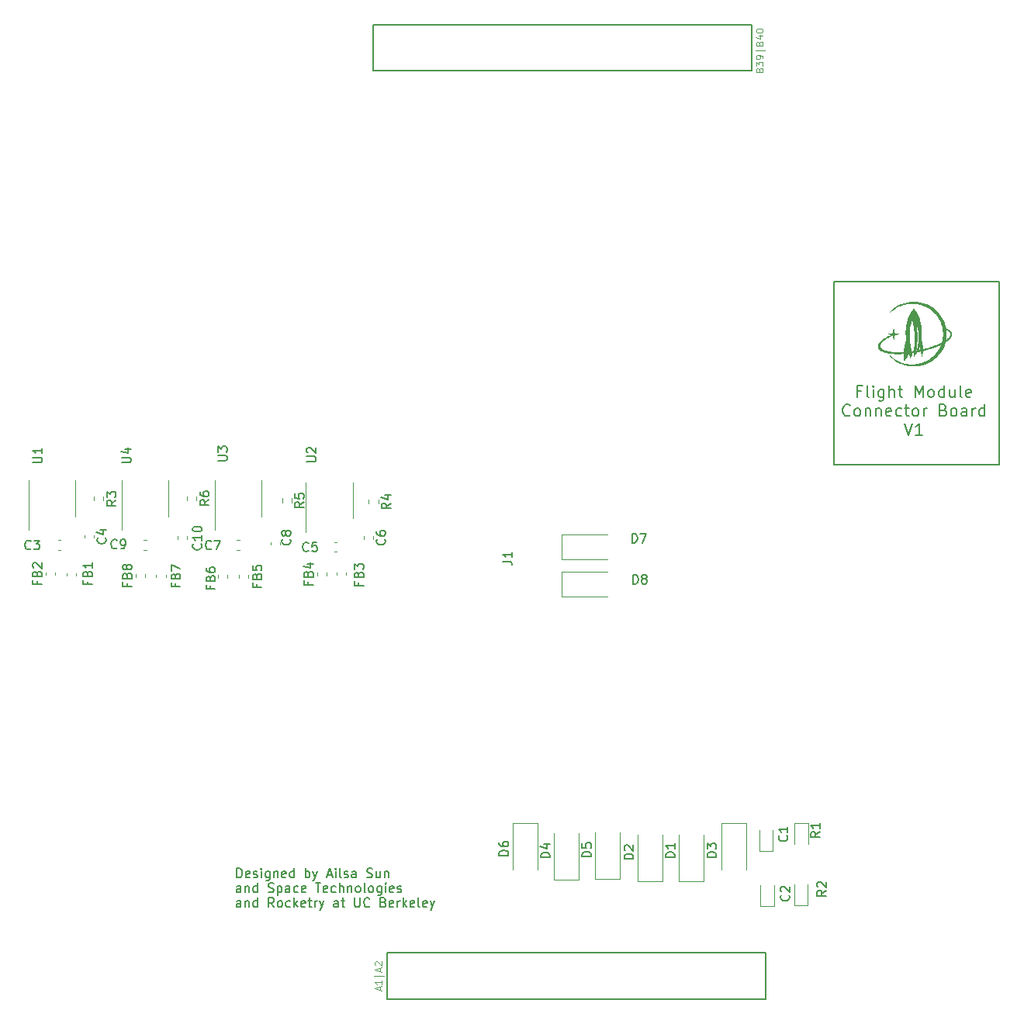
<source format=gbr>
%TF.GenerationSoftware,KiCad,Pcbnew,7.0.7*%
%TF.CreationDate,2024-02-25T16:10:36-08:00*%
%TF.ProjectId,Connector-board,436f6e6e-6563-4746-9f72-2d626f617264,rev?*%
%TF.SameCoordinates,Original*%
%TF.FileFunction,Legend,Top*%
%TF.FilePolarity,Positive*%
%FSLAX46Y46*%
G04 Gerber Fmt 4.6, Leading zero omitted, Abs format (unit mm)*
G04 Created by KiCad (PCBNEW 7.0.7) date 2024-02-25 16:10:36*
%MOMM*%
%LPD*%
G01*
G04 APERTURE LIST*
%ADD10C,0.150000*%
%ADD11C,0.084375*%
%ADD12C,0.120000*%
%ADD13C,0.010000*%
%ADD14C,0.127000*%
G04 APERTURE END LIST*
D10*
X203171000Y-82400000D02*
X221229000Y-82400000D01*
X221229000Y-102408000D01*
X203171000Y-102408000D01*
X203171000Y-82400000D01*
X138036779Y-147449819D02*
X138036779Y-146449819D01*
X138036779Y-146449819D02*
X138274874Y-146449819D01*
X138274874Y-146449819D02*
X138417731Y-146497438D01*
X138417731Y-146497438D02*
X138512969Y-146592676D01*
X138512969Y-146592676D02*
X138560588Y-146687914D01*
X138560588Y-146687914D02*
X138608207Y-146878390D01*
X138608207Y-146878390D02*
X138608207Y-147021247D01*
X138608207Y-147021247D02*
X138560588Y-147211723D01*
X138560588Y-147211723D02*
X138512969Y-147306961D01*
X138512969Y-147306961D02*
X138417731Y-147402200D01*
X138417731Y-147402200D02*
X138274874Y-147449819D01*
X138274874Y-147449819D02*
X138036779Y-147449819D01*
X139417731Y-147402200D02*
X139322493Y-147449819D01*
X139322493Y-147449819D02*
X139132017Y-147449819D01*
X139132017Y-147449819D02*
X139036779Y-147402200D01*
X139036779Y-147402200D02*
X138989160Y-147306961D01*
X138989160Y-147306961D02*
X138989160Y-146926009D01*
X138989160Y-146926009D02*
X139036779Y-146830771D01*
X139036779Y-146830771D02*
X139132017Y-146783152D01*
X139132017Y-146783152D02*
X139322493Y-146783152D01*
X139322493Y-146783152D02*
X139417731Y-146830771D01*
X139417731Y-146830771D02*
X139465350Y-146926009D01*
X139465350Y-146926009D02*
X139465350Y-147021247D01*
X139465350Y-147021247D02*
X138989160Y-147116485D01*
X139846303Y-147402200D02*
X139941541Y-147449819D01*
X139941541Y-147449819D02*
X140132017Y-147449819D01*
X140132017Y-147449819D02*
X140227255Y-147402200D01*
X140227255Y-147402200D02*
X140274874Y-147306961D01*
X140274874Y-147306961D02*
X140274874Y-147259342D01*
X140274874Y-147259342D02*
X140227255Y-147164104D01*
X140227255Y-147164104D02*
X140132017Y-147116485D01*
X140132017Y-147116485D02*
X139989160Y-147116485D01*
X139989160Y-147116485D02*
X139893922Y-147068866D01*
X139893922Y-147068866D02*
X139846303Y-146973628D01*
X139846303Y-146973628D02*
X139846303Y-146926009D01*
X139846303Y-146926009D02*
X139893922Y-146830771D01*
X139893922Y-146830771D02*
X139989160Y-146783152D01*
X139989160Y-146783152D02*
X140132017Y-146783152D01*
X140132017Y-146783152D02*
X140227255Y-146830771D01*
X140703446Y-147449819D02*
X140703446Y-146783152D01*
X140703446Y-146449819D02*
X140655827Y-146497438D01*
X140655827Y-146497438D02*
X140703446Y-146545057D01*
X140703446Y-146545057D02*
X140751065Y-146497438D01*
X140751065Y-146497438D02*
X140703446Y-146449819D01*
X140703446Y-146449819D02*
X140703446Y-146545057D01*
X141608207Y-146783152D02*
X141608207Y-147592676D01*
X141608207Y-147592676D02*
X141560588Y-147687914D01*
X141560588Y-147687914D02*
X141512969Y-147735533D01*
X141512969Y-147735533D02*
X141417731Y-147783152D01*
X141417731Y-147783152D02*
X141274874Y-147783152D01*
X141274874Y-147783152D02*
X141179636Y-147735533D01*
X141608207Y-147402200D02*
X141512969Y-147449819D01*
X141512969Y-147449819D02*
X141322493Y-147449819D01*
X141322493Y-147449819D02*
X141227255Y-147402200D01*
X141227255Y-147402200D02*
X141179636Y-147354580D01*
X141179636Y-147354580D02*
X141132017Y-147259342D01*
X141132017Y-147259342D02*
X141132017Y-146973628D01*
X141132017Y-146973628D02*
X141179636Y-146878390D01*
X141179636Y-146878390D02*
X141227255Y-146830771D01*
X141227255Y-146830771D02*
X141322493Y-146783152D01*
X141322493Y-146783152D02*
X141512969Y-146783152D01*
X141512969Y-146783152D02*
X141608207Y-146830771D01*
X142084398Y-146783152D02*
X142084398Y-147449819D01*
X142084398Y-146878390D02*
X142132017Y-146830771D01*
X142132017Y-146830771D02*
X142227255Y-146783152D01*
X142227255Y-146783152D02*
X142370112Y-146783152D01*
X142370112Y-146783152D02*
X142465350Y-146830771D01*
X142465350Y-146830771D02*
X142512969Y-146926009D01*
X142512969Y-146926009D02*
X142512969Y-147449819D01*
X143370112Y-147402200D02*
X143274874Y-147449819D01*
X143274874Y-147449819D02*
X143084398Y-147449819D01*
X143084398Y-147449819D02*
X142989160Y-147402200D01*
X142989160Y-147402200D02*
X142941541Y-147306961D01*
X142941541Y-147306961D02*
X142941541Y-146926009D01*
X142941541Y-146926009D02*
X142989160Y-146830771D01*
X142989160Y-146830771D02*
X143084398Y-146783152D01*
X143084398Y-146783152D02*
X143274874Y-146783152D01*
X143274874Y-146783152D02*
X143370112Y-146830771D01*
X143370112Y-146830771D02*
X143417731Y-146926009D01*
X143417731Y-146926009D02*
X143417731Y-147021247D01*
X143417731Y-147021247D02*
X142941541Y-147116485D01*
X144274874Y-147449819D02*
X144274874Y-146449819D01*
X144274874Y-147402200D02*
X144179636Y-147449819D01*
X144179636Y-147449819D02*
X143989160Y-147449819D01*
X143989160Y-147449819D02*
X143893922Y-147402200D01*
X143893922Y-147402200D02*
X143846303Y-147354580D01*
X143846303Y-147354580D02*
X143798684Y-147259342D01*
X143798684Y-147259342D02*
X143798684Y-146973628D01*
X143798684Y-146973628D02*
X143846303Y-146878390D01*
X143846303Y-146878390D02*
X143893922Y-146830771D01*
X143893922Y-146830771D02*
X143989160Y-146783152D01*
X143989160Y-146783152D02*
X144179636Y-146783152D01*
X144179636Y-146783152D02*
X144274874Y-146830771D01*
X145512970Y-147449819D02*
X145512970Y-146449819D01*
X145512970Y-146830771D02*
X145608208Y-146783152D01*
X145608208Y-146783152D02*
X145798684Y-146783152D01*
X145798684Y-146783152D02*
X145893922Y-146830771D01*
X145893922Y-146830771D02*
X145941541Y-146878390D01*
X145941541Y-146878390D02*
X145989160Y-146973628D01*
X145989160Y-146973628D02*
X145989160Y-147259342D01*
X145989160Y-147259342D02*
X145941541Y-147354580D01*
X145941541Y-147354580D02*
X145893922Y-147402200D01*
X145893922Y-147402200D02*
X145798684Y-147449819D01*
X145798684Y-147449819D02*
X145608208Y-147449819D01*
X145608208Y-147449819D02*
X145512970Y-147402200D01*
X146322494Y-146783152D02*
X146560589Y-147449819D01*
X146798684Y-146783152D02*
X146560589Y-147449819D01*
X146560589Y-147449819D02*
X146465351Y-147687914D01*
X146465351Y-147687914D02*
X146417732Y-147735533D01*
X146417732Y-147735533D02*
X146322494Y-147783152D01*
X147893923Y-147164104D02*
X148370113Y-147164104D01*
X147798685Y-147449819D02*
X148132018Y-146449819D01*
X148132018Y-146449819D02*
X148465351Y-147449819D01*
X148798685Y-147449819D02*
X148798685Y-146783152D01*
X148798685Y-146449819D02*
X148751066Y-146497438D01*
X148751066Y-146497438D02*
X148798685Y-146545057D01*
X148798685Y-146545057D02*
X148846304Y-146497438D01*
X148846304Y-146497438D02*
X148798685Y-146449819D01*
X148798685Y-146449819D02*
X148798685Y-146545057D01*
X149417732Y-147449819D02*
X149322494Y-147402200D01*
X149322494Y-147402200D02*
X149274875Y-147306961D01*
X149274875Y-147306961D02*
X149274875Y-146449819D01*
X149751066Y-147402200D02*
X149846304Y-147449819D01*
X149846304Y-147449819D02*
X150036780Y-147449819D01*
X150036780Y-147449819D02*
X150132018Y-147402200D01*
X150132018Y-147402200D02*
X150179637Y-147306961D01*
X150179637Y-147306961D02*
X150179637Y-147259342D01*
X150179637Y-147259342D02*
X150132018Y-147164104D01*
X150132018Y-147164104D02*
X150036780Y-147116485D01*
X150036780Y-147116485D02*
X149893923Y-147116485D01*
X149893923Y-147116485D02*
X149798685Y-147068866D01*
X149798685Y-147068866D02*
X149751066Y-146973628D01*
X149751066Y-146973628D02*
X149751066Y-146926009D01*
X149751066Y-146926009D02*
X149798685Y-146830771D01*
X149798685Y-146830771D02*
X149893923Y-146783152D01*
X149893923Y-146783152D02*
X150036780Y-146783152D01*
X150036780Y-146783152D02*
X150132018Y-146830771D01*
X151036780Y-147449819D02*
X151036780Y-146926009D01*
X151036780Y-146926009D02*
X150989161Y-146830771D01*
X150989161Y-146830771D02*
X150893923Y-146783152D01*
X150893923Y-146783152D02*
X150703447Y-146783152D01*
X150703447Y-146783152D02*
X150608209Y-146830771D01*
X151036780Y-147402200D02*
X150941542Y-147449819D01*
X150941542Y-147449819D02*
X150703447Y-147449819D01*
X150703447Y-147449819D02*
X150608209Y-147402200D01*
X150608209Y-147402200D02*
X150560590Y-147306961D01*
X150560590Y-147306961D02*
X150560590Y-147211723D01*
X150560590Y-147211723D02*
X150608209Y-147116485D01*
X150608209Y-147116485D02*
X150703447Y-147068866D01*
X150703447Y-147068866D02*
X150941542Y-147068866D01*
X150941542Y-147068866D02*
X151036780Y-147021247D01*
X152227257Y-147402200D02*
X152370114Y-147449819D01*
X152370114Y-147449819D02*
X152608209Y-147449819D01*
X152608209Y-147449819D02*
X152703447Y-147402200D01*
X152703447Y-147402200D02*
X152751066Y-147354580D01*
X152751066Y-147354580D02*
X152798685Y-147259342D01*
X152798685Y-147259342D02*
X152798685Y-147164104D01*
X152798685Y-147164104D02*
X152751066Y-147068866D01*
X152751066Y-147068866D02*
X152703447Y-147021247D01*
X152703447Y-147021247D02*
X152608209Y-146973628D01*
X152608209Y-146973628D02*
X152417733Y-146926009D01*
X152417733Y-146926009D02*
X152322495Y-146878390D01*
X152322495Y-146878390D02*
X152274876Y-146830771D01*
X152274876Y-146830771D02*
X152227257Y-146735533D01*
X152227257Y-146735533D02*
X152227257Y-146640295D01*
X152227257Y-146640295D02*
X152274876Y-146545057D01*
X152274876Y-146545057D02*
X152322495Y-146497438D01*
X152322495Y-146497438D02*
X152417733Y-146449819D01*
X152417733Y-146449819D02*
X152655828Y-146449819D01*
X152655828Y-146449819D02*
X152798685Y-146497438D01*
X153655828Y-146783152D02*
X153655828Y-147449819D01*
X153227257Y-146783152D02*
X153227257Y-147306961D01*
X153227257Y-147306961D02*
X153274876Y-147402200D01*
X153274876Y-147402200D02*
X153370114Y-147449819D01*
X153370114Y-147449819D02*
X153512971Y-147449819D01*
X153512971Y-147449819D02*
X153608209Y-147402200D01*
X153608209Y-147402200D02*
X153655828Y-147354580D01*
X154132019Y-146783152D02*
X154132019Y-147449819D01*
X154132019Y-146878390D02*
X154179638Y-146830771D01*
X154179638Y-146830771D02*
X154274876Y-146783152D01*
X154274876Y-146783152D02*
X154417733Y-146783152D01*
X154417733Y-146783152D02*
X154512971Y-146830771D01*
X154512971Y-146830771D02*
X154560590Y-146926009D01*
X154560590Y-146926009D02*
X154560590Y-147449819D01*
X138465350Y-149059819D02*
X138465350Y-148536009D01*
X138465350Y-148536009D02*
X138417731Y-148440771D01*
X138417731Y-148440771D02*
X138322493Y-148393152D01*
X138322493Y-148393152D02*
X138132017Y-148393152D01*
X138132017Y-148393152D02*
X138036779Y-148440771D01*
X138465350Y-149012200D02*
X138370112Y-149059819D01*
X138370112Y-149059819D02*
X138132017Y-149059819D01*
X138132017Y-149059819D02*
X138036779Y-149012200D01*
X138036779Y-149012200D02*
X137989160Y-148916961D01*
X137989160Y-148916961D02*
X137989160Y-148821723D01*
X137989160Y-148821723D02*
X138036779Y-148726485D01*
X138036779Y-148726485D02*
X138132017Y-148678866D01*
X138132017Y-148678866D02*
X138370112Y-148678866D01*
X138370112Y-148678866D02*
X138465350Y-148631247D01*
X138941541Y-148393152D02*
X138941541Y-149059819D01*
X138941541Y-148488390D02*
X138989160Y-148440771D01*
X138989160Y-148440771D02*
X139084398Y-148393152D01*
X139084398Y-148393152D02*
X139227255Y-148393152D01*
X139227255Y-148393152D02*
X139322493Y-148440771D01*
X139322493Y-148440771D02*
X139370112Y-148536009D01*
X139370112Y-148536009D02*
X139370112Y-149059819D01*
X140274874Y-149059819D02*
X140274874Y-148059819D01*
X140274874Y-149012200D02*
X140179636Y-149059819D01*
X140179636Y-149059819D02*
X139989160Y-149059819D01*
X139989160Y-149059819D02*
X139893922Y-149012200D01*
X139893922Y-149012200D02*
X139846303Y-148964580D01*
X139846303Y-148964580D02*
X139798684Y-148869342D01*
X139798684Y-148869342D02*
X139798684Y-148583628D01*
X139798684Y-148583628D02*
X139846303Y-148488390D01*
X139846303Y-148488390D02*
X139893922Y-148440771D01*
X139893922Y-148440771D02*
X139989160Y-148393152D01*
X139989160Y-148393152D02*
X140179636Y-148393152D01*
X140179636Y-148393152D02*
X140274874Y-148440771D01*
X141465351Y-149012200D02*
X141608208Y-149059819D01*
X141608208Y-149059819D02*
X141846303Y-149059819D01*
X141846303Y-149059819D02*
X141941541Y-149012200D01*
X141941541Y-149012200D02*
X141989160Y-148964580D01*
X141989160Y-148964580D02*
X142036779Y-148869342D01*
X142036779Y-148869342D02*
X142036779Y-148774104D01*
X142036779Y-148774104D02*
X141989160Y-148678866D01*
X141989160Y-148678866D02*
X141941541Y-148631247D01*
X141941541Y-148631247D02*
X141846303Y-148583628D01*
X141846303Y-148583628D02*
X141655827Y-148536009D01*
X141655827Y-148536009D02*
X141560589Y-148488390D01*
X141560589Y-148488390D02*
X141512970Y-148440771D01*
X141512970Y-148440771D02*
X141465351Y-148345533D01*
X141465351Y-148345533D02*
X141465351Y-148250295D01*
X141465351Y-148250295D02*
X141512970Y-148155057D01*
X141512970Y-148155057D02*
X141560589Y-148107438D01*
X141560589Y-148107438D02*
X141655827Y-148059819D01*
X141655827Y-148059819D02*
X141893922Y-148059819D01*
X141893922Y-148059819D02*
X142036779Y-148107438D01*
X142465351Y-148393152D02*
X142465351Y-149393152D01*
X142465351Y-148440771D02*
X142560589Y-148393152D01*
X142560589Y-148393152D02*
X142751065Y-148393152D01*
X142751065Y-148393152D02*
X142846303Y-148440771D01*
X142846303Y-148440771D02*
X142893922Y-148488390D01*
X142893922Y-148488390D02*
X142941541Y-148583628D01*
X142941541Y-148583628D02*
X142941541Y-148869342D01*
X142941541Y-148869342D02*
X142893922Y-148964580D01*
X142893922Y-148964580D02*
X142846303Y-149012200D01*
X142846303Y-149012200D02*
X142751065Y-149059819D01*
X142751065Y-149059819D02*
X142560589Y-149059819D01*
X142560589Y-149059819D02*
X142465351Y-149012200D01*
X143798684Y-149059819D02*
X143798684Y-148536009D01*
X143798684Y-148536009D02*
X143751065Y-148440771D01*
X143751065Y-148440771D02*
X143655827Y-148393152D01*
X143655827Y-148393152D02*
X143465351Y-148393152D01*
X143465351Y-148393152D02*
X143370113Y-148440771D01*
X143798684Y-149012200D02*
X143703446Y-149059819D01*
X143703446Y-149059819D02*
X143465351Y-149059819D01*
X143465351Y-149059819D02*
X143370113Y-149012200D01*
X143370113Y-149012200D02*
X143322494Y-148916961D01*
X143322494Y-148916961D02*
X143322494Y-148821723D01*
X143322494Y-148821723D02*
X143370113Y-148726485D01*
X143370113Y-148726485D02*
X143465351Y-148678866D01*
X143465351Y-148678866D02*
X143703446Y-148678866D01*
X143703446Y-148678866D02*
X143798684Y-148631247D01*
X144703446Y-149012200D02*
X144608208Y-149059819D01*
X144608208Y-149059819D02*
X144417732Y-149059819D01*
X144417732Y-149059819D02*
X144322494Y-149012200D01*
X144322494Y-149012200D02*
X144274875Y-148964580D01*
X144274875Y-148964580D02*
X144227256Y-148869342D01*
X144227256Y-148869342D02*
X144227256Y-148583628D01*
X144227256Y-148583628D02*
X144274875Y-148488390D01*
X144274875Y-148488390D02*
X144322494Y-148440771D01*
X144322494Y-148440771D02*
X144417732Y-148393152D01*
X144417732Y-148393152D02*
X144608208Y-148393152D01*
X144608208Y-148393152D02*
X144703446Y-148440771D01*
X145512970Y-149012200D02*
X145417732Y-149059819D01*
X145417732Y-149059819D02*
X145227256Y-149059819D01*
X145227256Y-149059819D02*
X145132018Y-149012200D01*
X145132018Y-149012200D02*
X145084399Y-148916961D01*
X145084399Y-148916961D02*
X145084399Y-148536009D01*
X145084399Y-148536009D02*
X145132018Y-148440771D01*
X145132018Y-148440771D02*
X145227256Y-148393152D01*
X145227256Y-148393152D02*
X145417732Y-148393152D01*
X145417732Y-148393152D02*
X145512970Y-148440771D01*
X145512970Y-148440771D02*
X145560589Y-148536009D01*
X145560589Y-148536009D02*
X145560589Y-148631247D01*
X145560589Y-148631247D02*
X145084399Y-148726485D01*
X146608209Y-148059819D02*
X147179637Y-148059819D01*
X146893923Y-149059819D02*
X146893923Y-148059819D01*
X147893923Y-149012200D02*
X147798685Y-149059819D01*
X147798685Y-149059819D02*
X147608209Y-149059819D01*
X147608209Y-149059819D02*
X147512971Y-149012200D01*
X147512971Y-149012200D02*
X147465352Y-148916961D01*
X147465352Y-148916961D02*
X147465352Y-148536009D01*
X147465352Y-148536009D02*
X147512971Y-148440771D01*
X147512971Y-148440771D02*
X147608209Y-148393152D01*
X147608209Y-148393152D02*
X147798685Y-148393152D01*
X147798685Y-148393152D02*
X147893923Y-148440771D01*
X147893923Y-148440771D02*
X147941542Y-148536009D01*
X147941542Y-148536009D02*
X147941542Y-148631247D01*
X147941542Y-148631247D02*
X147465352Y-148726485D01*
X148798685Y-149012200D02*
X148703447Y-149059819D01*
X148703447Y-149059819D02*
X148512971Y-149059819D01*
X148512971Y-149059819D02*
X148417733Y-149012200D01*
X148417733Y-149012200D02*
X148370114Y-148964580D01*
X148370114Y-148964580D02*
X148322495Y-148869342D01*
X148322495Y-148869342D02*
X148322495Y-148583628D01*
X148322495Y-148583628D02*
X148370114Y-148488390D01*
X148370114Y-148488390D02*
X148417733Y-148440771D01*
X148417733Y-148440771D02*
X148512971Y-148393152D01*
X148512971Y-148393152D02*
X148703447Y-148393152D01*
X148703447Y-148393152D02*
X148798685Y-148440771D01*
X149227257Y-149059819D02*
X149227257Y-148059819D01*
X149655828Y-149059819D02*
X149655828Y-148536009D01*
X149655828Y-148536009D02*
X149608209Y-148440771D01*
X149608209Y-148440771D02*
X149512971Y-148393152D01*
X149512971Y-148393152D02*
X149370114Y-148393152D01*
X149370114Y-148393152D02*
X149274876Y-148440771D01*
X149274876Y-148440771D02*
X149227257Y-148488390D01*
X150132019Y-148393152D02*
X150132019Y-149059819D01*
X150132019Y-148488390D02*
X150179638Y-148440771D01*
X150179638Y-148440771D02*
X150274876Y-148393152D01*
X150274876Y-148393152D02*
X150417733Y-148393152D01*
X150417733Y-148393152D02*
X150512971Y-148440771D01*
X150512971Y-148440771D02*
X150560590Y-148536009D01*
X150560590Y-148536009D02*
X150560590Y-149059819D01*
X151179638Y-149059819D02*
X151084400Y-149012200D01*
X151084400Y-149012200D02*
X151036781Y-148964580D01*
X151036781Y-148964580D02*
X150989162Y-148869342D01*
X150989162Y-148869342D02*
X150989162Y-148583628D01*
X150989162Y-148583628D02*
X151036781Y-148488390D01*
X151036781Y-148488390D02*
X151084400Y-148440771D01*
X151084400Y-148440771D02*
X151179638Y-148393152D01*
X151179638Y-148393152D02*
X151322495Y-148393152D01*
X151322495Y-148393152D02*
X151417733Y-148440771D01*
X151417733Y-148440771D02*
X151465352Y-148488390D01*
X151465352Y-148488390D02*
X151512971Y-148583628D01*
X151512971Y-148583628D02*
X151512971Y-148869342D01*
X151512971Y-148869342D02*
X151465352Y-148964580D01*
X151465352Y-148964580D02*
X151417733Y-149012200D01*
X151417733Y-149012200D02*
X151322495Y-149059819D01*
X151322495Y-149059819D02*
X151179638Y-149059819D01*
X152084400Y-149059819D02*
X151989162Y-149012200D01*
X151989162Y-149012200D02*
X151941543Y-148916961D01*
X151941543Y-148916961D02*
X151941543Y-148059819D01*
X152608210Y-149059819D02*
X152512972Y-149012200D01*
X152512972Y-149012200D02*
X152465353Y-148964580D01*
X152465353Y-148964580D02*
X152417734Y-148869342D01*
X152417734Y-148869342D02*
X152417734Y-148583628D01*
X152417734Y-148583628D02*
X152465353Y-148488390D01*
X152465353Y-148488390D02*
X152512972Y-148440771D01*
X152512972Y-148440771D02*
X152608210Y-148393152D01*
X152608210Y-148393152D02*
X152751067Y-148393152D01*
X152751067Y-148393152D02*
X152846305Y-148440771D01*
X152846305Y-148440771D02*
X152893924Y-148488390D01*
X152893924Y-148488390D02*
X152941543Y-148583628D01*
X152941543Y-148583628D02*
X152941543Y-148869342D01*
X152941543Y-148869342D02*
X152893924Y-148964580D01*
X152893924Y-148964580D02*
X152846305Y-149012200D01*
X152846305Y-149012200D02*
X152751067Y-149059819D01*
X152751067Y-149059819D02*
X152608210Y-149059819D01*
X153798686Y-148393152D02*
X153798686Y-149202676D01*
X153798686Y-149202676D02*
X153751067Y-149297914D01*
X153751067Y-149297914D02*
X153703448Y-149345533D01*
X153703448Y-149345533D02*
X153608210Y-149393152D01*
X153608210Y-149393152D02*
X153465353Y-149393152D01*
X153465353Y-149393152D02*
X153370115Y-149345533D01*
X153798686Y-149012200D02*
X153703448Y-149059819D01*
X153703448Y-149059819D02*
X153512972Y-149059819D01*
X153512972Y-149059819D02*
X153417734Y-149012200D01*
X153417734Y-149012200D02*
X153370115Y-148964580D01*
X153370115Y-148964580D02*
X153322496Y-148869342D01*
X153322496Y-148869342D02*
X153322496Y-148583628D01*
X153322496Y-148583628D02*
X153370115Y-148488390D01*
X153370115Y-148488390D02*
X153417734Y-148440771D01*
X153417734Y-148440771D02*
X153512972Y-148393152D01*
X153512972Y-148393152D02*
X153703448Y-148393152D01*
X153703448Y-148393152D02*
X153798686Y-148440771D01*
X154274877Y-149059819D02*
X154274877Y-148393152D01*
X154274877Y-148059819D02*
X154227258Y-148107438D01*
X154227258Y-148107438D02*
X154274877Y-148155057D01*
X154274877Y-148155057D02*
X154322496Y-148107438D01*
X154322496Y-148107438D02*
X154274877Y-148059819D01*
X154274877Y-148059819D02*
X154274877Y-148155057D01*
X155132019Y-149012200D02*
X155036781Y-149059819D01*
X155036781Y-149059819D02*
X154846305Y-149059819D01*
X154846305Y-149059819D02*
X154751067Y-149012200D01*
X154751067Y-149012200D02*
X154703448Y-148916961D01*
X154703448Y-148916961D02*
X154703448Y-148536009D01*
X154703448Y-148536009D02*
X154751067Y-148440771D01*
X154751067Y-148440771D02*
X154846305Y-148393152D01*
X154846305Y-148393152D02*
X155036781Y-148393152D01*
X155036781Y-148393152D02*
X155132019Y-148440771D01*
X155132019Y-148440771D02*
X155179638Y-148536009D01*
X155179638Y-148536009D02*
X155179638Y-148631247D01*
X155179638Y-148631247D02*
X154703448Y-148726485D01*
X155560591Y-149012200D02*
X155655829Y-149059819D01*
X155655829Y-149059819D02*
X155846305Y-149059819D01*
X155846305Y-149059819D02*
X155941543Y-149012200D01*
X155941543Y-149012200D02*
X155989162Y-148916961D01*
X155989162Y-148916961D02*
X155989162Y-148869342D01*
X155989162Y-148869342D02*
X155941543Y-148774104D01*
X155941543Y-148774104D02*
X155846305Y-148726485D01*
X155846305Y-148726485D02*
X155703448Y-148726485D01*
X155703448Y-148726485D02*
X155608210Y-148678866D01*
X155608210Y-148678866D02*
X155560591Y-148583628D01*
X155560591Y-148583628D02*
X155560591Y-148536009D01*
X155560591Y-148536009D02*
X155608210Y-148440771D01*
X155608210Y-148440771D02*
X155703448Y-148393152D01*
X155703448Y-148393152D02*
X155846305Y-148393152D01*
X155846305Y-148393152D02*
X155941543Y-148440771D01*
X138465350Y-150669819D02*
X138465350Y-150146009D01*
X138465350Y-150146009D02*
X138417731Y-150050771D01*
X138417731Y-150050771D02*
X138322493Y-150003152D01*
X138322493Y-150003152D02*
X138132017Y-150003152D01*
X138132017Y-150003152D02*
X138036779Y-150050771D01*
X138465350Y-150622200D02*
X138370112Y-150669819D01*
X138370112Y-150669819D02*
X138132017Y-150669819D01*
X138132017Y-150669819D02*
X138036779Y-150622200D01*
X138036779Y-150622200D02*
X137989160Y-150526961D01*
X137989160Y-150526961D02*
X137989160Y-150431723D01*
X137989160Y-150431723D02*
X138036779Y-150336485D01*
X138036779Y-150336485D02*
X138132017Y-150288866D01*
X138132017Y-150288866D02*
X138370112Y-150288866D01*
X138370112Y-150288866D02*
X138465350Y-150241247D01*
X138941541Y-150003152D02*
X138941541Y-150669819D01*
X138941541Y-150098390D02*
X138989160Y-150050771D01*
X138989160Y-150050771D02*
X139084398Y-150003152D01*
X139084398Y-150003152D02*
X139227255Y-150003152D01*
X139227255Y-150003152D02*
X139322493Y-150050771D01*
X139322493Y-150050771D02*
X139370112Y-150146009D01*
X139370112Y-150146009D02*
X139370112Y-150669819D01*
X140274874Y-150669819D02*
X140274874Y-149669819D01*
X140274874Y-150622200D02*
X140179636Y-150669819D01*
X140179636Y-150669819D02*
X139989160Y-150669819D01*
X139989160Y-150669819D02*
X139893922Y-150622200D01*
X139893922Y-150622200D02*
X139846303Y-150574580D01*
X139846303Y-150574580D02*
X139798684Y-150479342D01*
X139798684Y-150479342D02*
X139798684Y-150193628D01*
X139798684Y-150193628D02*
X139846303Y-150098390D01*
X139846303Y-150098390D02*
X139893922Y-150050771D01*
X139893922Y-150050771D02*
X139989160Y-150003152D01*
X139989160Y-150003152D02*
X140179636Y-150003152D01*
X140179636Y-150003152D02*
X140274874Y-150050771D01*
X142084398Y-150669819D02*
X141751065Y-150193628D01*
X141512970Y-150669819D02*
X141512970Y-149669819D01*
X141512970Y-149669819D02*
X141893922Y-149669819D01*
X141893922Y-149669819D02*
X141989160Y-149717438D01*
X141989160Y-149717438D02*
X142036779Y-149765057D01*
X142036779Y-149765057D02*
X142084398Y-149860295D01*
X142084398Y-149860295D02*
X142084398Y-150003152D01*
X142084398Y-150003152D02*
X142036779Y-150098390D01*
X142036779Y-150098390D02*
X141989160Y-150146009D01*
X141989160Y-150146009D02*
X141893922Y-150193628D01*
X141893922Y-150193628D02*
X141512970Y-150193628D01*
X142655827Y-150669819D02*
X142560589Y-150622200D01*
X142560589Y-150622200D02*
X142512970Y-150574580D01*
X142512970Y-150574580D02*
X142465351Y-150479342D01*
X142465351Y-150479342D02*
X142465351Y-150193628D01*
X142465351Y-150193628D02*
X142512970Y-150098390D01*
X142512970Y-150098390D02*
X142560589Y-150050771D01*
X142560589Y-150050771D02*
X142655827Y-150003152D01*
X142655827Y-150003152D02*
X142798684Y-150003152D01*
X142798684Y-150003152D02*
X142893922Y-150050771D01*
X142893922Y-150050771D02*
X142941541Y-150098390D01*
X142941541Y-150098390D02*
X142989160Y-150193628D01*
X142989160Y-150193628D02*
X142989160Y-150479342D01*
X142989160Y-150479342D02*
X142941541Y-150574580D01*
X142941541Y-150574580D02*
X142893922Y-150622200D01*
X142893922Y-150622200D02*
X142798684Y-150669819D01*
X142798684Y-150669819D02*
X142655827Y-150669819D01*
X143846303Y-150622200D02*
X143751065Y-150669819D01*
X143751065Y-150669819D02*
X143560589Y-150669819D01*
X143560589Y-150669819D02*
X143465351Y-150622200D01*
X143465351Y-150622200D02*
X143417732Y-150574580D01*
X143417732Y-150574580D02*
X143370113Y-150479342D01*
X143370113Y-150479342D02*
X143370113Y-150193628D01*
X143370113Y-150193628D02*
X143417732Y-150098390D01*
X143417732Y-150098390D02*
X143465351Y-150050771D01*
X143465351Y-150050771D02*
X143560589Y-150003152D01*
X143560589Y-150003152D02*
X143751065Y-150003152D01*
X143751065Y-150003152D02*
X143846303Y-150050771D01*
X144274875Y-150669819D02*
X144274875Y-149669819D01*
X144370113Y-150288866D02*
X144655827Y-150669819D01*
X144655827Y-150003152D02*
X144274875Y-150384104D01*
X145465351Y-150622200D02*
X145370113Y-150669819D01*
X145370113Y-150669819D02*
X145179637Y-150669819D01*
X145179637Y-150669819D02*
X145084399Y-150622200D01*
X145084399Y-150622200D02*
X145036780Y-150526961D01*
X145036780Y-150526961D02*
X145036780Y-150146009D01*
X145036780Y-150146009D02*
X145084399Y-150050771D01*
X145084399Y-150050771D02*
X145179637Y-150003152D01*
X145179637Y-150003152D02*
X145370113Y-150003152D01*
X145370113Y-150003152D02*
X145465351Y-150050771D01*
X145465351Y-150050771D02*
X145512970Y-150146009D01*
X145512970Y-150146009D02*
X145512970Y-150241247D01*
X145512970Y-150241247D02*
X145036780Y-150336485D01*
X145798685Y-150003152D02*
X146179637Y-150003152D01*
X145941542Y-149669819D02*
X145941542Y-150526961D01*
X145941542Y-150526961D02*
X145989161Y-150622200D01*
X145989161Y-150622200D02*
X146084399Y-150669819D01*
X146084399Y-150669819D02*
X146179637Y-150669819D01*
X146512971Y-150669819D02*
X146512971Y-150003152D01*
X146512971Y-150193628D02*
X146560590Y-150098390D01*
X146560590Y-150098390D02*
X146608209Y-150050771D01*
X146608209Y-150050771D02*
X146703447Y-150003152D01*
X146703447Y-150003152D02*
X146798685Y-150003152D01*
X147036781Y-150003152D02*
X147274876Y-150669819D01*
X147512971Y-150003152D02*
X147274876Y-150669819D01*
X147274876Y-150669819D02*
X147179638Y-150907914D01*
X147179638Y-150907914D02*
X147132019Y-150955533D01*
X147132019Y-150955533D02*
X147036781Y-151003152D01*
X149084400Y-150669819D02*
X149084400Y-150146009D01*
X149084400Y-150146009D02*
X149036781Y-150050771D01*
X149036781Y-150050771D02*
X148941543Y-150003152D01*
X148941543Y-150003152D02*
X148751067Y-150003152D01*
X148751067Y-150003152D02*
X148655829Y-150050771D01*
X149084400Y-150622200D02*
X148989162Y-150669819D01*
X148989162Y-150669819D02*
X148751067Y-150669819D01*
X148751067Y-150669819D02*
X148655829Y-150622200D01*
X148655829Y-150622200D02*
X148608210Y-150526961D01*
X148608210Y-150526961D02*
X148608210Y-150431723D01*
X148608210Y-150431723D02*
X148655829Y-150336485D01*
X148655829Y-150336485D02*
X148751067Y-150288866D01*
X148751067Y-150288866D02*
X148989162Y-150288866D01*
X148989162Y-150288866D02*
X149084400Y-150241247D01*
X149417734Y-150003152D02*
X149798686Y-150003152D01*
X149560591Y-149669819D02*
X149560591Y-150526961D01*
X149560591Y-150526961D02*
X149608210Y-150622200D01*
X149608210Y-150622200D02*
X149703448Y-150669819D01*
X149703448Y-150669819D02*
X149798686Y-150669819D01*
X150893925Y-149669819D02*
X150893925Y-150479342D01*
X150893925Y-150479342D02*
X150941544Y-150574580D01*
X150941544Y-150574580D02*
X150989163Y-150622200D01*
X150989163Y-150622200D02*
X151084401Y-150669819D01*
X151084401Y-150669819D02*
X151274877Y-150669819D01*
X151274877Y-150669819D02*
X151370115Y-150622200D01*
X151370115Y-150622200D02*
X151417734Y-150574580D01*
X151417734Y-150574580D02*
X151465353Y-150479342D01*
X151465353Y-150479342D02*
X151465353Y-149669819D01*
X152512972Y-150574580D02*
X152465353Y-150622200D01*
X152465353Y-150622200D02*
X152322496Y-150669819D01*
X152322496Y-150669819D02*
X152227258Y-150669819D01*
X152227258Y-150669819D02*
X152084401Y-150622200D01*
X152084401Y-150622200D02*
X151989163Y-150526961D01*
X151989163Y-150526961D02*
X151941544Y-150431723D01*
X151941544Y-150431723D02*
X151893925Y-150241247D01*
X151893925Y-150241247D02*
X151893925Y-150098390D01*
X151893925Y-150098390D02*
X151941544Y-149907914D01*
X151941544Y-149907914D02*
X151989163Y-149812676D01*
X151989163Y-149812676D02*
X152084401Y-149717438D01*
X152084401Y-149717438D02*
X152227258Y-149669819D01*
X152227258Y-149669819D02*
X152322496Y-149669819D01*
X152322496Y-149669819D02*
X152465353Y-149717438D01*
X152465353Y-149717438D02*
X152512972Y-149765057D01*
X154036782Y-150146009D02*
X154179639Y-150193628D01*
X154179639Y-150193628D02*
X154227258Y-150241247D01*
X154227258Y-150241247D02*
X154274877Y-150336485D01*
X154274877Y-150336485D02*
X154274877Y-150479342D01*
X154274877Y-150479342D02*
X154227258Y-150574580D01*
X154227258Y-150574580D02*
X154179639Y-150622200D01*
X154179639Y-150622200D02*
X154084401Y-150669819D01*
X154084401Y-150669819D02*
X153703449Y-150669819D01*
X153703449Y-150669819D02*
X153703449Y-149669819D01*
X153703449Y-149669819D02*
X154036782Y-149669819D01*
X154036782Y-149669819D02*
X154132020Y-149717438D01*
X154132020Y-149717438D02*
X154179639Y-149765057D01*
X154179639Y-149765057D02*
X154227258Y-149860295D01*
X154227258Y-149860295D02*
X154227258Y-149955533D01*
X154227258Y-149955533D02*
X154179639Y-150050771D01*
X154179639Y-150050771D02*
X154132020Y-150098390D01*
X154132020Y-150098390D02*
X154036782Y-150146009D01*
X154036782Y-150146009D02*
X153703449Y-150146009D01*
X155084401Y-150622200D02*
X154989163Y-150669819D01*
X154989163Y-150669819D02*
X154798687Y-150669819D01*
X154798687Y-150669819D02*
X154703449Y-150622200D01*
X154703449Y-150622200D02*
X154655830Y-150526961D01*
X154655830Y-150526961D02*
X154655830Y-150146009D01*
X154655830Y-150146009D02*
X154703449Y-150050771D01*
X154703449Y-150050771D02*
X154798687Y-150003152D01*
X154798687Y-150003152D02*
X154989163Y-150003152D01*
X154989163Y-150003152D02*
X155084401Y-150050771D01*
X155084401Y-150050771D02*
X155132020Y-150146009D01*
X155132020Y-150146009D02*
X155132020Y-150241247D01*
X155132020Y-150241247D02*
X154655830Y-150336485D01*
X155560592Y-150669819D02*
X155560592Y-150003152D01*
X155560592Y-150193628D02*
X155608211Y-150098390D01*
X155608211Y-150098390D02*
X155655830Y-150050771D01*
X155655830Y-150050771D02*
X155751068Y-150003152D01*
X155751068Y-150003152D02*
X155846306Y-150003152D01*
X156179640Y-150669819D02*
X156179640Y-149669819D01*
X156274878Y-150288866D02*
X156560592Y-150669819D01*
X156560592Y-150003152D02*
X156179640Y-150384104D01*
X157370116Y-150622200D02*
X157274878Y-150669819D01*
X157274878Y-150669819D02*
X157084402Y-150669819D01*
X157084402Y-150669819D02*
X156989164Y-150622200D01*
X156989164Y-150622200D02*
X156941545Y-150526961D01*
X156941545Y-150526961D02*
X156941545Y-150146009D01*
X156941545Y-150146009D02*
X156989164Y-150050771D01*
X156989164Y-150050771D02*
X157084402Y-150003152D01*
X157084402Y-150003152D02*
X157274878Y-150003152D01*
X157274878Y-150003152D02*
X157370116Y-150050771D01*
X157370116Y-150050771D02*
X157417735Y-150146009D01*
X157417735Y-150146009D02*
X157417735Y-150241247D01*
X157417735Y-150241247D02*
X156941545Y-150336485D01*
X157989164Y-150669819D02*
X157893926Y-150622200D01*
X157893926Y-150622200D02*
X157846307Y-150526961D01*
X157846307Y-150526961D02*
X157846307Y-149669819D01*
X158751069Y-150622200D02*
X158655831Y-150669819D01*
X158655831Y-150669819D02*
X158465355Y-150669819D01*
X158465355Y-150669819D02*
X158370117Y-150622200D01*
X158370117Y-150622200D02*
X158322498Y-150526961D01*
X158322498Y-150526961D02*
X158322498Y-150146009D01*
X158322498Y-150146009D02*
X158370117Y-150050771D01*
X158370117Y-150050771D02*
X158465355Y-150003152D01*
X158465355Y-150003152D02*
X158655831Y-150003152D01*
X158655831Y-150003152D02*
X158751069Y-150050771D01*
X158751069Y-150050771D02*
X158798688Y-150146009D01*
X158798688Y-150146009D02*
X158798688Y-150241247D01*
X158798688Y-150241247D02*
X158322498Y-150336485D01*
X159132022Y-150003152D02*
X159370117Y-150669819D01*
X159608212Y-150003152D02*
X159370117Y-150669819D01*
X159370117Y-150669819D02*
X159274879Y-150907914D01*
X159274879Y-150907914D02*
X159227260Y-150955533D01*
X159227260Y-150955533D02*
X159132022Y-151003152D01*
X206148323Y-94377188D02*
X205724989Y-94377188D01*
X205724989Y-95042426D02*
X205724989Y-93772426D01*
X205724989Y-93772426D02*
X206329751Y-93772426D01*
X206994989Y-95042426D02*
X206874037Y-94981950D01*
X206874037Y-94981950D02*
X206813560Y-94860997D01*
X206813560Y-94860997D02*
X206813560Y-93772426D01*
X207478798Y-95042426D02*
X207478798Y-94195759D01*
X207478798Y-93772426D02*
X207418322Y-93832902D01*
X207418322Y-93832902D02*
X207478798Y-93893378D01*
X207478798Y-93893378D02*
X207539275Y-93832902D01*
X207539275Y-93832902D02*
X207478798Y-93772426D01*
X207478798Y-93772426D02*
X207478798Y-93893378D01*
X208627846Y-94195759D02*
X208627846Y-95223854D01*
X208627846Y-95223854D02*
X208567370Y-95344807D01*
X208567370Y-95344807D02*
X208506894Y-95405283D01*
X208506894Y-95405283D02*
X208385941Y-95465759D01*
X208385941Y-95465759D02*
X208204513Y-95465759D01*
X208204513Y-95465759D02*
X208083560Y-95405283D01*
X208627846Y-94981950D02*
X208506894Y-95042426D01*
X208506894Y-95042426D02*
X208264989Y-95042426D01*
X208264989Y-95042426D02*
X208144037Y-94981950D01*
X208144037Y-94981950D02*
X208083560Y-94921473D01*
X208083560Y-94921473D02*
X208023084Y-94800521D01*
X208023084Y-94800521D02*
X208023084Y-94437664D01*
X208023084Y-94437664D02*
X208083560Y-94316711D01*
X208083560Y-94316711D02*
X208144037Y-94256235D01*
X208144037Y-94256235D02*
X208264989Y-94195759D01*
X208264989Y-94195759D02*
X208506894Y-94195759D01*
X208506894Y-94195759D02*
X208627846Y-94256235D01*
X209232608Y-95042426D02*
X209232608Y-93772426D01*
X209776894Y-95042426D02*
X209776894Y-94377188D01*
X209776894Y-94377188D02*
X209716418Y-94256235D01*
X209716418Y-94256235D02*
X209595466Y-94195759D01*
X209595466Y-94195759D02*
X209414037Y-94195759D01*
X209414037Y-94195759D02*
X209293085Y-94256235D01*
X209293085Y-94256235D02*
X209232608Y-94316711D01*
X210200228Y-94195759D02*
X210684037Y-94195759D01*
X210381656Y-93772426D02*
X210381656Y-94860997D01*
X210381656Y-94860997D02*
X210442133Y-94981950D01*
X210442133Y-94981950D02*
X210563085Y-95042426D01*
X210563085Y-95042426D02*
X210684037Y-95042426D01*
X212074989Y-95042426D02*
X212074989Y-93772426D01*
X212074989Y-93772426D02*
X212498323Y-94679569D01*
X212498323Y-94679569D02*
X212921656Y-93772426D01*
X212921656Y-93772426D02*
X212921656Y-95042426D01*
X213707847Y-95042426D02*
X213586895Y-94981950D01*
X213586895Y-94981950D02*
X213526418Y-94921473D01*
X213526418Y-94921473D02*
X213465942Y-94800521D01*
X213465942Y-94800521D02*
X213465942Y-94437664D01*
X213465942Y-94437664D02*
X213526418Y-94316711D01*
X213526418Y-94316711D02*
X213586895Y-94256235D01*
X213586895Y-94256235D02*
X213707847Y-94195759D01*
X213707847Y-94195759D02*
X213889276Y-94195759D01*
X213889276Y-94195759D02*
X214010228Y-94256235D01*
X214010228Y-94256235D02*
X214070704Y-94316711D01*
X214070704Y-94316711D02*
X214131180Y-94437664D01*
X214131180Y-94437664D02*
X214131180Y-94800521D01*
X214131180Y-94800521D02*
X214070704Y-94921473D01*
X214070704Y-94921473D02*
X214010228Y-94981950D01*
X214010228Y-94981950D02*
X213889276Y-95042426D01*
X213889276Y-95042426D02*
X213707847Y-95042426D01*
X215219752Y-95042426D02*
X215219752Y-93772426D01*
X215219752Y-94981950D02*
X215098800Y-95042426D01*
X215098800Y-95042426D02*
X214856895Y-95042426D01*
X214856895Y-95042426D02*
X214735943Y-94981950D01*
X214735943Y-94981950D02*
X214675466Y-94921473D01*
X214675466Y-94921473D02*
X214614990Y-94800521D01*
X214614990Y-94800521D02*
X214614990Y-94437664D01*
X214614990Y-94437664D02*
X214675466Y-94316711D01*
X214675466Y-94316711D02*
X214735943Y-94256235D01*
X214735943Y-94256235D02*
X214856895Y-94195759D01*
X214856895Y-94195759D02*
X215098800Y-94195759D01*
X215098800Y-94195759D02*
X215219752Y-94256235D01*
X216368800Y-94195759D02*
X216368800Y-95042426D01*
X215824514Y-94195759D02*
X215824514Y-94860997D01*
X215824514Y-94860997D02*
X215884991Y-94981950D01*
X215884991Y-94981950D02*
X216005943Y-95042426D01*
X216005943Y-95042426D02*
X216187372Y-95042426D01*
X216187372Y-95042426D02*
X216308324Y-94981950D01*
X216308324Y-94981950D02*
X216368800Y-94921473D01*
X217154991Y-95042426D02*
X217034039Y-94981950D01*
X217034039Y-94981950D02*
X216973562Y-94860997D01*
X216973562Y-94860997D02*
X216973562Y-93772426D01*
X218122610Y-94981950D02*
X218001658Y-95042426D01*
X218001658Y-95042426D02*
X217759753Y-95042426D01*
X217759753Y-95042426D02*
X217638800Y-94981950D01*
X217638800Y-94981950D02*
X217578324Y-94860997D01*
X217578324Y-94860997D02*
X217578324Y-94377188D01*
X217578324Y-94377188D02*
X217638800Y-94256235D01*
X217638800Y-94256235D02*
X217759753Y-94195759D01*
X217759753Y-94195759D02*
X218001658Y-94195759D01*
X218001658Y-94195759D02*
X218122610Y-94256235D01*
X218122610Y-94256235D02*
X218183086Y-94377188D01*
X218183086Y-94377188D02*
X218183086Y-94498140D01*
X218183086Y-94498140D02*
X217578324Y-94619092D01*
X204938800Y-96966173D02*
X204878324Y-97026650D01*
X204878324Y-97026650D02*
X204696895Y-97087126D01*
X204696895Y-97087126D02*
X204575943Y-97087126D01*
X204575943Y-97087126D02*
X204394514Y-97026650D01*
X204394514Y-97026650D02*
X204273562Y-96905697D01*
X204273562Y-96905697D02*
X204213085Y-96784745D01*
X204213085Y-96784745D02*
X204152609Y-96542840D01*
X204152609Y-96542840D02*
X204152609Y-96361411D01*
X204152609Y-96361411D02*
X204213085Y-96119507D01*
X204213085Y-96119507D02*
X204273562Y-95998554D01*
X204273562Y-95998554D02*
X204394514Y-95877602D01*
X204394514Y-95877602D02*
X204575943Y-95817126D01*
X204575943Y-95817126D02*
X204696895Y-95817126D01*
X204696895Y-95817126D02*
X204878324Y-95877602D01*
X204878324Y-95877602D02*
X204938800Y-95938078D01*
X205664514Y-97087126D02*
X205543562Y-97026650D01*
X205543562Y-97026650D02*
X205483085Y-96966173D01*
X205483085Y-96966173D02*
X205422609Y-96845221D01*
X205422609Y-96845221D02*
X205422609Y-96482364D01*
X205422609Y-96482364D02*
X205483085Y-96361411D01*
X205483085Y-96361411D02*
X205543562Y-96300935D01*
X205543562Y-96300935D02*
X205664514Y-96240459D01*
X205664514Y-96240459D02*
X205845943Y-96240459D01*
X205845943Y-96240459D02*
X205966895Y-96300935D01*
X205966895Y-96300935D02*
X206027371Y-96361411D01*
X206027371Y-96361411D02*
X206087847Y-96482364D01*
X206087847Y-96482364D02*
X206087847Y-96845221D01*
X206087847Y-96845221D02*
X206027371Y-96966173D01*
X206027371Y-96966173D02*
X205966895Y-97026650D01*
X205966895Y-97026650D02*
X205845943Y-97087126D01*
X205845943Y-97087126D02*
X205664514Y-97087126D01*
X206632133Y-96240459D02*
X206632133Y-97087126D01*
X206632133Y-96361411D02*
X206692610Y-96300935D01*
X206692610Y-96300935D02*
X206813562Y-96240459D01*
X206813562Y-96240459D02*
X206994991Y-96240459D01*
X206994991Y-96240459D02*
X207115943Y-96300935D01*
X207115943Y-96300935D02*
X207176419Y-96421888D01*
X207176419Y-96421888D02*
X207176419Y-97087126D01*
X207781181Y-96240459D02*
X207781181Y-97087126D01*
X207781181Y-96361411D02*
X207841658Y-96300935D01*
X207841658Y-96300935D02*
X207962610Y-96240459D01*
X207962610Y-96240459D02*
X208144039Y-96240459D01*
X208144039Y-96240459D02*
X208264991Y-96300935D01*
X208264991Y-96300935D02*
X208325467Y-96421888D01*
X208325467Y-96421888D02*
X208325467Y-97087126D01*
X209414039Y-97026650D02*
X209293087Y-97087126D01*
X209293087Y-97087126D02*
X209051182Y-97087126D01*
X209051182Y-97087126D02*
X208930229Y-97026650D01*
X208930229Y-97026650D02*
X208869753Y-96905697D01*
X208869753Y-96905697D02*
X208869753Y-96421888D01*
X208869753Y-96421888D02*
X208930229Y-96300935D01*
X208930229Y-96300935D02*
X209051182Y-96240459D01*
X209051182Y-96240459D02*
X209293087Y-96240459D01*
X209293087Y-96240459D02*
X209414039Y-96300935D01*
X209414039Y-96300935D02*
X209474515Y-96421888D01*
X209474515Y-96421888D02*
X209474515Y-96542840D01*
X209474515Y-96542840D02*
X208869753Y-96663792D01*
X210563086Y-97026650D02*
X210442134Y-97087126D01*
X210442134Y-97087126D02*
X210200229Y-97087126D01*
X210200229Y-97087126D02*
X210079277Y-97026650D01*
X210079277Y-97026650D02*
X210018800Y-96966173D01*
X210018800Y-96966173D02*
X209958324Y-96845221D01*
X209958324Y-96845221D02*
X209958324Y-96482364D01*
X209958324Y-96482364D02*
X210018800Y-96361411D01*
X210018800Y-96361411D02*
X210079277Y-96300935D01*
X210079277Y-96300935D02*
X210200229Y-96240459D01*
X210200229Y-96240459D02*
X210442134Y-96240459D01*
X210442134Y-96240459D02*
X210563086Y-96300935D01*
X210925943Y-96240459D02*
X211409752Y-96240459D01*
X211107371Y-95817126D02*
X211107371Y-96905697D01*
X211107371Y-96905697D02*
X211167848Y-97026650D01*
X211167848Y-97026650D02*
X211288800Y-97087126D01*
X211288800Y-97087126D02*
X211409752Y-97087126D01*
X212014514Y-97087126D02*
X211893562Y-97026650D01*
X211893562Y-97026650D02*
X211833085Y-96966173D01*
X211833085Y-96966173D02*
X211772609Y-96845221D01*
X211772609Y-96845221D02*
X211772609Y-96482364D01*
X211772609Y-96482364D02*
X211833085Y-96361411D01*
X211833085Y-96361411D02*
X211893562Y-96300935D01*
X211893562Y-96300935D02*
X212014514Y-96240459D01*
X212014514Y-96240459D02*
X212195943Y-96240459D01*
X212195943Y-96240459D02*
X212316895Y-96300935D01*
X212316895Y-96300935D02*
X212377371Y-96361411D01*
X212377371Y-96361411D02*
X212437847Y-96482364D01*
X212437847Y-96482364D02*
X212437847Y-96845221D01*
X212437847Y-96845221D02*
X212377371Y-96966173D01*
X212377371Y-96966173D02*
X212316895Y-97026650D01*
X212316895Y-97026650D02*
X212195943Y-97087126D01*
X212195943Y-97087126D02*
X212014514Y-97087126D01*
X212982133Y-97087126D02*
X212982133Y-96240459D01*
X212982133Y-96482364D02*
X213042610Y-96361411D01*
X213042610Y-96361411D02*
X213103086Y-96300935D01*
X213103086Y-96300935D02*
X213224038Y-96240459D01*
X213224038Y-96240459D02*
X213344991Y-96240459D01*
X215159276Y-96421888D02*
X215340704Y-96482364D01*
X215340704Y-96482364D02*
X215401181Y-96542840D01*
X215401181Y-96542840D02*
X215461657Y-96663792D01*
X215461657Y-96663792D02*
X215461657Y-96845221D01*
X215461657Y-96845221D02*
X215401181Y-96966173D01*
X215401181Y-96966173D02*
X215340704Y-97026650D01*
X215340704Y-97026650D02*
X215219752Y-97087126D01*
X215219752Y-97087126D02*
X214735942Y-97087126D01*
X214735942Y-97087126D02*
X214735942Y-95817126D01*
X214735942Y-95817126D02*
X215159276Y-95817126D01*
X215159276Y-95817126D02*
X215280228Y-95877602D01*
X215280228Y-95877602D02*
X215340704Y-95938078D01*
X215340704Y-95938078D02*
X215401181Y-96059030D01*
X215401181Y-96059030D02*
X215401181Y-96179983D01*
X215401181Y-96179983D02*
X215340704Y-96300935D01*
X215340704Y-96300935D02*
X215280228Y-96361411D01*
X215280228Y-96361411D02*
X215159276Y-96421888D01*
X215159276Y-96421888D02*
X214735942Y-96421888D01*
X216187371Y-97087126D02*
X216066419Y-97026650D01*
X216066419Y-97026650D02*
X216005942Y-96966173D01*
X216005942Y-96966173D02*
X215945466Y-96845221D01*
X215945466Y-96845221D02*
X215945466Y-96482364D01*
X215945466Y-96482364D02*
X216005942Y-96361411D01*
X216005942Y-96361411D02*
X216066419Y-96300935D01*
X216066419Y-96300935D02*
X216187371Y-96240459D01*
X216187371Y-96240459D02*
X216368800Y-96240459D01*
X216368800Y-96240459D02*
X216489752Y-96300935D01*
X216489752Y-96300935D02*
X216550228Y-96361411D01*
X216550228Y-96361411D02*
X216610704Y-96482364D01*
X216610704Y-96482364D02*
X216610704Y-96845221D01*
X216610704Y-96845221D02*
X216550228Y-96966173D01*
X216550228Y-96966173D02*
X216489752Y-97026650D01*
X216489752Y-97026650D02*
X216368800Y-97087126D01*
X216368800Y-97087126D02*
X216187371Y-97087126D01*
X217699276Y-97087126D02*
X217699276Y-96421888D01*
X217699276Y-96421888D02*
X217638800Y-96300935D01*
X217638800Y-96300935D02*
X217517848Y-96240459D01*
X217517848Y-96240459D02*
X217275943Y-96240459D01*
X217275943Y-96240459D02*
X217154990Y-96300935D01*
X217699276Y-97026650D02*
X217578324Y-97087126D01*
X217578324Y-97087126D02*
X217275943Y-97087126D01*
X217275943Y-97087126D02*
X217154990Y-97026650D01*
X217154990Y-97026650D02*
X217094514Y-96905697D01*
X217094514Y-96905697D02*
X217094514Y-96784745D01*
X217094514Y-96784745D02*
X217154990Y-96663792D01*
X217154990Y-96663792D02*
X217275943Y-96603316D01*
X217275943Y-96603316D02*
X217578324Y-96603316D01*
X217578324Y-96603316D02*
X217699276Y-96542840D01*
X218304038Y-97087126D02*
X218304038Y-96240459D01*
X218304038Y-96482364D02*
X218364515Y-96361411D01*
X218364515Y-96361411D02*
X218424991Y-96300935D01*
X218424991Y-96300935D02*
X218545943Y-96240459D01*
X218545943Y-96240459D02*
X218666896Y-96240459D01*
X219634514Y-97087126D02*
X219634514Y-95817126D01*
X219634514Y-97026650D02*
X219513562Y-97087126D01*
X219513562Y-97087126D02*
X219271657Y-97087126D01*
X219271657Y-97087126D02*
X219150705Y-97026650D01*
X219150705Y-97026650D02*
X219090228Y-96966173D01*
X219090228Y-96966173D02*
X219029752Y-96845221D01*
X219029752Y-96845221D02*
X219029752Y-96482364D01*
X219029752Y-96482364D02*
X219090228Y-96361411D01*
X219090228Y-96361411D02*
X219150705Y-96300935D01*
X219150705Y-96300935D02*
X219271657Y-96240459D01*
X219271657Y-96240459D02*
X219513562Y-96240459D01*
X219513562Y-96240459D02*
X219634514Y-96300935D01*
X210895705Y-97861826D02*
X211319038Y-99131826D01*
X211319038Y-99131826D02*
X211742372Y-97861826D01*
X212830943Y-99131826D02*
X212105228Y-99131826D01*
X212468085Y-99131826D02*
X212468085Y-97861826D01*
X212468085Y-97861826D02*
X212347133Y-98043254D01*
X212347133Y-98043254D02*
X212226181Y-98164207D01*
X212226181Y-98164207D02*
X212105228Y-98224683D01*
X134109180Y-111042857D02*
X134156800Y-111090476D01*
X134156800Y-111090476D02*
X134204419Y-111233333D01*
X134204419Y-111233333D02*
X134204419Y-111328571D01*
X134204419Y-111328571D02*
X134156800Y-111471428D01*
X134156800Y-111471428D02*
X134061561Y-111566666D01*
X134061561Y-111566666D02*
X133966323Y-111614285D01*
X133966323Y-111614285D02*
X133775847Y-111661904D01*
X133775847Y-111661904D02*
X133632990Y-111661904D01*
X133632990Y-111661904D02*
X133442514Y-111614285D01*
X133442514Y-111614285D02*
X133347276Y-111566666D01*
X133347276Y-111566666D02*
X133252038Y-111471428D01*
X133252038Y-111471428D02*
X133204419Y-111328571D01*
X133204419Y-111328571D02*
X133204419Y-111233333D01*
X133204419Y-111233333D02*
X133252038Y-111090476D01*
X133252038Y-111090476D02*
X133299657Y-111042857D01*
X134204419Y-110090476D02*
X134204419Y-110661904D01*
X134204419Y-110376190D02*
X133204419Y-110376190D01*
X133204419Y-110376190D02*
X133347276Y-110471428D01*
X133347276Y-110471428D02*
X133442514Y-110566666D01*
X133442514Y-110566666D02*
X133490133Y-110661904D01*
X133204419Y-109471428D02*
X133204419Y-109376190D01*
X133204419Y-109376190D02*
X133252038Y-109280952D01*
X133252038Y-109280952D02*
X133299657Y-109233333D01*
X133299657Y-109233333D02*
X133394895Y-109185714D01*
X133394895Y-109185714D02*
X133585371Y-109138095D01*
X133585371Y-109138095D02*
X133823466Y-109138095D01*
X133823466Y-109138095D02*
X134013942Y-109185714D01*
X134013942Y-109185714D02*
X134109180Y-109233333D01*
X134109180Y-109233333D02*
X134156800Y-109280952D01*
X134156800Y-109280952D02*
X134204419Y-109376190D01*
X134204419Y-109376190D02*
X134204419Y-109471428D01*
X134204419Y-109471428D02*
X134156800Y-109566666D01*
X134156800Y-109566666D02*
X134109180Y-109614285D01*
X134109180Y-109614285D02*
X134013942Y-109661904D01*
X134013942Y-109661904D02*
X133823466Y-109709523D01*
X133823466Y-109709523D02*
X133585371Y-109709523D01*
X133585371Y-109709523D02*
X133394895Y-109661904D01*
X133394895Y-109661904D02*
X133299657Y-109614285D01*
X133299657Y-109614285D02*
X133252038Y-109566666D01*
X133252038Y-109566666D02*
X133204419Y-109471428D01*
X124933333Y-111459580D02*
X124885714Y-111507200D01*
X124885714Y-111507200D02*
X124742857Y-111554819D01*
X124742857Y-111554819D02*
X124647619Y-111554819D01*
X124647619Y-111554819D02*
X124504762Y-111507200D01*
X124504762Y-111507200D02*
X124409524Y-111411961D01*
X124409524Y-111411961D02*
X124361905Y-111316723D01*
X124361905Y-111316723D02*
X124314286Y-111126247D01*
X124314286Y-111126247D02*
X124314286Y-110983390D01*
X124314286Y-110983390D02*
X124361905Y-110792914D01*
X124361905Y-110792914D02*
X124409524Y-110697676D01*
X124409524Y-110697676D02*
X124504762Y-110602438D01*
X124504762Y-110602438D02*
X124647619Y-110554819D01*
X124647619Y-110554819D02*
X124742857Y-110554819D01*
X124742857Y-110554819D02*
X124885714Y-110602438D01*
X124885714Y-110602438D02*
X124933333Y-110650057D01*
X125409524Y-111554819D02*
X125600000Y-111554819D01*
X125600000Y-111554819D02*
X125695238Y-111507200D01*
X125695238Y-111507200D02*
X125742857Y-111459580D01*
X125742857Y-111459580D02*
X125838095Y-111316723D01*
X125838095Y-111316723D02*
X125885714Y-111126247D01*
X125885714Y-111126247D02*
X125885714Y-110745295D01*
X125885714Y-110745295D02*
X125838095Y-110650057D01*
X125838095Y-110650057D02*
X125790476Y-110602438D01*
X125790476Y-110602438D02*
X125695238Y-110554819D01*
X125695238Y-110554819D02*
X125504762Y-110554819D01*
X125504762Y-110554819D02*
X125409524Y-110602438D01*
X125409524Y-110602438D02*
X125361905Y-110650057D01*
X125361905Y-110650057D02*
X125314286Y-110745295D01*
X125314286Y-110745295D02*
X125314286Y-110983390D01*
X125314286Y-110983390D02*
X125361905Y-111078628D01*
X125361905Y-111078628D02*
X125409524Y-111126247D01*
X125409524Y-111126247D02*
X125504762Y-111173866D01*
X125504762Y-111173866D02*
X125695238Y-111173866D01*
X125695238Y-111173866D02*
X125790476Y-111126247D01*
X125790476Y-111126247D02*
X125838095Y-111078628D01*
X125838095Y-111078628D02*
X125885714Y-110983390D01*
X125454819Y-102161904D02*
X126264342Y-102161904D01*
X126264342Y-102161904D02*
X126359580Y-102114285D01*
X126359580Y-102114285D02*
X126407200Y-102066666D01*
X126407200Y-102066666D02*
X126454819Y-101971428D01*
X126454819Y-101971428D02*
X126454819Y-101780952D01*
X126454819Y-101780952D02*
X126407200Y-101685714D01*
X126407200Y-101685714D02*
X126359580Y-101638095D01*
X126359580Y-101638095D02*
X126264342Y-101590476D01*
X126264342Y-101590476D02*
X125454819Y-101590476D01*
X125788152Y-100685714D02*
X126454819Y-100685714D01*
X125407200Y-100923809D02*
X126121485Y-101161904D01*
X126121485Y-101161904D02*
X126121485Y-100542857D01*
X172186219Y-145260294D02*
X171186219Y-145260294D01*
X171186219Y-145260294D02*
X171186219Y-145022199D01*
X171186219Y-145022199D02*
X171233838Y-144879342D01*
X171233838Y-144879342D02*
X171329076Y-144784104D01*
X171329076Y-144784104D02*
X171424314Y-144736485D01*
X171424314Y-144736485D02*
X171614790Y-144688866D01*
X171614790Y-144688866D02*
X171757647Y-144688866D01*
X171757647Y-144688866D02*
X171948123Y-144736485D01*
X171948123Y-144736485D02*
X172043361Y-144784104D01*
X172043361Y-144784104D02*
X172138600Y-144879342D01*
X172138600Y-144879342D02*
X172186219Y-145022199D01*
X172186219Y-145022199D02*
X172186219Y-145260294D01*
X171519552Y-143831723D02*
X172186219Y-143831723D01*
X171138600Y-144069818D02*
X171852885Y-144307913D01*
X171852885Y-144307913D02*
X171852885Y-143688866D01*
X123669580Y-110381666D02*
X123717200Y-110429285D01*
X123717200Y-110429285D02*
X123764819Y-110572142D01*
X123764819Y-110572142D02*
X123764819Y-110667380D01*
X123764819Y-110667380D02*
X123717200Y-110810237D01*
X123717200Y-110810237D02*
X123621961Y-110905475D01*
X123621961Y-110905475D02*
X123526723Y-110953094D01*
X123526723Y-110953094D02*
X123336247Y-111000713D01*
X123336247Y-111000713D02*
X123193390Y-111000713D01*
X123193390Y-111000713D02*
X123002914Y-110953094D01*
X123002914Y-110953094D02*
X122907676Y-110905475D01*
X122907676Y-110905475D02*
X122812438Y-110810237D01*
X122812438Y-110810237D02*
X122764819Y-110667380D01*
X122764819Y-110667380D02*
X122764819Y-110572142D01*
X122764819Y-110572142D02*
X122812438Y-110429285D01*
X122812438Y-110429285D02*
X122860057Y-110381666D01*
X123098152Y-109524523D02*
X123764819Y-109524523D01*
X122717200Y-109762618D02*
X123431485Y-110000713D01*
X123431485Y-110000713D02*
X123431485Y-109381666D01*
X167654819Y-145038094D02*
X166654819Y-145038094D01*
X166654819Y-145038094D02*
X166654819Y-144799999D01*
X166654819Y-144799999D02*
X166702438Y-144657142D01*
X166702438Y-144657142D02*
X166797676Y-144561904D01*
X166797676Y-144561904D02*
X166892914Y-144514285D01*
X166892914Y-144514285D02*
X167083390Y-144466666D01*
X167083390Y-144466666D02*
X167226247Y-144466666D01*
X167226247Y-144466666D02*
X167416723Y-144514285D01*
X167416723Y-144514285D02*
X167511961Y-144561904D01*
X167511961Y-144561904D02*
X167607200Y-144657142D01*
X167607200Y-144657142D02*
X167654819Y-144799999D01*
X167654819Y-144799999D02*
X167654819Y-145038094D01*
X166654819Y-143609523D02*
X166654819Y-143799999D01*
X166654819Y-143799999D02*
X166702438Y-143895237D01*
X166702438Y-143895237D02*
X166750057Y-143942856D01*
X166750057Y-143942856D02*
X166892914Y-144038094D01*
X166892914Y-144038094D02*
X167083390Y-144085713D01*
X167083390Y-144085713D02*
X167464342Y-144085713D01*
X167464342Y-144085713D02*
X167559580Y-144038094D01*
X167559580Y-144038094D02*
X167607200Y-143990475D01*
X167607200Y-143990475D02*
X167654819Y-143895237D01*
X167654819Y-143895237D02*
X167654819Y-143704761D01*
X167654819Y-143704761D02*
X167607200Y-143609523D01*
X167607200Y-143609523D02*
X167559580Y-143561904D01*
X167559580Y-143561904D02*
X167464342Y-143514285D01*
X167464342Y-143514285D02*
X167226247Y-143514285D01*
X167226247Y-143514285D02*
X167131009Y-143561904D01*
X167131009Y-143561904D02*
X167083390Y-143609523D01*
X167083390Y-143609523D02*
X167035771Y-143704761D01*
X167035771Y-143704761D02*
X167035771Y-143895237D01*
X167035771Y-143895237D02*
X167083390Y-143990475D01*
X167083390Y-143990475D02*
X167131009Y-144038094D01*
X167131009Y-144038094D02*
X167226247Y-144085713D01*
X143829580Y-110521666D02*
X143877200Y-110569285D01*
X143877200Y-110569285D02*
X143924819Y-110712142D01*
X143924819Y-110712142D02*
X143924819Y-110807380D01*
X143924819Y-110807380D02*
X143877200Y-110950237D01*
X143877200Y-110950237D02*
X143781961Y-111045475D01*
X143781961Y-111045475D02*
X143686723Y-111093094D01*
X143686723Y-111093094D02*
X143496247Y-111140713D01*
X143496247Y-111140713D02*
X143353390Y-111140713D01*
X143353390Y-111140713D02*
X143162914Y-111093094D01*
X143162914Y-111093094D02*
X143067676Y-111045475D01*
X143067676Y-111045475D02*
X142972438Y-110950237D01*
X142972438Y-110950237D02*
X142924819Y-110807380D01*
X142924819Y-110807380D02*
X142924819Y-110712142D01*
X142924819Y-110712142D02*
X142972438Y-110569285D01*
X142972438Y-110569285D02*
X143020057Y-110521666D01*
X143353390Y-109950237D02*
X143305771Y-110045475D01*
X143305771Y-110045475D02*
X143258152Y-110093094D01*
X143258152Y-110093094D02*
X143162914Y-110140713D01*
X143162914Y-110140713D02*
X143115295Y-110140713D01*
X143115295Y-110140713D02*
X143020057Y-110093094D01*
X143020057Y-110093094D02*
X142972438Y-110045475D01*
X142972438Y-110045475D02*
X142924819Y-109950237D01*
X142924819Y-109950237D02*
X142924819Y-109759761D01*
X142924819Y-109759761D02*
X142972438Y-109664523D01*
X142972438Y-109664523D02*
X143020057Y-109616904D01*
X143020057Y-109616904D02*
X143115295Y-109569285D01*
X143115295Y-109569285D02*
X143162914Y-109569285D01*
X143162914Y-109569285D02*
X143258152Y-109616904D01*
X143258152Y-109616904D02*
X143305771Y-109664523D01*
X143305771Y-109664523D02*
X143353390Y-109759761D01*
X143353390Y-109759761D02*
X143353390Y-109950237D01*
X143353390Y-109950237D02*
X143401009Y-110045475D01*
X143401009Y-110045475D02*
X143448628Y-110093094D01*
X143448628Y-110093094D02*
X143543866Y-110140713D01*
X143543866Y-110140713D02*
X143734342Y-110140713D01*
X143734342Y-110140713D02*
X143829580Y-110093094D01*
X143829580Y-110093094D02*
X143877200Y-110045475D01*
X143877200Y-110045475D02*
X143924819Y-109950237D01*
X143924819Y-109950237D02*
X143924819Y-109759761D01*
X143924819Y-109759761D02*
X143877200Y-109664523D01*
X143877200Y-109664523D02*
X143829580Y-109616904D01*
X143829580Y-109616904D02*
X143734342Y-109569285D01*
X143734342Y-109569285D02*
X143543866Y-109569285D01*
X143543866Y-109569285D02*
X143448628Y-109616904D01*
X143448628Y-109616904D02*
X143401009Y-109664523D01*
X143401009Y-109664523D02*
X143353390Y-109759761D01*
X124824819Y-106266666D02*
X124348628Y-106599999D01*
X124824819Y-106838094D02*
X123824819Y-106838094D01*
X123824819Y-106838094D02*
X123824819Y-106457142D01*
X123824819Y-106457142D02*
X123872438Y-106361904D01*
X123872438Y-106361904D02*
X123920057Y-106314285D01*
X123920057Y-106314285D02*
X124015295Y-106266666D01*
X124015295Y-106266666D02*
X124158152Y-106266666D01*
X124158152Y-106266666D02*
X124253390Y-106314285D01*
X124253390Y-106314285D02*
X124301009Y-106361904D01*
X124301009Y-106361904D02*
X124348628Y-106457142D01*
X124348628Y-106457142D02*
X124348628Y-106838094D01*
X123824819Y-105933332D02*
X123824819Y-105314285D01*
X123824819Y-105314285D02*
X124205771Y-105647618D01*
X124205771Y-105647618D02*
X124205771Y-105504761D01*
X124205771Y-105504761D02*
X124253390Y-105409523D01*
X124253390Y-105409523D02*
X124301009Y-105361904D01*
X124301009Y-105361904D02*
X124396247Y-105314285D01*
X124396247Y-105314285D02*
X124634342Y-105314285D01*
X124634342Y-105314285D02*
X124729580Y-105361904D01*
X124729580Y-105361904D02*
X124777200Y-105409523D01*
X124777200Y-105409523D02*
X124824819Y-105504761D01*
X124824819Y-105504761D02*
X124824819Y-105790475D01*
X124824819Y-105790475D02*
X124777200Y-105885713D01*
X124777200Y-105885713D02*
X124729580Y-105933332D01*
X185826019Y-145238094D02*
X184826019Y-145238094D01*
X184826019Y-145238094D02*
X184826019Y-144999999D01*
X184826019Y-144999999D02*
X184873638Y-144857142D01*
X184873638Y-144857142D02*
X184968876Y-144761904D01*
X184968876Y-144761904D02*
X185064114Y-144714285D01*
X185064114Y-144714285D02*
X185254590Y-144666666D01*
X185254590Y-144666666D02*
X185397447Y-144666666D01*
X185397447Y-144666666D02*
X185587923Y-144714285D01*
X185587923Y-144714285D02*
X185683161Y-144761904D01*
X185683161Y-144761904D02*
X185778400Y-144857142D01*
X185778400Y-144857142D02*
X185826019Y-144999999D01*
X185826019Y-144999999D02*
X185826019Y-145238094D01*
X185826019Y-143714285D02*
X185826019Y-144285713D01*
X185826019Y-143999999D02*
X184826019Y-143999999D01*
X184826019Y-143999999D02*
X184968876Y-144095237D01*
X184968876Y-144095237D02*
X185064114Y-144190475D01*
X185064114Y-144190475D02*
X185111733Y-144285713D01*
X190354819Y-145238094D02*
X189354819Y-145238094D01*
X189354819Y-145238094D02*
X189354819Y-144999999D01*
X189354819Y-144999999D02*
X189402438Y-144857142D01*
X189402438Y-144857142D02*
X189497676Y-144761904D01*
X189497676Y-144761904D02*
X189592914Y-144714285D01*
X189592914Y-144714285D02*
X189783390Y-144666666D01*
X189783390Y-144666666D02*
X189926247Y-144666666D01*
X189926247Y-144666666D02*
X190116723Y-144714285D01*
X190116723Y-144714285D02*
X190211961Y-144761904D01*
X190211961Y-144761904D02*
X190307200Y-144857142D01*
X190307200Y-144857142D02*
X190354819Y-144999999D01*
X190354819Y-144999999D02*
X190354819Y-145238094D01*
X189354819Y-144333332D02*
X189354819Y-143714285D01*
X189354819Y-143714285D02*
X189735771Y-144047618D01*
X189735771Y-144047618D02*
X189735771Y-143904761D01*
X189735771Y-143904761D02*
X189783390Y-143809523D01*
X189783390Y-143809523D02*
X189831009Y-143761904D01*
X189831009Y-143761904D02*
X189926247Y-143714285D01*
X189926247Y-143714285D02*
X190164342Y-143714285D01*
X190164342Y-143714285D02*
X190259580Y-143761904D01*
X190259580Y-143761904D02*
X190307200Y-143809523D01*
X190307200Y-143809523D02*
X190354819Y-143904761D01*
X190354819Y-143904761D02*
X190354819Y-144190475D01*
X190354819Y-144190475D02*
X190307200Y-144285713D01*
X190307200Y-144285713D02*
X190259580Y-144333332D01*
X198059580Y-142866666D02*
X198107200Y-142914285D01*
X198107200Y-142914285D02*
X198154819Y-143057142D01*
X198154819Y-143057142D02*
X198154819Y-143152380D01*
X198154819Y-143152380D02*
X198107200Y-143295237D01*
X198107200Y-143295237D02*
X198011961Y-143390475D01*
X198011961Y-143390475D02*
X197916723Y-143438094D01*
X197916723Y-143438094D02*
X197726247Y-143485713D01*
X197726247Y-143485713D02*
X197583390Y-143485713D01*
X197583390Y-143485713D02*
X197392914Y-143438094D01*
X197392914Y-143438094D02*
X197297676Y-143390475D01*
X197297676Y-143390475D02*
X197202438Y-143295237D01*
X197202438Y-143295237D02*
X197154819Y-143152380D01*
X197154819Y-143152380D02*
X197154819Y-143057142D01*
X197154819Y-143057142D02*
X197202438Y-142914285D01*
X197202438Y-142914285D02*
X197250057Y-142866666D01*
X198154819Y-141914285D02*
X198154819Y-142485713D01*
X198154819Y-142199999D02*
X197154819Y-142199999D01*
X197154819Y-142199999D02*
X197297676Y-142295237D01*
X197297676Y-142295237D02*
X197392914Y-142390475D01*
X197392914Y-142390475D02*
X197440533Y-142485713D01*
X134984819Y-106241666D02*
X134508628Y-106574999D01*
X134984819Y-106813094D02*
X133984819Y-106813094D01*
X133984819Y-106813094D02*
X133984819Y-106432142D01*
X133984819Y-106432142D02*
X134032438Y-106336904D01*
X134032438Y-106336904D02*
X134080057Y-106289285D01*
X134080057Y-106289285D02*
X134175295Y-106241666D01*
X134175295Y-106241666D02*
X134318152Y-106241666D01*
X134318152Y-106241666D02*
X134413390Y-106289285D01*
X134413390Y-106289285D02*
X134461009Y-106336904D01*
X134461009Y-106336904D02*
X134508628Y-106432142D01*
X134508628Y-106432142D02*
X134508628Y-106813094D01*
X133984819Y-105384523D02*
X133984819Y-105574999D01*
X133984819Y-105574999D02*
X134032438Y-105670237D01*
X134032438Y-105670237D02*
X134080057Y-105717856D01*
X134080057Y-105717856D02*
X134222914Y-105813094D01*
X134222914Y-105813094D02*
X134413390Y-105860713D01*
X134413390Y-105860713D02*
X134794342Y-105860713D01*
X134794342Y-105860713D02*
X134889580Y-105813094D01*
X134889580Y-105813094D02*
X134937200Y-105765475D01*
X134937200Y-105765475D02*
X134984819Y-105670237D01*
X134984819Y-105670237D02*
X134984819Y-105479761D01*
X134984819Y-105479761D02*
X134937200Y-105384523D01*
X134937200Y-105384523D02*
X134889580Y-105336904D01*
X134889580Y-105336904D02*
X134794342Y-105289285D01*
X134794342Y-105289285D02*
X134556247Y-105289285D01*
X134556247Y-105289285D02*
X134461009Y-105336904D01*
X134461009Y-105336904D02*
X134413390Y-105384523D01*
X134413390Y-105384523D02*
X134365771Y-105479761D01*
X134365771Y-105479761D02*
X134365771Y-105670237D01*
X134365771Y-105670237D02*
X134413390Y-105765475D01*
X134413390Y-105765475D02*
X134461009Y-105813094D01*
X134461009Y-105813094D02*
X134556247Y-105860713D01*
X145823009Y-115155933D02*
X145823009Y-115489266D01*
X146346819Y-115489266D02*
X145346819Y-115489266D01*
X145346819Y-115489266D02*
X145346819Y-115013076D01*
X145823009Y-114298790D02*
X145870628Y-114155933D01*
X145870628Y-114155933D02*
X145918247Y-114108314D01*
X145918247Y-114108314D02*
X146013485Y-114060695D01*
X146013485Y-114060695D02*
X146156342Y-114060695D01*
X146156342Y-114060695D02*
X146251580Y-114108314D01*
X146251580Y-114108314D02*
X146299200Y-114155933D01*
X146299200Y-114155933D02*
X146346819Y-114251171D01*
X146346819Y-114251171D02*
X146346819Y-114632123D01*
X146346819Y-114632123D02*
X145346819Y-114632123D01*
X145346819Y-114632123D02*
X145346819Y-114298790D01*
X145346819Y-114298790D02*
X145394438Y-114203552D01*
X145394438Y-114203552D02*
X145442057Y-114155933D01*
X145442057Y-114155933D02*
X145537295Y-114108314D01*
X145537295Y-114108314D02*
X145632533Y-114108314D01*
X145632533Y-114108314D02*
X145727771Y-114155933D01*
X145727771Y-114155933D02*
X145775390Y-114203552D01*
X145775390Y-114203552D02*
X145823009Y-114298790D01*
X145823009Y-114298790D02*
X145823009Y-114632123D01*
X145680152Y-113203552D02*
X146346819Y-113203552D01*
X145299200Y-113441647D02*
X146013485Y-113679742D01*
X146013485Y-113679742D02*
X146013485Y-113060695D01*
X181261905Y-115404819D02*
X181261905Y-114404819D01*
X181261905Y-114404819D02*
X181500000Y-114404819D01*
X181500000Y-114404819D02*
X181642857Y-114452438D01*
X181642857Y-114452438D02*
X181738095Y-114547676D01*
X181738095Y-114547676D02*
X181785714Y-114642914D01*
X181785714Y-114642914D02*
X181833333Y-114833390D01*
X181833333Y-114833390D02*
X181833333Y-114976247D01*
X181833333Y-114976247D02*
X181785714Y-115166723D01*
X181785714Y-115166723D02*
X181738095Y-115261961D01*
X181738095Y-115261961D02*
X181642857Y-115357200D01*
X181642857Y-115357200D02*
X181500000Y-115404819D01*
X181500000Y-115404819D02*
X181261905Y-115404819D01*
X182404762Y-114833390D02*
X182309524Y-114785771D01*
X182309524Y-114785771D02*
X182261905Y-114738152D01*
X182261905Y-114738152D02*
X182214286Y-114642914D01*
X182214286Y-114642914D02*
X182214286Y-114595295D01*
X182214286Y-114595295D02*
X182261905Y-114500057D01*
X182261905Y-114500057D02*
X182309524Y-114452438D01*
X182309524Y-114452438D02*
X182404762Y-114404819D01*
X182404762Y-114404819D02*
X182595238Y-114404819D01*
X182595238Y-114404819D02*
X182690476Y-114452438D01*
X182690476Y-114452438D02*
X182738095Y-114500057D01*
X182738095Y-114500057D02*
X182785714Y-114595295D01*
X182785714Y-114595295D02*
X182785714Y-114642914D01*
X182785714Y-114642914D02*
X182738095Y-114738152D01*
X182738095Y-114738152D02*
X182690476Y-114785771D01*
X182690476Y-114785771D02*
X182595238Y-114833390D01*
X182595238Y-114833390D02*
X182404762Y-114833390D01*
X182404762Y-114833390D02*
X182309524Y-114881009D01*
X182309524Y-114881009D02*
X182261905Y-114928628D01*
X182261905Y-114928628D02*
X182214286Y-115023866D01*
X182214286Y-115023866D02*
X182214286Y-115214342D01*
X182214286Y-115214342D02*
X182261905Y-115309580D01*
X182261905Y-115309580D02*
X182309524Y-115357200D01*
X182309524Y-115357200D02*
X182404762Y-115404819D01*
X182404762Y-115404819D02*
X182595238Y-115404819D01*
X182595238Y-115404819D02*
X182690476Y-115357200D01*
X182690476Y-115357200D02*
X182738095Y-115309580D01*
X182738095Y-115309580D02*
X182785714Y-115214342D01*
X182785714Y-115214342D02*
X182785714Y-115023866D01*
X182785714Y-115023866D02*
X182738095Y-114928628D01*
X182738095Y-114928628D02*
X182690476Y-114881009D01*
X182690476Y-114881009D02*
X182595238Y-114833390D01*
X154149580Y-110521666D02*
X154197200Y-110569285D01*
X154197200Y-110569285D02*
X154244819Y-110712142D01*
X154244819Y-110712142D02*
X154244819Y-110807380D01*
X154244819Y-110807380D02*
X154197200Y-110950237D01*
X154197200Y-110950237D02*
X154101961Y-111045475D01*
X154101961Y-111045475D02*
X154006723Y-111093094D01*
X154006723Y-111093094D02*
X153816247Y-111140713D01*
X153816247Y-111140713D02*
X153673390Y-111140713D01*
X153673390Y-111140713D02*
X153482914Y-111093094D01*
X153482914Y-111093094D02*
X153387676Y-111045475D01*
X153387676Y-111045475D02*
X153292438Y-110950237D01*
X153292438Y-110950237D02*
X153244819Y-110807380D01*
X153244819Y-110807380D02*
X153244819Y-110712142D01*
X153244819Y-110712142D02*
X153292438Y-110569285D01*
X153292438Y-110569285D02*
X153340057Y-110521666D01*
X153244819Y-109664523D02*
X153244819Y-109854999D01*
X153244819Y-109854999D02*
X153292438Y-109950237D01*
X153292438Y-109950237D02*
X153340057Y-109997856D01*
X153340057Y-109997856D02*
X153482914Y-110093094D01*
X153482914Y-110093094D02*
X153673390Y-110140713D01*
X153673390Y-110140713D02*
X154054342Y-110140713D01*
X154054342Y-110140713D02*
X154149580Y-110093094D01*
X154149580Y-110093094D02*
X154197200Y-110045475D01*
X154197200Y-110045475D02*
X154244819Y-109950237D01*
X154244819Y-109950237D02*
X154244819Y-109759761D01*
X154244819Y-109759761D02*
X154197200Y-109664523D01*
X154197200Y-109664523D02*
X154149580Y-109616904D01*
X154149580Y-109616904D02*
X154054342Y-109569285D01*
X154054342Y-109569285D02*
X153816247Y-109569285D01*
X153816247Y-109569285D02*
X153721009Y-109616904D01*
X153721009Y-109616904D02*
X153673390Y-109664523D01*
X153673390Y-109664523D02*
X153625771Y-109759761D01*
X153625771Y-109759761D02*
X153625771Y-109950237D01*
X153625771Y-109950237D02*
X153673390Y-110045475D01*
X153673390Y-110045475D02*
X153721009Y-110093094D01*
X153721009Y-110093094D02*
X153816247Y-110140713D01*
X115754819Y-102161904D02*
X116564342Y-102161904D01*
X116564342Y-102161904D02*
X116659580Y-102114285D01*
X116659580Y-102114285D02*
X116707200Y-102066666D01*
X116707200Y-102066666D02*
X116754819Y-101971428D01*
X116754819Y-101971428D02*
X116754819Y-101780952D01*
X116754819Y-101780952D02*
X116707200Y-101685714D01*
X116707200Y-101685714D02*
X116659580Y-101638095D01*
X116659580Y-101638095D02*
X116564342Y-101590476D01*
X116564342Y-101590476D02*
X115754819Y-101590476D01*
X116754819Y-100590476D02*
X116754819Y-101161904D01*
X116754819Y-100876190D02*
X115754819Y-100876190D01*
X115754819Y-100876190D02*
X115897676Y-100971428D01*
X115897676Y-100971428D02*
X115992914Y-101066666D01*
X115992914Y-101066666D02*
X116040533Y-101161904D01*
X198259580Y-149366666D02*
X198307200Y-149414285D01*
X198307200Y-149414285D02*
X198354819Y-149557142D01*
X198354819Y-149557142D02*
X198354819Y-149652380D01*
X198354819Y-149652380D02*
X198307200Y-149795237D01*
X198307200Y-149795237D02*
X198211961Y-149890475D01*
X198211961Y-149890475D02*
X198116723Y-149938094D01*
X198116723Y-149938094D02*
X197926247Y-149985713D01*
X197926247Y-149985713D02*
X197783390Y-149985713D01*
X197783390Y-149985713D02*
X197592914Y-149938094D01*
X197592914Y-149938094D02*
X197497676Y-149890475D01*
X197497676Y-149890475D02*
X197402438Y-149795237D01*
X197402438Y-149795237D02*
X197354819Y-149652380D01*
X197354819Y-149652380D02*
X197354819Y-149557142D01*
X197354819Y-149557142D02*
X197402438Y-149414285D01*
X197402438Y-149414285D02*
X197450057Y-149366666D01*
X197450057Y-148985713D02*
X197402438Y-148938094D01*
X197402438Y-148938094D02*
X197354819Y-148842856D01*
X197354819Y-148842856D02*
X197354819Y-148604761D01*
X197354819Y-148604761D02*
X197402438Y-148509523D01*
X197402438Y-148509523D02*
X197450057Y-148461904D01*
X197450057Y-148461904D02*
X197545295Y-148414285D01*
X197545295Y-148414285D02*
X197640533Y-148414285D01*
X197640533Y-148414285D02*
X197783390Y-148461904D01*
X197783390Y-148461904D02*
X198354819Y-149033332D01*
X198354819Y-149033332D02*
X198354819Y-148414285D01*
X151331009Y-115233333D02*
X151331009Y-115566666D01*
X151854819Y-115566666D02*
X150854819Y-115566666D01*
X150854819Y-115566666D02*
X150854819Y-115090476D01*
X151331009Y-114376190D02*
X151378628Y-114233333D01*
X151378628Y-114233333D02*
X151426247Y-114185714D01*
X151426247Y-114185714D02*
X151521485Y-114138095D01*
X151521485Y-114138095D02*
X151664342Y-114138095D01*
X151664342Y-114138095D02*
X151759580Y-114185714D01*
X151759580Y-114185714D02*
X151807200Y-114233333D01*
X151807200Y-114233333D02*
X151854819Y-114328571D01*
X151854819Y-114328571D02*
X151854819Y-114709523D01*
X151854819Y-114709523D02*
X150854819Y-114709523D01*
X150854819Y-114709523D02*
X150854819Y-114376190D01*
X150854819Y-114376190D02*
X150902438Y-114280952D01*
X150902438Y-114280952D02*
X150950057Y-114233333D01*
X150950057Y-114233333D02*
X151045295Y-114185714D01*
X151045295Y-114185714D02*
X151140533Y-114185714D01*
X151140533Y-114185714D02*
X151235771Y-114233333D01*
X151235771Y-114233333D02*
X151283390Y-114280952D01*
X151283390Y-114280952D02*
X151331009Y-114376190D01*
X151331009Y-114376190D02*
X151331009Y-114709523D01*
X150854819Y-113804761D02*
X150854819Y-113185714D01*
X150854819Y-113185714D02*
X151235771Y-113519047D01*
X151235771Y-113519047D02*
X151235771Y-113376190D01*
X151235771Y-113376190D02*
X151283390Y-113280952D01*
X151283390Y-113280952D02*
X151331009Y-113233333D01*
X151331009Y-113233333D02*
X151426247Y-113185714D01*
X151426247Y-113185714D02*
X151664342Y-113185714D01*
X151664342Y-113185714D02*
X151759580Y-113233333D01*
X151759580Y-113233333D02*
X151807200Y-113280952D01*
X151807200Y-113280952D02*
X151854819Y-113376190D01*
X151854819Y-113376190D02*
X151854819Y-113661904D01*
X151854819Y-113661904D02*
X151807200Y-113757142D01*
X151807200Y-113757142D02*
X151759580Y-113804761D01*
X135146009Y-115633333D02*
X135146009Y-115966666D01*
X135669819Y-115966666D02*
X134669819Y-115966666D01*
X134669819Y-115966666D02*
X134669819Y-115490476D01*
X135146009Y-114776190D02*
X135193628Y-114633333D01*
X135193628Y-114633333D02*
X135241247Y-114585714D01*
X135241247Y-114585714D02*
X135336485Y-114538095D01*
X135336485Y-114538095D02*
X135479342Y-114538095D01*
X135479342Y-114538095D02*
X135574580Y-114585714D01*
X135574580Y-114585714D02*
X135622200Y-114633333D01*
X135622200Y-114633333D02*
X135669819Y-114728571D01*
X135669819Y-114728571D02*
X135669819Y-115109523D01*
X135669819Y-115109523D02*
X134669819Y-115109523D01*
X134669819Y-115109523D02*
X134669819Y-114776190D01*
X134669819Y-114776190D02*
X134717438Y-114680952D01*
X134717438Y-114680952D02*
X134765057Y-114633333D01*
X134765057Y-114633333D02*
X134860295Y-114585714D01*
X134860295Y-114585714D02*
X134955533Y-114585714D01*
X134955533Y-114585714D02*
X135050771Y-114633333D01*
X135050771Y-114633333D02*
X135098390Y-114680952D01*
X135098390Y-114680952D02*
X135146009Y-114776190D01*
X135146009Y-114776190D02*
X135146009Y-115109523D01*
X134669819Y-113680952D02*
X134669819Y-113871428D01*
X134669819Y-113871428D02*
X134717438Y-113966666D01*
X134717438Y-113966666D02*
X134765057Y-114014285D01*
X134765057Y-114014285D02*
X134907914Y-114109523D01*
X134907914Y-114109523D02*
X135098390Y-114157142D01*
X135098390Y-114157142D02*
X135479342Y-114157142D01*
X135479342Y-114157142D02*
X135574580Y-114109523D01*
X135574580Y-114109523D02*
X135622200Y-114061904D01*
X135622200Y-114061904D02*
X135669819Y-113966666D01*
X135669819Y-113966666D02*
X135669819Y-113776190D01*
X135669819Y-113776190D02*
X135622200Y-113680952D01*
X135622200Y-113680952D02*
X135574580Y-113633333D01*
X135574580Y-113633333D02*
X135479342Y-113585714D01*
X135479342Y-113585714D02*
X135241247Y-113585714D01*
X135241247Y-113585714D02*
X135146009Y-113633333D01*
X135146009Y-113633333D02*
X135098390Y-113680952D01*
X135098390Y-113680952D02*
X135050771Y-113776190D01*
X135050771Y-113776190D02*
X135050771Y-113966666D01*
X135050771Y-113966666D02*
X135098390Y-114061904D01*
X135098390Y-114061904D02*
X135146009Y-114109523D01*
X135146009Y-114109523D02*
X135241247Y-114157142D01*
X201654819Y-142466666D02*
X201178628Y-142799999D01*
X201654819Y-143038094D02*
X200654819Y-143038094D01*
X200654819Y-143038094D02*
X200654819Y-142657142D01*
X200654819Y-142657142D02*
X200702438Y-142561904D01*
X200702438Y-142561904D02*
X200750057Y-142514285D01*
X200750057Y-142514285D02*
X200845295Y-142466666D01*
X200845295Y-142466666D02*
X200988152Y-142466666D01*
X200988152Y-142466666D02*
X201083390Y-142514285D01*
X201083390Y-142514285D02*
X201131009Y-142561904D01*
X201131009Y-142561904D02*
X201178628Y-142657142D01*
X201178628Y-142657142D02*
X201178628Y-143038094D01*
X201654819Y-141514285D02*
X201654819Y-142085713D01*
X201654819Y-141799999D02*
X200654819Y-141799999D01*
X200654819Y-141799999D02*
X200797676Y-141895237D01*
X200797676Y-141895237D02*
X200892914Y-141990475D01*
X200892914Y-141990475D02*
X200940533Y-142085713D01*
X145354819Y-106466666D02*
X144878628Y-106799999D01*
X145354819Y-107038094D02*
X144354819Y-107038094D01*
X144354819Y-107038094D02*
X144354819Y-106657142D01*
X144354819Y-106657142D02*
X144402438Y-106561904D01*
X144402438Y-106561904D02*
X144450057Y-106514285D01*
X144450057Y-106514285D02*
X144545295Y-106466666D01*
X144545295Y-106466666D02*
X144688152Y-106466666D01*
X144688152Y-106466666D02*
X144783390Y-106514285D01*
X144783390Y-106514285D02*
X144831009Y-106561904D01*
X144831009Y-106561904D02*
X144878628Y-106657142D01*
X144878628Y-106657142D02*
X144878628Y-107038094D01*
X144354819Y-105561904D02*
X144354819Y-106038094D01*
X144354819Y-106038094D02*
X144831009Y-106085713D01*
X144831009Y-106085713D02*
X144783390Y-106038094D01*
X144783390Y-106038094D02*
X144735771Y-105942856D01*
X144735771Y-105942856D02*
X144735771Y-105704761D01*
X144735771Y-105704761D02*
X144783390Y-105609523D01*
X144783390Y-105609523D02*
X144831009Y-105561904D01*
X144831009Y-105561904D02*
X144926247Y-105514285D01*
X144926247Y-105514285D02*
X145164342Y-105514285D01*
X145164342Y-105514285D02*
X145259580Y-105561904D01*
X145259580Y-105561904D02*
X145307200Y-105609523D01*
X145307200Y-105609523D02*
X145354819Y-105704761D01*
X145354819Y-105704761D02*
X145354819Y-105942856D01*
X145354819Y-105942856D02*
X145307200Y-106038094D01*
X145307200Y-106038094D02*
X145259580Y-106085713D01*
X145833333Y-111759580D02*
X145785714Y-111807200D01*
X145785714Y-111807200D02*
X145642857Y-111854819D01*
X145642857Y-111854819D02*
X145547619Y-111854819D01*
X145547619Y-111854819D02*
X145404762Y-111807200D01*
X145404762Y-111807200D02*
X145309524Y-111711961D01*
X145309524Y-111711961D02*
X145261905Y-111616723D01*
X145261905Y-111616723D02*
X145214286Y-111426247D01*
X145214286Y-111426247D02*
X145214286Y-111283390D01*
X145214286Y-111283390D02*
X145261905Y-111092914D01*
X145261905Y-111092914D02*
X145309524Y-110997676D01*
X145309524Y-110997676D02*
X145404762Y-110902438D01*
X145404762Y-110902438D02*
X145547619Y-110854819D01*
X145547619Y-110854819D02*
X145642857Y-110854819D01*
X145642857Y-110854819D02*
X145785714Y-110902438D01*
X145785714Y-110902438D02*
X145833333Y-110950057D01*
X146738095Y-110854819D02*
X146261905Y-110854819D01*
X146261905Y-110854819D02*
X146214286Y-111331009D01*
X146214286Y-111331009D02*
X146261905Y-111283390D01*
X146261905Y-111283390D02*
X146357143Y-111235771D01*
X146357143Y-111235771D02*
X146595238Y-111235771D01*
X146595238Y-111235771D02*
X146690476Y-111283390D01*
X146690476Y-111283390D02*
X146738095Y-111331009D01*
X146738095Y-111331009D02*
X146785714Y-111426247D01*
X146785714Y-111426247D02*
X146785714Y-111664342D01*
X146785714Y-111664342D02*
X146738095Y-111759580D01*
X146738095Y-111759580D02*
X146690476Y-111807200D01*
X146690476Y-111807200D02*
X146595238Y-111854819D01*
X146595238Y-111854819D02*
X146357143Y-111854819D01*
X146357143Y-111854819D02*
X146261905Y-111807200D01*
X146261905Y-111807200D02*
X146214286Y-111759580D01*
X181304819Y-145438094D02*
X180304819Y-145438094D01*
X180304819Y-145438094D02*
X180304819Y-145199999D01*
X180304819Y-145199999D02*
X180352438Y-145057142D01*
X180352438Y-145057142D02*
X180447676Y-144961904D01*
X180447676Y-144961904D02*
X180542914Y-144914285D01*
X180542914Y-144914285D02*
X180733390Y-144866666D01*
X180733390Y-144866666D02*
X180876247Y-144866666D01*
X180876247Y-144866666D02*
X181066723Y-144914285D01*
X181066723Y-144914285D02*
X181161961Y-144961904D01*
X181161961Y-144961904D02*
X181257200Y-145057142D01*
X181257200Y-145057142D02*
X181304819Y-145199999D01*
X181304819Y-145199999D02*
X181304819Y-145438094D01*
X180400057Y-144485713D02*
X180352438Y-144438094D01*
X180352438Y-144438094D02*
X180304819Y-144342856D01*
X180304819Y-144342856D02*
X180304819Y-144104761D01*
X180304819Y-144104761D02*
X180352438Y-144009523D01*
X180352438Y-144009523D02*
X180400057Y-143961904D01*
X180400057Y-143961904D02*
X180495295Y-143914285D01*
X180495295Y-143914285D02*
X180590533Y-143914285D01*
X180590533Y-143914285D02*
X180733390Y-143961904D01*
X180733390Y-143961904D02*
X181304819Y-144533332D01*
X181304819Y-144533332D02*
X181304819Y-143914285D01*
X121731009Y-115133333D02*
X121731009Y-115466666D01*
X122254819Y-115466666D02*
X121254819Y-115466666D01*
X121254819Y-115466666D02*
X121254819Y-114990476D01*
X121731009Y-114276190D02*
X121778628Y-114133333D01*
X121778628Y-114133333D02*
X121826247Y-114085714D01*
X121826247Y-114085714D02*
X121921485Y-114038095D01*
X121921485Y-114038095D02*
X122064342Y-114038095D01*
X122064342Y-114038095D02*
X122159580Y-114085714D01*
X122159580Y-114085714D02*
X122207200Y-114133333D01*
X122207200Y-114133333D02*
X122254819Y-114228571D01*
X122254819Y-114228571D02*
X122254819Y-114609523D01*
X122254819Y-114609523D02*
X121254819Y-114609523D01*
X121254819Y-114609523D02*
X121254819Y-114276190D01*
X121254819Y-114276190D02*
X121302438Y-114180952D01*
X121302438Y-114180952D02*
X121350057Y-114133333D01*
X121350057Y-114133333D02*
X121445295Y-114085714D01*
X121445295Y-114085714D02*
X121540533Y-114085714D01*
X121540533Y-114085714D02*
X121635771Y-114133333D01*
X121635771Y-114133333D02*
X121683390Y-114180952D01*
X121683390Y-114180952D02*
X121731009Y-114276190D01*
X121731009Y-114276190D02*
X121731009Y-114609523D01*
X122254819Y-113085714D02*
X122254819Y-113657142D01*
X122254819Y-113371428D02*
X121254819Y-113371428D01*
X121254819Y-113371428D02*
X121397676Y-113466666D01*
X121397676Y-113466666D02*
X121492914Y-113561904D01*
X121492914Y-113561904D02*
X121540533Y-113657142D01*
X140226009Y-115409933D02*
X140226009Y-115743266D01*
X140749819Y-115743266D02*
X139749819Y-115743266D01*
X139749819Y-115743266D02*
X139749819Y-115267076D01*
X140226009Y-114552790D02*
X140273628Y-114409933D01*
X140273628Y-114409933D02*
X140321247Y-114362314D01*
X140321247Y-114362314D02*
X140416485Y-114314695D01*
X140416485Y-114314695D02*
X140559342Y-114314695D01*
X140559342Y-114314695D02*
X140654580Y-114362314D01*
X140654580Y-114362314D02*
X140702200Y-114409933D01*
X140702200Y-114409933D02*
X140749819Y-114505171D01*
X140749819Y-114505171D02*
X140749819Y-114886123D01*
X140749819Y-114886123D02*
X139749819Y-114886123D01*
X139749819Y-114886123D02*
X139749819Y-114552790D01*
X139749819Y-114552790D02*
X139797438Y-114457552D01*
X139797438Y-114457552D02*
X139845057Y-114409933D01*
X139845057Y-114409933D02*
X139940295Y-114362314D01*
X139940295Y-114362314D02*
X140035533Y-114362314D01*
X140035533Y-114362314D02*
X140130771Y-114409933D01*
X140130771Y-114409933D02*
X140178390Y-114457552D01*
X140178390Y-114457552D02*
X140226009Y-114552790D01*
X140226009Y-114552790D02*
X140226009Y-114886123D01*
X139749819Y-113409933D02*
X139749819Y-113886123D01*
X139749819Y-113886123D02*
X140226009Y-113933742D01*
X140226009Y-113933742D02*
X140178390Y-113886123D01*
X140178390Y-113886123D02*
X140130771Y-113790885D01*
X140130771Y-113790885D02*
X140130771Y-113552790D01*
X140130771Y-113552790D02*
X140178390Y-113457552D01*
X140178390Y-113457552D02*
X140226009Y-113409933D01*
X140226009Y-113409933D02*
X140321247Y-113362314D01*
X140321247Y-113362314D02*
X140559342Y-113362314D01*
X140559342Y-113362314D02*
X140654580Y-113409933D01*
X140654580Y-113409933D02*
X140702200Y-113457552D01*
X140702200Y-113457552D02*
X140749819Y-113552790D01*
X140749819Y-113552790D02*
X140749819Y-113790885D01*
X140749819Y-113790885D02*
X140702200Y-113886123D01*
X140702200Y-113886123D02*
X140654580Y-113933742D01*
X176707419Y-145184094D02*
X175707419Y-145184094D01*
X175707419Y-145184094D02*
X175707419Y-144945999D01*
X175707419Y-144945999D02*
X175755038Y-144803142D01*
X175755038Y-144803142D02*
X175850276Y-144707904D01*
X175850276Y-144707904D02*
X175945514Y-144660285D01*
X175945514Y-144660285D02*
X176135990Y-144612666D01*
X176135990Y-144612666D02*
X176278847Y-144612666D01*
X176278847Y-144612666D02*
X176469323Y-144660285D01*
X176469323Y-144660285D02*
X176564561Y-144707904D01*
X176564561Y-144707904D02*
X176659800Y-144803142D01*
X176659800Y-144803142D02*
X176707419Y-144945999D01*
X176707419Y-144945999D02*
X176707419Y-145184094D01*
X175707419Y-143707904D02*
X175707419Y-144184094D01*
X175707419Y-144184094D02*
X176183609Y-144231713D01*
X176183609Y-144231713D02*
X176135990Y-144184094D01*
X176135990Y-144184094D02*
X176088371Y-144088856D01*
X176088371Y-144088856D02*
X176088371Y-143850761D01*
X176088371Y-143850761D02*
X176135990Y-143755523D01*
X176135990Y-143755523D02*
X176183609Y-143707904D01*
X176183609Y-143707904D02*
X176278847Y-143660285D01*
X176278847Y-143660285D02*
X176516942Y-143660285D01*
X176516942Y-143660285D02*
X176612180Y-143707904D01*
X176612180Y-143707904D02*
X176659800Y-143755523D01*
X176659800Y-143755523D02*
X176707419Y-143850761D01*
X176707419Y-143850761D02*
X176707419Y-144088856D01*
X176707419Y-144088856D02*
X176659800Y-144184094D01*
X176659800Y-144184094D02*
X176612180Y-144231713D01*
X145654819Y-102061904D02*
X146464342Y-102061904D01*
X146464342Y-102061904D02*
X146559580Y-102014285D01*
X146559580Y-102014285D02*
X146607200Y-101966666D01*
X146607200Y-101966666D02*
X146654819Y-101871428D01*
X146654819Y-101871428D02*
X146654819Y-101680952D01*
X146654819Y-101680952D02*
X146607200Y-101585714D01*
X146607200Y-101585714D02*
X146559580Y-101538095D01*
X146559580Y-101538095D02*
X146464342Y-101490476D01*
X146464342Y-101490476D02*
X145654819Y-101490476D01*
X145750057Y-101061904D02*
X145702438Y-101014285D01*
X145702438Y-101014285D02*
X145654819Y-100919047D01*
X145654819Y-100919047D02*
X145654819Y-100680952D01*
X145654819Y-100680952D02*
X145702438Y-100585714D01*
X145702438Y-100585714D02*
X145750057Y-100538095D01*
X145750057Y-100538095D02*
X145845295Y-100490476D01*
X145845295Y-100490476D02*
X145940533Y-100490476D01*
X145940533Y-100490476D02*
X146083390Y-100538095D01*
X146083390Y-100538095D02*
X146654819Y-101109523D01*
X146654819Y-101109523D02*
X146654819Y-100490476D01*
X135954819Y-101961904D02*
X136764342Y-101961904D01*
X136764342Y-101961904D02*
X136859580Y-101914285D01*
X136859580Y-101914285D02*
X136907200Y-101866666D01*
X136907200Y-101866666D02*
X136954819Y-101771428D01*
X136954819Y-101771428D02*
X136954819Y-101580952D01*
X136954819Y-101580952D02*
X136907200Y-101485714D01*
X136907200Y-101485714D02*
X136859580Y-101438095D01*
X136859580Y-101438095D02*
X136764342Y-101390476D01*
X136764342Y-101390476D02*
X135954819Y-101390476D01*
X135954819Y-101009523D02*
X135954819Y-100390476D01*
X135954819Y-100390476D02*
X136335771Y-100723809D01*
X136335771Y-100723809D02*
X136335771Y-100580952D01*
X136335771Y-100580952D02*
X136383390Y-100485714D01*
X136383390Y-100485714D02*
X136431009Y-100438095D01*
X136431009Y-100438095D02*
X136526247Y-100390476D01*
X136526247Y-100390476D02*
X136764342Y-100390476D01*
X136764342Y-100390476D02*
X136859580Y-100438095D01*
X136859580Y-100438095D02*
X136907200Y-100485714D01*
X136907200Y-100485714D02*
X136954819Y-100580952D01*
X136954819Y-100580952D02*
X136954819Y-100866666D01*
X136954819Y-100866666D02*
X136907200Y-100961904D01*
X136907200Y-100961904D02*
X136859580Y-101009523D01*
X135233333Y-111559580D02*
X135185714Y-111607200D01*
X135185714Y-111607200D02*
X135042857Y-111654819D01*
X135042857Y-111654819D02*
X134947619Y-111654819D01*
X134947619Y-111654819D02*
X134804762Y-111607200D01*
X134804762Y-111607200D02*
X134709524Y-111511961D01*
X134709524Y-111511961D02*
X134661905Y-111416723D01*
X134661905Y-111416723D02*
X134614286Y-111226247D01*
X134614286Y-111226247D02*
X134614286Y-111083390D01*
X134614286Y-111083390D02*
X134661905Y-110892914D01*
X134661905Y-110892914D02*
X134709524Y-110797676D01*
X134709524Y-110797676D02*
X134804762Y-110702438D01*
X134804762Y-110702438D02*
X134947619Y-110654819D01*
X134947619Y-110654819D02*
X135042857Y-110654819D01*
X135042857Y-110654819D02*
X135185714Y-110702438D01*
X135185714Y-110702438D02*
X135233333Y-110750057D01*
X135566667Y-110654819D02*
X136233333Y-110654819D01*
X136233333Y-110654819D02*
X135804762Y-111654819D01*
X167054819Y-112933333D02*
X167769104Y-112933333D01*
X167769104Y-112933333D02*
X167911961Y-112980952D01*
X167911961Y-112980952D02*
X168007200Y-113076190D01*
X168007200Y-113076190D02*
X168054819Y-113219047D01*
X168054819Y-113219047D02*
X168054819Y-113314285D01*
X168054819Y-111933333D02*
X168054819Y-112504761D01*
X168054819Y-112219047D02*
X167054819Y-112219047D01*
X167054819Y-112219047D02*
X167197676Y-112314285D01*
X167197676Y-112314285D02*
X167292914Y-112409523D01*
X167292914Y-112409523D02*
X167340533Y-112504761D01*
D11*
X195049719Y-59307143D02*
X195085433Y-59200000D01*
X195085433Y-59200000D02*
X195121147Y-59164286D01*
X195121147Y-59164286D02*
X195192576Y-59128572D01*
X195192576Y-59128572D02*
X195299719Y-59128572D01*
X195299719Y-59128572D02*
X195371147Y-59164286D01*
X195371147Y-59164286D02*
X195406862Y-59200000D01*
X195406862Y-59200000D02*
X195442576Y-59271429D01*
X195442576Y-59271429D02*
X195442576Y-59557143D01*
X195442576Y-59557143D02*
X194692576Y-59557143D01*
X194692576Y-59557143D02*
X194692576Y-59307143D01*
X194692576Y-59307143D02*
X194728290Y-59235715D01*
X194728290Y-59235715D02*
X194764004Y-59200000D01*
X194764004Y-59200000D02*
X194835433Y-59164286D01*
X194835433Y-59164286D02*
X194906862Y-59164286D01*
X194906862Y-59164286D02*
X194978290Y-59200000D01*
X194978290Y-59200000D02*
X195014004Y-59235715D01*
X195014004Y-59235715D02*
X195049719Y-59307143D01*
X195049719Y-59307143D02*
X195049719Y-59557143D01*
X194692576Y-58878572D02*
X194692576Y-58414286D01*
X194692576Y-58414286D02*
X194978290Y-58664286D01*
X194978290Y-58664286D02*
X194978290Y-58557143D01*
X194978290Y-58557143D02*
X195014004Y-58485715D01*
X195014004Y-58485715D02*
X195049719Y-58450000D01*
X195049719Y-58450000D02*
X195121147Y-58414286D01*
X195121147Y-58414286D02*
X195299719Y-58414286D01*
X195299719Y-58414286D02*
X195371147Y-58450000D01*
X195371147Y-58450000D02*
X195406862Y-58485715D01*
X195406862Y-58485715D02*
X195442576Y-58557143D01*
X195442576Y-58557143D02*
X195442576Y-58771429D01*
X195442576Y-58771429D02*
X195406862Y-58842857D01*
X195406862Y-58842857D02*
X195371147Y-58878572D01*
X195442576Y-58057143D02*
X195442576Y-57914286D01*
X195442576Y-57914286D02*
X195406862Y-57842857D01*
X195406862Y-57842857D02*
X195371147Y-57807143D01*
X195371147Y-57807143D02*
X195264004Y-57735714D01*
X195264004Y-57735714D02*
X195121147Y-57700000D01*
X195121147Y-57700000D02*
X194835433Y-57700000D01*
X194835433Y-57700000D02*
X194764004Y-57735714D01*
X194764004Y-57735714D02*
X194728290Y-57771429D01*
X194728290Y-57771429D02*
X194692576Y-57842857D01*
X194692576Y-57842857D02*
X194692576Y-57985714D01*
X194692576Y-57985714D02*
X194728290Y-58057143D01*
X194728290Y-58057143D02*
X194764004Y-58092857D01*
X194764004Y-58092857D02*
X194835433Y-58128571D01*
X194835433Y-58128571D02*
X195014004Y-58128571D01*
X195014004Y-58128571D02*
X195085433Y-58092857D01*
X195085433Y-58092857D02*
X195121147Y-58057143D01*
X195121147Y-58057143D02*
X195156862Y-57985714D01*
X195156862Y-57985714D02*
X195156862Y-57842857D01*
X195156862Y-57842857D02*
X195121147Y-57771429D01*
X195121147Y-57771429D02*
X195085433Y-57735714D01*
X195085433Y-57735714D02*
X195014004Y-57700000D01*
X195692576Y-57200000D02*
X194621147Y-57200000D01*
X195049719Y-56414285D02*
X195085433Y-56307142D01*
X195085433Y-56307142D02*
X195121147Y-56271428D01*
X195121147Y-56271428D02*
X195192576Y-56235714D01*
X195192576Y-56235714D02*
X195299719Y-56235714D01*
X195299719Y-56235714D02*
X195371147Y-56271428D01*
X195371147Y-56271428D02*
X195406862Y-56307142D01*
X195406862Y-56307142D02*
X195442576Y-56378571D01*
X195442576Y-56378571D02*
X195442576Y-56664285D01*
X195442576Y-56664285D02*
X194692576Y-56664285D01*
X194692576Y-56664285D02*
X194692576Y-56414285D01*
X194692576Y-56414285D02*
X194728290Y-56342857D01*
X194728290Y-56342857D02*
X194764004Y-56307142D01*
X194764004Y-56307142D02*
X194835433Y-56271428D01*
X194835433Y-56271428D02*
X194906862Y-56271428D01*
X194906862Y-56271428D02*
X194978290Y-56307142D01*
X194978290Y-56307142D02*
X195014004Y-56342857D01*
X195014004Y-56342857D02*
X195049719Y-56414285D01*
X195049719Y-56414285D02*
X195049719Y-56664285D01*
X194942576Y-55592857D02*
X195442576Y-55592857D01*
X194656862Y-55771428D02*
X195192576Y-55949999D01*
X195192576Y-55949999D02*
X195192576Y-55485714D01*
X194692576Y-55057142D02*
X194692576Y-54985713D01*
X194692576Y-54985713D02*
X194728290Y-54914285D01*
X194728290Y-54914285D02*
X194764004Y-54878571D01*
X194764004Y-54878571D02*
X194835433Y-54842856D01*
X194835433Y-54842856D02*
X194978290Y-54807142D01*
X194978290Y-54807142D02*
X195156862Y-54807142D01*
X195156862Y-54807142D02*
X195299719Y-54842856D01*
X195299719Y-54842856D02*
X195371147Y-54878571D01*
X195371147Y-54878571D02*
X195406862Y-54914285D01*
X195406862Y-54914285D02*
X195442576Y-54985713D01*
X195442576Y-54985713D02*
X195442576Y-55057142D01*
X195442576Y-55057142D02*
X195406862Y-55128571D01*
X195406862Y-55128571D02*
X195371147Y-55164285D01*
X195371147Y-55164285D02*
X195299719Y-55199999D01*
X195299719Y-55199999D02*
X195156862Y-55235713D01*
X195156862Y-55235713D02*
X194978290Y-55235713D01*
X194978290Y-55235713D02*
X194835433Y-55199999D01*
X194835433Y-55199999D02*
X194764004Y-55164285D01*
X194764004Y-55164285D02*
X194728290Y-55128571D01*
X194728290Y-55128571D02*
X194692576Y-55057142D01*
X153625121Y-159741428D02*
X153625121Y-159384286D01*
X153839407Y-159812857D02*
X153089407Y-159562857D01*
X153089407Y-159562857D02*
X153839407Y-159312857D01*
X153839407Y-158670000D02*
X153839407Y-159098571D01*
X153839407Y-158884286D02*
X153089407Y-158884286D01*
X153089407Y-158884286D02*
X153196550Y-158955714D01*
X153196550Y-158955714D02*
X153267978Y-159027143D01*
X153267978Y-159027143D02*
X153303693Y-159098571D01*
X154089407Y-158170000D02*
X153017978Y-158170000D01*
X153625121Y-157669999D02*
X153625121Y-157312857D01*
X153839407Y-157741428D02*
X153089407Y-157491428D01*
X153089407Y-157491428D02*
X153839407Y-157241428D01*
X153160835Y-157027142D02*
X153125121Y-156991428D01*
X153125121Y-156991428D02*
X153089407Y-156920000D01*
X153089407Y-156920000D02*
X153089407Y-156741428D01*
X153089407Y-156741428D02*
X153125121Y-156670000D01*
X153125121Y-156670000D02*
X153160835Y-156634285D01*
X153160835Y-156634285D02*
X153232264Y-156598571D01*
X153232264Y-156598571D02*
X153303693Y-156598571D01*
X153303693Y-156598571D02*
X153410835Y-156634285D01*
X153410835Y-156634285D02*
X153839407Y-157062857D01*
X153839407Y-157062857D02*
X153839407Y-156598571D01*
D10*
X116206609Y-115130533D02*
X116206609Y-115463866D01*
X116730419Y-115463866D02*
X115730419Y-115463866D01*
X115730419Y-115463866D02*
X115730419Y-114987676D01*
X116206609Y-114273390D02*
X116254228Y-114130533D01*
X116254228Y-114130533D02*
X116301847Y-114082914D01*
X116301847Y-114082914D02*
X116397085Y-114035295D01*
X116397085Y-114035295D02*
X116539942Y-114035295D01*
X116539942Y-114035295D02*
X116635180Y-114082914D01*
X116635180Y-114082914D02*
X116682800Y-114130533D01*
X116682800Y-114130533D02*
X116730419Y-114225771D01*
X116730419Y-114225771D02*
X116730419Y-114606723D01*
X116730419Y-114606723D02*
X115730419Y-114606723D01*
X115730419Y-114606723D02*
X115730419Y-114273390D01*
X115730419Y-114273390D02*
X115778038Y-114178152D01*
X115778038Y-114178152D02*
X115825657Y-114130533D01*
X115825657Y-114130533D02*
X115920895Y-114082914D01*
X115920895Y-114082914D02*
X116016133Y-114082914D01*
X116016133Y-114082914D02*
X116111371Y-114130533D01*
X116111371Y-114130533D02*
X116158990Y-114178152D01*
X116158990Y-114178152D02*
X116206609Y-114273390D01*
X116206609Y-114273390D02*
X116206609Y-114606723D01*
X115825657Y-113654342D02*
X115778038Y-113606723D01*
X115778038Y-113606723D02*
X115730419Y-113511485D01*
X115730419Y-113511485D02*
X115730419Y-113273390D01*
X115730419Y-113273390D02*
X115778038Y-113178152D01*
X115778038Y-113178152D02*
X115825657Y-113130533D01*
X115825657Y-113130533D02*
X115920895Y-113082914D01*
X115920895Y-113082914D02*
X116016133Y-113082914D01*
X116016133Y-113082914D02*
X116158990Y-113130533D01*
X116158990Y-113130533D02*
X116730419Y-113701961D01*
X116730419Y-113701961D02*
X116730419Y-113082914D01*
X126036409Y-115333733D02*
X126036409Y-115667066D01*
X126560219Y-115667066D02*
X125560219Y-115667066D01*
X125560219Y-115667066D02*
X125560219Y-115190876D01*
X126036409Y-114476590D02*
X126084028Y-114333733D01*
X126084028Y-114333733D02*
X126131647Y-114286114D01*
X126131647Y-114286114D02*
X126226885Y-114238495D01*
X126226885Y-114238495D02*
X126369742Y-114238495D01*
X126369742Y-114238495D02*
X126464980Y-114286114D01*
X126464980Y-114286114D02*
X126512600Y-114333733D01*
X126512600Y-114333733D02*
X126560219Y-114428971D01*
X126560219Y-114428971D02*
X126560219Y-114809923D01*
X126560219Y-114809923D02*
X125560219Y-114809923D01*
X125560219Y-114809923D02*
X125560219Y-114476590D01*
X125560219Y-114476590D02*
X125607838Y-114381352D01*
X125607838Y-114381352D02*
X125655457Y-114333733D01*
X125655457Y-114333733D02*
X125750695Y-114286114D01*
X125750695Y-114286114D02*
X125845933Y-114286114D01*
X125845933Y-114286114D02*
X125941171Y-114333733D01*
X125941171Y-114333733D02*
X125988790Y-114381352D01*
X125988790Y-114381352D02*
X126036409Y-114476590D01*
X126036409Y-114476590D02*
X126036409Y-114809923D01*
X125988790Y-113667066D02*
X125941171Y-113762304D01*
X125941171Y-113762304D02*
X125893552Y-113809923D01*
X125893552Y-113809923D02*
X125798314Y-113857542D01*
X125798314Y-113857542D02*
X125750695Y-113857542D01*
X125750695Y-113857542D02*
X125655457Y-113809923D01*
X125655457Y-113809923D02*
X125607838Y-113762304D01*
X125607838Y-113762304D02*
X125560219Y-113667066D01*
X125560219Y-113667066D02*
X125560219Y-113476590D01*
X125560219Y-113476590D02*
X125607838Y-113381352D01*
X125607838Y-113381352D02*
X125655457Y-113333733D01*
X125655457Y-113333733D02*
X125750695Y-113286114D01*
X125750695Y-113286114D02*
X125798314Y-113286114D01*
X125798314Y-113286114D02*
X125893552Y-113333733D01*
X125893552Y-113333733D02*
X125941171Y-113381352D01*
X125941171Y-113381352D02*
X125988790Y-113476590D01*
X125988790Y-113476590D02*
X125988790Y-113667066D01*
X125988790Y-113667066D02*
X126036409Y-113762304D01*
X126036409Y-113762304D02*
X126084028Y-113809923D01*
X126084028Y-113809923D02*
X126179266Y-113857542D01*
X126179266Y-113857542D02*
X126369742Y-113857542D01*
X126369742Y-113857542D02*
X126464980Y-113809923D01*
X126464980Y-113809923D02*
X126512600Y-113762304D01*
X126512600Y-113762304D02*
X126560219Y-113667066D01*
X126560219Y-113667066D02*
X126560219Y-113476590D01*
X126560219Y-113476590D02*
X126512600Y-113381352D01*
X126512600Y-113381352D02*
X126464980Y-113333733D01*
X126464980Y-113333733D02*
X126369742Y-113286114D01*
X126369742Y-113286114D02*
X126179266Y-113286114D01*
X126179266Y-113286114D02*
X126084028Y-113333733D01*
X126084028Y-113333733D02*
X126036409Y-113381352D01*
X126036409Y-113381352D02*
X125988790Y-113476590D01*
X154820219Y-106589866D02*
X154344028Y-106923199D01*
X154820219Y-107161294D02*
X153820219Y-107161294D01*
X153820219Y-107161294D02*
X153820219Y-106780342D01*
X153820219Y-106780342D02*
X153867838Y-106685104D01*
X153867838Y-106685104D02*
X153915457Y-106637485D01*
X153915457Y-106637485D02*
X154010695Y-106589866D01*
X154010695Y-106589866D02*
X154153552Y-106589866D01*
X154153552Y-106589866D02*
X154248790Y-106637485D01*
X154248790Y-106637485D02*
X154296409Y-106685104D01*
X154296409Y-106685104D02*
X154344028Y-106780342D01*
X154344028Y-106780342D02*
X154344028Y-107161294D01*
X154153552Y-105732723D02*
X154820219Y-105732723D01*
X153772600Y-105970818D02*
X154486885Y-106208913D01*
X154486885Y-106208913D02*
X154486885Y-105589866D01*
X115533333Y-111559580D02*
X115485714Y-111607200D01*
X115485714Y-111607200D02*
X115342857Y-111654819D01*
X115342857Y-111654819D02*
X115247619Y-111654819D01*
X115247619Y-111654819D02*
X115104762Y-111607200D01*
X115104762Y-111607200D02*
X115009524Y-111511961D01*
X115009524Y-111511961D02*
X114961905Y-111416723D01*
X114961905Y-111416723D02*
X114914286Y-111226247D01*
X114914286Y-111226247D02*
X114914286Y-111083390D01*
X114914286Y-111083390D02*
X114961905Y-110892914D01*
X114961905Y-110892914D02*
X115009524Y-110797676D01*
X115009524Y-110797676D02*
X115104762Y-110702438D01*
X115104762Y-110702438D02*
X115247619Y-110654819D01*
X115247619Y-110654819D02*
X115342857Y-110654819D01*
X115342857Y-110654819D02*
X115485714Y-110702438D01*
X115485714Y-110702438D02*
X115533333Y-110750057D01*
X115866667Y-110654819D02*
X116485714Y-110654819D01*
X116485714Y-110654819D02*
X116152381Y-111035771D01*
X116152381Y-111035771D02*
X116295238Y-111035771D01*
X116295238Y-111035771D02*
X116390476Y-111083390D01*
X116390476Y-111083390D02*
X116438095Y-111131009D01*
X116438095Y-111131009D02*
X116485714Y-111226247D01*
X116485714Y-111226247D02*
X116485714Y-111464342D01*
X116485714Y-111464342D02*
X116438095Y-111559580D01*
X116438095Y-111559580D02*
X116390476Y-111607200D01*
X116390476Y-111607200D02*
X116295238Y-111654819D01*
X116295238Y-111654819D02*
X116009524Y-111654819D01*
X116009524Y-111654819D02*
X115914286Y-111607200D01*
X115914286Y-111607200D02*
X115866667Y-111559580D01*
X131331009Y-115384533D02*
X131331009Y-115717866D01*
X131854819Y-115717866D02*
X130854819Y-115717866D01*
X130854819Y-115717866D02*
X130854819Y-115241676D01*
X131331009Y-114527390D02*
X131378628Y-114384533D01*
X131378628Y-114384533D02*
X131426247Y-114336914D01*
X131426247Y-114336914D02*
X131521485Y-114289295D01*
X131521485Y-114289295D02*
X131664342Y-114289295D01*
X131664342Y-114289295D02*
X131759580Y-114336914D01*
X131759580Y-114336914D02*
X131807200Y-114384533D01*
X131807200Y-114384533D02*
X131854819Y-114479771D01*
X131854819Y-114479771D02*
X131854819Y-114860723D01*
X131854819Y-114860723D02*
X130854819Y-114860723D01*
X130854819Y-114860723D02*
X130854819Y-114527390D01*
X130854819Y-114527390D02*
X130902438Y-114432152D01*
X130902438Y-114432152D02*
X130950057Y-114384533D01*
X130950057Y-114384533D02*
X131045295Y-114336914D01*
X131045295Y-114336914D02*
X131140533Y-114336914D01*
X131140533Y-114336914D02*
X131235771Y-114384533D01*
X131235771Y-114384533D02*
X131283390Y-114432152D01*
X131283390Y-114432152D02*
X131331009Y-114527390D01*
X131331009Y-114527390D02*
X131331009Y-114860723D01*
X130854819Y-113955961D02*
X130854819Y-113289295D01*
X130854819Y-113289295D02*
X131854819Y-113717866D01*
X181161905Y-110904819D02*
X181161905Y-109904819D01*
X181161905Y-109904819D02*
X181400000Y-109904819D01*
X181400000Y-109904819D02*
X181542857Y-109952438D01*
X181542857Y-109952438D02*
X181638095Y-110047676D01*
X181638095Y-110047676D02*
X181685714Y-110142914D01*
X181685714Y-110142914D02*
X181733333Y-110333390D01*
X181733333Y-110333390D02*
X181733333Y-110476247D01*
X181733333Y-110476247D02*
X181685714Y-110666723D01*
X181685714Y-110666723D02*
X181638095Y-110761961D01*
X181638095Y-110761961D02*
X181542857Y-110857200D01*
X181542857Y-110857200D02*
X181400000Y-110904819D01*
X181400000Y-110904819D02*
X181161905Y-110904819D01*
X182066667Y-109904819D02*
X182733333Y-109904819D01*
X182733333Y-109904819D02*
X182304762Y-110904819D01*
X202354819Y-148866666D02*
X201878628Y-149199999D01*
X202354819Y-149438094D02*
X201354819Y-149438094D01*
X201354819Y-149438094D02*
X201354819Y-149057142D01*
X201354819Y-149057142D02*
X201402438Y-148961904D01*
X201402438Y-148961904D02*
X201450057Y-148914285D01*
X201450057Y-148914285D02*
X201545295Y-148866666D01*
X201545295Y-148866666D02*
X201688152Y-148866666D01*
X201688152Y-148866666D02*
X201783390Y-148914285D01*
X201783390Y-148914285D02*
X201831009Y-148961904D01*
X201831009Y-148961904D02*
X201878628Y-149057142D01*
X201878628Y-149057142D02*
X201878628Y-149438094D01*
X201450057Y-148485713D02*
X201402438Y-148438094D01*
X201402438Y-148438094D02*
X201354819Y-148342856D01*
X201354819Y-148342856D02*
X201354819Y-148104761D01*
X201354819Y-148104761D02*
X201402438Y-148009523D01*
X201402438Y-148009523D02*
X201450057Y-147961904D01*
X201450057Y-147961904D02*
X201545295Y-147914285D01*
X201545295Y-147914285D02*
X201640533Y-147914285D01*
X201640533Y-147914285D02*
X201783390Y-147961904D01*
X201783390Y-147961904D02*
X202354819Y-148533332D01*
X202354819Y-148533332D02*
X202354819Y-147914285D01*
D12*
%TO.C,C10*%
X132550000Y-110214420D02*
X132550000Y-110495580D01*
X131530000Y-110214420D02*
X131530000Y-110495580D01*
%TO.C,C9*%
X128160580Y-111665000D02*
X127879420Y-111665000D01*
X128160580Y-110645000D02*
X127879420Y-110645000D01*
%TO.C,U4*%
X125460000Y-106075000D02*
X125460000Y-109525000D01*
X125460000Y-106075000D02*
X125460000Y-104125000D01*
X130580000Y-106075000D02*
X130580000Y-108025000D01*
X130580000Y-106075000D02*
X130580000Y-104125000D01*
%TO.C,D4*%
X172621400Y-147682200D02*
X175341400Y-147682200D01*
X172621400Y-147682200D02*
X172621400Y-142622200D01*
X175341400Y-147682200D02*
X175341400Y-142622200D01*
%TO.C,C4*%
X122390000Y-110074420D02*
X122390000Y-110355580D01*
X121370000Y-110074420D02*
X121370000Y-110355580D01*
%TO.C,D6*%
X170871000Y-141540000D02*
X168151000Y-141540000D01*
X170871000Y-141540000D02*
X170871000Y-146600000D01*
X168151000Y-141540000D02*
X168151000Y-146600000D01*
%TO.C,C8*%
X141690000Y-110849420D02*
X141690000Y-111130580D01*
X142710000Y-110849420D02*
X142710000Y-111130580D01*
%TO.C,R3*%
X123462500Y-105837742D02*
X123462500Y-106312258D01*
X122417500Y-105837742D02*
X122417500Y-106312258D01*
%TO.C,D1*%
X186261200Y-147860000D02*
X188981200Y-147860000D01*
X186261200Y-147860000D02*
X186261200Y-142800000D01*
X188981200Y-147860000D02*
X188981200Y-142800000D01*
%TO.C,D3*%
X193629400Y-141489200D02*
X190909400Y-141489200D01*
X193629400Y-141489200D02*
X193629400Y-146549200D01*
X190909400Y-141489200D02*
X190909400Y-146549200D01*
%TO.C,C1*%
X195039600Y-144559300D02*
X196509600Y-144559300D01*
X196509600Y-144559300D02*
X196509600Y-142274300D01*
X195039600Y-142274300D02*
X195039600Y-144559300D01*
%TO.C,R6*%
X133622500Y-105837742D02*
X133622500Y-106312258D01*
X132577500Y-105837742D02*
X132577500Y-106312258D01*
%TO.C,FB4*%
X146812000Y-114463180D02*
X146812000Y-114182020D01*
X147832000Y-114463180D02*
X147832000Y-114182020D01*
%TO.C,D8*%
X173440000Y-114090000D02*
X173440000Y-116810000D01*
X173440000Y-114090000D02*
X178500000Y-114090000D01*
X173440000Y-116810000D02*
X178500000Y-116810000D01*
%TO.C,C6*%
X152870000Y-110214420D02*
X152870000Y-110495580D01*
X151850000Y-110214420D02*
X151850000Y-110495580D01*
%TO.C,U1*%
X115300000Y-106075000D02*
X115300000Y-109525000D01*
X115300000Y-106075000D02*
X115300000Y-104125000D01*
X120420000Y-106075000D02*
X120420000Y-108025000D01*
X120420000Y-106075000D02*
X120420000Y-104125000D01*
%TO.C,C2*%
X195166600Y-150528400D02*
X196636600Y-150528400D01*
X196636600Y-150528400D02*
X196636600Y-148243400D01*
X195166600Y-148243400D02*
X195166600Y-150528400D01*
%TO.C,FB3*%
X148894800Y-114412380D02*
X148894800Y-114131220D01*
X149914800Y-114412380D02*
X149914800Y-114131220D01*
%TO.C,FB6*%
X135991600Y-114717180D02*
X135991600Y-114436020D01*
X137011600Y-114717180D02*
X137011600Y-114436020D01*
%TO.C,G\u002A\u002A\u002A*%
D13*
X211917945Y-84626599D02*
X211964144Y-84626783D01*
X212004384Y-84627162D01*
X212039918Y-84627795D01*
X212072000Y-84628740D01*
X212101882Y-84630057D01*
X212130820Y-84631805D01*
X212160065Y-84634041D01*
X212190872Y-84636826D01*
X212224494Y-84640219D01*
X212262185Y-84644277D01*
X212277283Y-84645945D01*
X212448470Y-84669162D01*
X212617771Y-84700540D01*
X212784907Y-84739943D01*
X212949596Y-84787236D01*
X213111559Y-84842282D01*
X213270517Y-84904946D01*
X213426189Y-84975092D01*
X213578295Y-85052584D01*
X213726556Y-85137286D01*
X213870692Y-85229063D01*
X214010423Y-85327778D01*
X214145468Y-85433296D01*
X214275548Y-85545480D01*
X214400383Y-85664195D01*
X214423619Y-85687614D01*
X214537388Y-85808377D01*
X214643350Y-85931379D01*
X214742028Y-86057354D01*
X214833948Y-86187037D01*
X214919633Y-86321164D01*
X214999608Y-86460469D01*
X215065016Y-86586583D01*
X215134375Y-86735728D01*
X215196550Y-86887958D01*
X215251269Y-87042469D01*
X215298259Y-87198454D01*
X215337249Y-87355108D01*
X215357501Y-87453347D01*
X215371741Y-87528478D01*
X215399312Y-87537468D01*
X215431563Y-87548706D01*
X215468776Y-87562861D01*
X215508427Y-87578896D01*
X215547992Y-87595774D01*
X215584946Y-87612458D01*
X215604683Y-87621878D01*
X215665087Y-87652993D01*
X215718574Y-87684005D01*
X215766621Y-87715923D01*
X215810704Y-87749753D01*
X215852301Y-87786504D01*
X215867795Y-87801477D01*
X215907983Y-87844304D01*
X215940862Y-87886459D01*
X215967318Y-87929397D01*
X215988239Y-87974569D01*
X216004510Y-88023430D01*
X216005570Y-88027291D01*
X216010581Y-88052742D01*
X216013831Y-88083912D01*
X216015295Y-88118235D01*
X216014949Y-88153142D01*
X216012770Y-88186067D01*
X216008731Y-88214442D01*
X216007399Y-88220650D01*
X215988206Y-88285747D01*
X215961011Y-88350968D01*
X215925769Y-88416363D01*
X215882436Y-88481982D01*
X215830966Y-88547877D01*
X215771314Y-88614099D01*
X215703435Y-88680697D01*
X215627283Y-88747724D01*
X215542815Y-88815229D01*
X215449984Y-88883263D01*
X215369165Y-88938439D01*
X215304781Y-88981109D01*
X215282500Y-89058079D01*
X215232626Y-89215347D01*
X215174648Y-89370821D01*
X215108840Y-89523939D01*
X215035475Y-89674139D01*
X214954826Y-89820858D01*
X214867165Y-89963535D01*
X214781300Y-90089710D01*
X214677862Y-90227353D01*
X214568022Y-90359541D01*
X214452011Y-90486077D01*
X214330062Y-90606764D01*
X214202409Y-90721405D01*
X214069283Y-90829804D01*
X213930918Y-90931763D01*
X213787545Y-91027085D01*
X213639399Y-91115574D01*
X213486711Y-91197033D01*
X213452033Y-91214236D01*
X213296024Y-91285895D01*
X213136496Y-91349986D01*
X212973902Y-91406406D01*
X212808693Y-91455050D01*
X212641321Y-91495818D01*
X212472240Y-91528605D01*
X212301900Y-91553309D01*
X212130755Y-91569827D01*
X211959257Y-91578056D01*
X211849716Y-91578926D01*
X211819941Y-91578652D01*
X211791290Y-91578309D01*
X211765435Y-91577925D01*
X211744047Y-91577524D01*
X211728795Y-91577133D01*
X211724833Y-91576988D01*
X211545939Y-91565280D01*
X211369985Y-91545635D01*
X211196933Y-91518042D01*
X211026747Y-91482492D01*
X210859391Y-91438974D01*
X210694829Y-91387477D01*
X210533025Y-91327991D01*
X210373941Y-91260505D01*
X210217541Y-91185010D01*
X210065691Y-91102585D01*
X209920769Y-91014849D01*
X209780778Y-90920616D01*
X209645298Y-90819569D01*
X209513913Y-90711390D01*
X209386203Y-90595762D01*
X209344616Y-90555742D01*
X209322743Y-90534138D01*
X209305223Y-90516357D01*
X209292257Y-90502680D01*
X209284050Y-90493388D01*
X209280803Y-90488759D01*
X209282721Y-90489074D01*
X209290006Y-90494614D01*
X209302860Y-90505657D01*
X209318558Y-90519800D01*
X209426754Y-90615653D01*
X209533788Y-90704156D01*
X209640801Y-90786110D01*
X209748934Y-90862312D01*
X209859327Y-90933561D01*
X209973122Y-91000655D01*
X210091458Y-91064394D01*
X210109817Y-91073789D01*
X210253797Y-91143061D01*
X210398936Y-91204978D01*
X210545872Y-91259718D01*
X210695244Y-91307461D01*
X210847689Y-91348385D01*
X211003846Y-91382670D01*
X211164353Y-91410494D01*
X211329849Y-91432036D01*
X211420033Y-91440987D01*
X211445299Y-91442717D01*
X211477792Y-91444128D01*
X211516277Y-91445226D01*
X211559519Y-91446015D01*
X211606286Y-91446501D01*
X211655341Y-91446688D01*
X211705452Y-91446581D01*
X211755384Y-91446185D01*
X211803903Y-91445505D01*
X211849775Y-91444546D01*
X211891765Y-91443312D01*
X211928640Y-91441809D01*
X211959164Y-91440041D01*
X211974600Y-91438792D01*
X212142657Y-91419633D01*
X212305490Y-91394191D01*
X212463743Y-91362287D01*
X212618059Y-91323740D01*
X212769083Y-91278370D01*
X212917460Y-91225996D01*
X213063833Y-91166440D01*
X213208847Y-91099520D01*
X213236133Y-91086041D01*
X213386929Y-91006091D01*
X213533035Y-90919165D01*
X213674249Y-90825432D01*
X213810371Y-90725058D01*
X213941201Y-90618211D01*
X214066538Y-90505058D01*
X214186181Y-90385766D01*
X214299930Y-90260503D01*
X214407584Y-90129436D01*
X214450906Y-90072734D01*
X214546006Y-89938861D01*
X214633868Y-89801232D01*
X214714735Y-89659405D01*
X214788844Y-89512938D01*
X214856437Y-89361387D01*
X214908564Y-89229270D01*
X214920766Y-89196490D01*
X214865159Y-89224355D01*
X214756869Y-89276932D01*
X214640994Y-89329993D01*
X214518372Y-89383196D01*
X214389844Y-89436205D01*
X214256251Y-89488678D01*
X214118432Y-89540276D01*
X213977228Y-89590661D01*
X213854200Y-89632605D01*
X213753861Y-89665661D01*
X213657569Y-89696473D01*
X213563618Y-89725536D01*
X213470300Y-89753347D01*
X213375908Y-89780403D01*
X213278735Y-89807199D01*
X213177073Y-89834232D01*
X213069216Y-89861999D01*
X213039283Y-89869568D01*
X212840317Y-89919699D01*
X212837320Y-89940125D01*
X212835922Y-89951253D01*
X212833981Y-89968890D01*
X212831698Y-89991109D01*
X212829272Y-90015985D01*
X212827690Y-90032920D01*
X212813657Y-90154624D01*
X212794309Y-90272666D01*
X212793280Y-90278050D01*
X212789165Y-90298501D01*
X212783971Y-90322863D01*
X212778011Y-90349809D01*
X212771601Y-90378008D01*
X212765052Y-90406132D01*
X212758680Y-90432853D01*
X212752798Y-90456840D01*
X212747720Y-90476765D01*
X212743758Y-90491299D01*
X212741228Y-90499112D01*
X212740964Y-90499674D01*
X212739865Y-90497496D01*
X212738621Y-90488038D01*
X212737330Y-90472482D01*
X212736089Y-90452010D01*
X212734993Y-90427805D01*
X212734909Y-90425591D01*
X212727512Y-90302815D01*
X212714716Y-90183510D01*
X212696692Y-90069176D01*
X212691803Y-90043631D01*
X212686051Y-90014769D01*
X212681556Y-89993201D01*
X212677948Y-89977911D01*
X212674854Y-89967884D01*
X212671903Y-89962105D01*
X212668724Y-89959559D01*
X212664946Y-89959230D01*
X212661168Y-89959897D01*
X212630842Y-89966284D01*
X212596197Y-89973509D01*
X212558517Y-89981311D01*
X212519086Y-89989428D01*
X212479187Y-89997598D01*
X212440106Y-90005561D01*
X212403125Y-90013053D01*
X212369528Y-90019814D01*
X212340599Y-90025581D01*
X212317623Y-90030093D01*
X212304134Y-90032672D01*
X212242086Y-90044258D01*
X212205165Y-90120937D01*
X212193943Y-90143897D01*
X212183945Y-90163695D01*
X212175734Y-90179268D01*
X212169875Y-90189554D01*
X212166931Y-90193490D01*
X212166725Y-90193384D01*
X212167294Y-90188069D01*
X212169838Y-90176063D01*
X212174010Y-90158815D01*
X212179464Y-90137776D01*
X212183890Y-90121457D01*
X212190048Y-90098914D01*
X212195242Y-90079442D01*
X212199120Y-90064405D01*
X212201327Y-90055168D01*
X212201680Y-90052870D01*
X212197433Y-90053265D01*
X212186286Y-90054939D01*
X212169674Y-90057661D01*
X212149028Y-90061197D01*
X212135317Y-90063611D01*
X212069850Y-90075247D01*
X212057042Y-90136432D01*
X212044235Y-90197617D01*
X211966026Y-90360196D01*
X211949507Y-90394321D01*
X211934117Y-90425707D01*
X211920233Y-90453612D01*
X211908235Y-90477292D01*
X211898501Y-90496005D01*
X211891411Y-90509009D01*
X211887342Y-90515561D01*
X211886506Y-90516071D01*
X211886564Y-90510375D01*
X211887331Y-90497287D01*
X211888726Y-90477846D01*
X211890670Y-90453090D01*
X211893081Y-90424056D01*
X211895878Y-90391784D01*
X211897980Y-90368309D01*
X211903052Y-90312009D01*
X211907341Y-90263646D01*
X211910882Y-90222726D01*
X211913713Y-90188760D01*
X211915870Y-90161256D01*
X211917390Y-90139722D01*
X211918311Y-90123668D01*
X211918670Y-90112603D01*
X211918502Y-90106034D01*
X211917882Y-90103505D01*
X211913169Y-90103418D01*
X211901262Y-90104514D01*
X211883326Y-90106647D01*
X211860529Y-90109672D01*
X211834038Y-90113442D01*
X211812685Y-90116635D01*
X211781539Y-90121342D01*
X211750766Y-90125915D01*
X211722137Y-90130096D01*
X211697426Y-90133628D01*
X211678404Y-90136253D01*
X211671458Y-90137160D01*
X211652870Y-90139769D01*
X211641379Y-90142176D01*
X211635635Y-90144798D01*
X211634292Y-90148053D01*
X211634394Y-90148655D01*
X211635798Y-90154531D01*
X211638916Y-90167375D01*
X211643443Y-90185932D01*
X211649072Y-90208949D01*
X211655497Y-90235171D01*
X211659193Y-90250239D01*
X211665843Y-90277534D01*
X211671754Y-90302183D01*
X211676640Y-90322962D01*
X211680215Y-90338648D01*
X211682195Y-90348017D01*
X211682500Y-90350041D01*
X211680038Y-90355521D01*
X211673537Y-90365531D01*
X211664324Y-90378053D01*
X211662833Y-90379969D01*
X211634629Y-90418321D01*
X211605321Y-90462466D01*
X211576270Y-90510095D01*
X211548836Y-90558900D01*
X211524379Y-90606573D01*
X211507055Y-90644234D01*
X211495195Y-90671750D01*
X211472264Y-90604017D01*
X211453530Y-90547814D01*
X211433840Y-90487190D01*
X211414030Y-90424789D01*
X211394934Y-90363258D01*
X211377384Y-90305244D01*
X211366884Y-90269584D01*
X211359410Y-90244104D01*
X211352617Y-90221420D01*
X211346892Y-90202779D01*
X211342620Y-90189431D01*
X211340185Y-90182623D01*
X211339885Y-90182060D01*
X211335291Y-90181695D01*
X211324213Y-90182167D01*
X211308570Y-90183292D01*
X211290283Y-90184882D01*
X211271272Y-90186753D01*
X211253457Y-90188718D01*
X211238758Y-90190591D01*
X211229096Y-90192187D01*
X211226337Y-90193057D01*
X211224838Y-90197683D01*
X211221917Y-90209330D01*
X211217851Y-90226721D01*
X211212917Y-90248583D01*
X211207392Y-90273640D01*
X211201553Y-90300618D01*
X211195679Y-90328243D01*
X211190046Y-90355239D01*
X211184931Y-90380332D01*
X211180611Y-90402248D01*
X211179063Y-90410403D01*
X211173865Y-90439197D01*
X211168090Y-90472822D01*
X211162331Y-90507725D01*
X211157184Y-90540351D01*
X211155583Y-90550931D01*
X211144561Y-90624846D01*
X211120372Y-90645744D01*
X211099697Y-90664473D01*
X211075318Y-90687943D01*
X211048907Y-90714422D01*
X211022135Y-90742178D01*
X210996673Y-90769476D01*
X210974194Y-90794585D01*
X210956483Y-90815628D01*
X210942687Y-90833527D01*
X210926251Y-90855946D01*
X210908332Y-90881196D01*
X210890085Y-90907594D01*
X210872665Y-90933451D01*
X210857229Y-90957082D01*
X210844931Y-90976800D01*
X210838876Y-90987250D01*
X210833590Y-90995663D01*
X210829961Y-90999269D01*
X210829519Y-90999164D01*
X210828227Y-90993932D01*
X210826687Y-90981137D01*
X210824950Y-90961674D01*
X210823069Y-90936443D01*
X210821096Y-90906340D01*
X210819082Y-90872263D01*
X210817080Y-90835109D01*
X210815142Y-90795775D01*
X210813319Y-90755160D01*
X210811664Y-90714160D01*
X210810228Y-90673672D01*
X210809699Y-90656934D01*
X210807752Y-90578011D01*
X210806920Y-90505180D01*
X210807196Y-90436136D01*
X210808572Y-90368580D01*
X210808807Y-90360600D01*
X210809792Y-90327961D01*
X210810681Y-90298197D01*
X210811444Y-90272322D01*
X210812053Y-90251347D01*
X210812477Y-90236284D01*
X210812686Y-90228144D01*
X210812701Y-90226983D01*
X210808639Y-90227145D01*
X210797392Y-90227753D01*
X210780229Y-90228733D01*
X210758415Y-90230014D01*
X210733217Y-90231522D01*
X210727883Y-90231844D01*
X210584414Y-90239309D01*
X210438313Y-90244545D01*
X210291175Y-90247555D01*
X210144597Y-90248339D01*
X210000177Y-90246897D01*
X209859510Y-90243231D01*
X209724192Y-90237340D01*
X209625100Y-90231321D01*
X209480572Y-90219654D01*
X209340997Y-90204948D01*
X209206691Y-90187274D01*
X209077972Y-90166704D01*
X208955157Y-90143310D01*
X208838561Y-90117162D01*
X208728504Y-90088332D01*
X208625301Y-90056892D01*
X208529269Y-90022914D01*
X208440726Y-89986467D01*
X208359988Y-89947625D01*
X208355100Y-89945062D01*
X208282235Y-89903459D01*
X208217053Y-89859537D01*
X208159638Y-89813393D01*
X208110075Y-89765123D01*
X208068448Y-89714822D01*
X208034842Y-89662587D01*
X208009341Y-89608515D01*
X207992029Y-89552701D01*
X207986710Y-89525671D01*
X207983476Y-89493345D01*
X207982970Y-89456120D01*
X207985026Y-89417056D01*
X207989478Y-89379212D01*
X207996160Y-89345646D01*
X207996555Y-89344115D01*
X208017047Y-89281318D01*
X208045837Y-89217786D01*
X208082795Y-89153617D01*
X208127794Y-89088911D01*
X208180704Y-89023765D01*
X208241398Y-88958280D01*
X208309746Y-88892552D01*
X208385621Y-88826680D01*
X208468894Y-88760764D01*
X208559436Y-88694902D01*
X208657119Y-88629192D01*
X208761815Y-88563733D01*
X208873395Y-88498624D01*
X208991730Y-88433962D01*
X209116693Y-88369848D01*
X209248155Y-88306378D01*
X209385986Y-88243653D01*
X209488276Y-88199355D01*
X209513321Y-88188591D01*
X209531424Y-88180422D01*
X209543517Y-88174330D01*
X209550533Y-88169801D01*
X209553403Y-88166320D01*
X209553135Y-88163504D01*
X209550899Y-88161757D01*
X209545603Y-88159861D01*
X209536631Y-88157719D01*
X209523367Y-88155237D01*
X209505195Y-88152320D01*
X209481498Y-88148873D01*
X209451661Y-88144800D01*
X209415068Y-88140007D01*
X209371101Y-88134397D01*
X209336476Y-88130043D01*
X209294995Y-88124824D01*
X209256121Y-88119886D01*
X209220650Y-88115333D01*
X209189381Y-88111270D01*
X209163111Y-88107801D01*
X209142638Y-88105031D01*
X209128759Y-88103064D01*
X209122272Y-88102006D01*
X209121892Y-88101891D01*
X209121791Y-88101144D01*
X209123442Y-88100295D01*
X209127482Y-88099256D01*
X209134547Y-88097935D01*
X209145273Y-88096244D01*
X209160296Y-88094092D01*
X209180254Y-88091391D01*
X209205783Y-88088049D01*
X209237518Y-88083978D01*
X209276096Y-88079087D01*
X209322153Y-88073287D01*
X209345528Y-88070352D01*
X209386177Y-88065234D01*
X209424178Y-88060420D01*
X209458722Y-88056014D01*
X209489000Y-88052119D01*
X209514205Y-88048842D01*
X209533527Y-88046285D01*
X209546159Y-88044555D01*
X209551291Y-88043755D01*
X209551365Y-88043728D01*
X209553542Y-88039766D01*
X209557958Y-88031231D01*
X209558637Y-88029898D01*
X209568525Y-88015276D01*
X209583076Y-87999347D01*
X209599520Y-87984850D01*
X209614139Y-87975024D01*
X209626035Y-87966129D01*
X209631329Y-87954980D01*
X209631501Y-87954053D01*
X209632490Y-87947314D01*
X209634454Y-87933080D01*
X209637273Y-87912250D01*
X209640826Y-87885722D01*
X209644995Y-87854397D01*
X209649658Y-87819174D01*
X209654696Y-87780953D01*
X209659192Y-87746708D01*
X209664413Y-87707119D01*
X209669348Y-87670159D01*
X209673882Y-87636665D01*
X209677898Y-87607472D01*
X209681281Y-87583415D01*
X209683914Y-87565331D01*
X209685683Y-87554055D01*
X209686439Y-87550417D01*
X209687236Y-87550186D01*
X209688106Y-87551512D01*
X209689142Y-87555045D01*
X209690442Y-87561435D01*
X209692101Y-87571331D01*
X209694214Y-87585382D01*
X209696878Y-87604237D01*
X209700187Y-87628547D01*
X209704238Y-87658960D01*
X209709127Y-87696126D01*
X209714949Y-87740693D01*
X209718465Y-87767684D01*
X209723755Y-87807727D01*
X209728846Y-87845138D01*
X209733616Y-87879089D01*
X209737942Y-87908757D01*
X209741700Y-87933317D01*
X209744768Y-87951944D01*
X209747022Y-87963812D01*
X209748332Y-87968094D01*
X209764670Y-87976932D01*
X209782824Y-87991423D01*
X209800793Y-88009666D01*
X209816575Y-88029757D01*
X209821950Y-88038090D01*
X209824222Y-88039910D01*
X209829302Y-88041830D01*
X209837840Y-88043953D01*
X209850485Y-88046378D01*
X209867884Y-88049209D01*
X209890686Y-88052546D01*
X209919541Y-88056491D01*
X209955096Y-88061146D01*
X209998001Y-88066612D01*
X210029383Y-88070553D01*
X210078860Y-88076752D01*
X210120568Y-88082008D01*
X210155145Y-88086410D01*
X210183224Y-88090048D01*
X210205442Y-88093012D01*
X210222435Y-88095392D01*
X210234837Y-88097278D01*
X210243284Y-88098760D01*
X210248412Y-88099926D01*
X210250855Y-88100869D01*
X210251251Y-88101676D01*
X210251074Y-88101897D01*
X210246696Y-88102699D01*
X210234712Y-88104442D01*
X210215922Y-88107022D01*
X210191121Y-88110334D01*
X210161108Y-88114271D01*
X210126680Y-88118729D01*
X210088633Y-88123602D01*
X210047765Y-88128786D01*
X210036359Y-88130225D01*
X209823201Y-88157068D01*
X209815524Y-88172116D01*
X209806006Y-88186066D01*
X209791765Y-88201617D01*
X209775448Y-88216208D01*
X209759707Y-88227278D01*
X209756817Y-88228866D01*
X209748030Y-88234203D01*
X209743722Y-88238373D01*
X209743633Y-88238777D01*
X209743094Y-88243742D01*
X209741567Y-88256091D01*
X209739183Y-88274815D01*
X209736077Y-88298905D01*
X209732381Y-88327352D01*
X209728229Y-88359148D01*
X209723752Y-88393284D01*
X209719085Y-88428752D01*
X209714361Y-88464542D01*
X209709711Y-88499646D01*
X209705270Y-88533056D01*
X209701171Y-88563763D01*
X209697546Y-88590758D01*
X209694529Y-88613032D01*
X209692252Y-88629578D01*
X209690848Y-88639386D01*
X209690553Y-88641241D01*
X209688506Y-88650273D01*
X209686733Y-88653983D01*
X209686525Y-88653903D01*
X209685681Y-88649526D01*
X209683862Y-88637582D01*
X209681181Y-88618900D01*
X209677753Y-88594311D01*
X209673693Y-88564643D01*
X209669115Y-88530726D01*
X209664134Y-88493389D01*
X209659140Y-88455562D01*
X209653833Y-88415269D01*
X209648795Y-88377212D01*
X209644146Y-88342284D01*
X209640005Y-88311377D01*
X209636494Y-88285385D01*
X209633732Y-88265201D01*
X209631838Y-88251716D01*
X209630977Y-88246050D01*
X209625163Y-88233801D01*
X209615243Y-88226576D01*
X209609302Y-88223858D01*
X209603752Y-88222700D01*
X209596927Y-88223470D01*
X209587160Y-88226538D01*
X209572787Y-88232272D01*
X209554570Y-88240002D01*
X209433056Y-88293549D01*
X209314010Y-88349164D01*
X209198245Y-88406406D01*
X209086575Y-88464833D01*
X208979815Y-88524003D01*
X208878779Y-88583474D01*
X208784281Y-88642804D01*
X208697135Y-88701552D01*
X208674717Y-88717439D01*
X208622171Y-88756476D01*
X208569662Y-88798095D01*
X208518226Y-88841346D01*
X208468897Y-88885274D01*
X208422714Y-88928928D01*
X208380711Y-88971355D01*
X208343926Y-89011602D01*
X208313394Y-89048718D01*
X208311229Y-89051555D01*
X208267307Y-89114386D01*
X208231746Y-89175985D01*
X208204538Y-89236300D01*
X208185674Y-89295280D01*
X208175147Y-89352874D01*
X208172948Y-89409032D01*
X208179068Y-89463701D01*
X208193499Y-89516832D01*
X208216233Y-89568373D01*
X208247262Y-89618274D01*
X208286577Y-89666483D01*
X208334170Y-89712949D01*
X208390032Y-89757621D01*
X208431300Y-89786015D01*
X208494143Y-89823409D01*
X208564837Y-89859095D01*
X208642911Y-89892926D01*
X208727896Y-89924755D01*
X208819319Y-89954434D01*
X208916711Y-89981817D01*
X209019601Y-90006755D01*
X209127519Y-90029103D01*
X209239993Y-90048712D01*
X209299988Y-90057758D01*
X209376751Y-90068305D01*
X209450735Y-90077547D01*
X209523289Y-90085588D01*
X209595764Y-90092536D01*
X209669511Y-90098496D01*
X209745880Y-90103575D01*
X209826220Y-90107877D01*
X209911882Y-90111509D01*
X210004216Y-90114577D01*
X210035497Y-90115460D01*
X210105051Y-90116861D01*
X210180301Y-90117497D01*
X210259638Y-90117399D01*
X210341452Y-90116603D01*
X210424133Y-90115141D01*
X210506072Y-90113047D01*
X210585660Y-90110354D01*
X210661286Y-90107096D01*
X210731341Y-90103306D01*
X210781749Y-90099953D01*
X210818682Y-90097252D01*
X210820630Y-90083934D01*
X210821520Y-90076106D01*
X210822987Y-90061166D01*
X210823295Y-90057839D01*
X211263400Y-90057839D01*
X211267064Y-90058951D01*
X211276010Y-90058928D01*
X211287171Y-90058035D01*
X211297478Y-90056537D01*
X211303864Y-90054696D01*
X211304403Y-90054308D01*
X211304032Y-90049857D01*
X211301819Y-90039154D01*
X211298180Y-90024105D01*
X211296010Y-90015752D01*
X211286161Y-89978651D01*
X211274780Y-90016572D01*
X211269814Y-90033457D01*
X211265946Y-90047251D01*
X211263724Y-90055969D01*
X211263400Y-90057839D01*
X210823295Y-90057839D01*
X210824912Y-90040436D01*
X210827172Y-90015244D01*
X210829646Y-89986913D01*
X210831537Y-89964784D01*
X210852129Y-89767752D01*
X210880672Y-89568764D01*
X210917049Y-89368427D01*
X210961140Y-89167349D01*
X211012829Y-88966137D01*
X211050771Y-88834484D01*
X211067318Y-88779450D01*
X211061766Y-88728650D01*
X211051969Y-88632741D01*
X211043758Y-88538270D01*
X211037045Y-88443597D01*
X211031737Y-88347082D01*
X211027746Y-88247085D01*
X211025102Y-88146567D01*
X211369301Y-88146567D01*
X211369730Y-88229448D01*
X211371092Y-88308735D01*
X211373478Y-88385746D01*
X211376978Y-88461801D01*
X211381686Y-88538220D01*
X211387692Y-88616322D01*
X211395088Y-88697428D01*
X211403965Y-88782855D01*
X211414416Y-88873925D01*
X211426530Y-88971956D01*
X211426544Y-88972067D01*
X211444905Y-89111686D01*
X211463611Y-89244459D01*
X211482929Y-89372005D01*
X211503129Y-89495943D01*
X211524476Y-89617893D01*
X211547240Y-89739475D01*
X211571687Y-89862309D01*
X211581716Y-89910809D01*
X211604043Y-90017700D01*
X211615521Y-90017700D01*
X211622618Y-90017107D01*
X211636890Y-90015433D01*
X211657140Y-90012837D01*
X211682166Y-90009476D01*
X211710770Y-90005508D01*
X211741753Y-90001093D01*
X211744708Y-90000666D01*
X211789255Y-89994191D01*
X211826146Y-89988765D01*
X211856113Y-89984274D01*
X211879887Y-89980604D01*
X211898199Y-89977644D01*
X211911779Y-89975280D01*
X211921360Y-89973398D01*
X211921979Y-89973264D01*
X211923903Y-89972862D01*
X211925566Y-89972139D01*
X211927029Y-89970469D01*
X211928353Y-89967223D01*
X211929596Y-89961774D01*
X211930821Y-89953493D01*
X211932086Y-89941753D01*
X211933453Y-89925925D01*
X211934981Y-89905382D01*
X211936731Y-89879496D01*
X211938763Y-89847638D01*
X211941138Y-89809182D01*
X211943915Y-89763499D01*
X211946978Y-89712900D01*
X211954254Y-89584184D01*
X211960665Y-89453142D01*
X211966205Y-89320537D01*
X211970868Y-89187128D01*
X211974648Y-89053675D01*
X211977539Y-88920940D01*
X211979534Y-88789682D01*
X211980627Y-88660662D01*
X211980813Y-88534640D01*
X211980085Y-88412377D01*
X211978436Y-88294634D01*
X211975862Y-88182170D01*
X211972355Y-88075746D01*
X211967910Y-87976123D01*
X211962520Y-87884061D01*
X211961807Y-87873517D01*
X211943531Y-87666148D01*
X211917141Y-87458169D01*
X211882598Y-87249385D01*
X211839867Y-87039602D01*
X211788911Y-86828625D01*
X211746975Y-86678237D01*
X212076188Y-86678237D01*
X212076934Y-86683579D01*
X212077494Y-86686067D01*
X212079337Y-86695537D01*
X212082195Y-86712316D01*
X212085908Y-86735326D01*
X212090315Y-86763492D01*
X212095256Y-86795736D01*
X212100570Y-86830982D01*
X212106097Y-86868154D01*
X212111676Y-86906175D01*
X212117147Y-86943969D01*
X212122349Y-86980459D01*
X212127122Y-87014569D01*
X212131305Y-87045222D01*
X212133361Y-87060717D01*
X212161840Y-87294194D01*
X212185259Y-87521645D01*
X212203625Y-87743827D01*
X212216945Y-87961496D01*
X212225229Y-88175408D01*
X212228483Y-88386320D01*
X212226715Y-88594988D01*
X212219933Y-88802168D01*
X212208146Y-89008616D01*
X212191360Y-89215090D01*
X212169584Y-89422344D01*
X212158698Y-89511817D01*
X212153278Y-89553511D01*
X212147201Y-89598320D01*
X212140649Y-89645033D01*
X212133805Y-89692442D01*
X212126852Y-89739339D01*
X212119973Y-89784515D01*
X212113350Y-89826761D01*
X212107167Y-89864868D01*
X212101606Y-89897628D01*
X212096851Y-89923832D01*
X212094745Y-89934523D01*
X212093687Y-89942897D01*
X212096897Y-89945203D01*
X212104344Y-89944016D01*
X212112866Y-89942344D01*
X212127806Y-89939559D01*
X212147241Y-89936016D01*
X212169250Y-89932066D01*
X212175209Y-89931006D01*
X212196449Y-89927146D01*
X212214516Y-89923688D01*
X212227867Y-89920940D01*
X212234955Y-89919213D01*
X212235670Y-89918908D01*
X212237431Y-89913997D01*
X212239713Y-89905461D01*
X212309033Y-89905461D01*
X212313042Y-89905168D01*
X212324533Y-89903290D01*
X212342702Y-89899986D01*
X212366746Y-89895410D01*
X212395860Y-89889720D01*
X212429240Y-89883071D01*
X212466082Y-89875621D01*
X212505583Y-89867524D01*
X212526399Y-89863216D01*
X212555720Y-89857053D01*
X212582270Y-89851328D01*
X212604932Y-89846295D01*
X212622592Y-89842206D01*
X212634132Y-89839312D01*
X212638412Y-89837899D01*
X212638564Y-89832431D01*
X212635809Y-89820127D01*
X212630510Y-89801963D01*
X212623028Y-89778912D01*
X212613724Y-89751949D01*
X212602960Y-89722051D01*
X212591097Y-89690190D01*
X212578498Y-89657343D01*
X212565522Y-89624484D01*
X212552532Y-89592588D01*
X212539889Y-89562631D01*
X212527955Y-89535585D01*
X212519862Y-89518167D01*
X212494593Y-89465250D01*
X212477505Y-89509700D01*
X212463029Y-89546571D01*
X212445769Y-89589228D01*
X212426519Y-89635783D01*
X212406071Y-89684348D01*
X212385221Y-89733037D01*
X212364759Y-89779960D01*
X212349638Y-89813992D01*
X212338180Y-89839571D01*
X212327975Y-89862429D01*
X212319502Y-89881483D01*
X212313244Y-89895651D01*
X212309679Y-89903851D01*
X212309033Y-89905461D01*
X212239713Y-89905461D01*
X212240688Y-89901817D01*
X212245215Y-89883389D01*
X212250784Y-89859732D01*
X212257165Y-89831866D01*
X212264132Y-89800812D01*
X212271456Y-89767589D01*
X212278910Y-89733219D01*
X212286266Y-89698720D01*
X212293295Y-89665114D01*
X212299771Y-89633420D01*
X212302500Y-89619767D01*
X212327413Y-89490067D01*
X212349329Y-89366976D01*
X212368376Y-89249234D01*
X212384687Y-89135581D01*
X212398392Y-89024758D01*
X212409620Y-88915507D01*
X212418503Y-88806567D01*
X212425171Y-88696679D01*
X212429754Y-88584583D01*
X212432382Y-88469022D01*
X212433187Y-88358233D01*
X212433070Y-88297454D01*
X212432604Y-88243504D01*
X212431723Y-88194754D01*
X212430360Y-88149571D01*
X212428450Y-88106323D01*
X212425927Y-88063381D01*
X212422725Y-88019111D01*
X212418777Y-87971882D01*
X212416591Y-87947600D01*
X212395853Y-87767867D01*
X212366751Y-87589365D01*
X212329313Y-87412204D01*
X212283568Y-87236496D01*
X212229544Y-87062349D01*
X212167269Y-86889874D01*
X212108208Y-86745451D01*
X212096296Y-86718051D01*
X212087360Y-86698060D01*
X212081179Y-86685048D01*
X212077529Y-86678584D01*
X212076188Y-86678237D01*
X211746975Y-86678237D01*
X211729693Y-86616262D01*
X211713230Y-86561747D01*
X211705614Y-86536911D01*
X211666874Y-86616781D01*
X211604196Y-86755175D01*
X211548927Y-86896473D01*
X211501301Y-87039937D01*
X211461553Y-87184828D01*
X211429917Y-87330411D01*
X211417945Y-87398695D01*
X211406084Y-87480679D01*
X211395776Y-87570140D01*
X211387074Y-87666220D01*
X211380037Y-87768061D01*
X211374718Y-87874805D01*
X211371174Y-87985597D01*
X211369461Y-88099577D01*
X211369301Y-88146567D01*
X211025102Y-88146567D01*
X211024980Y-88141965D01*
X211023351Y-88030150D01*
X211022944Y-87908587D01*
X211024164Y-87794418D01*
X211027116Y-87686709D01*
X211031908Y-87584526D01*
X211038644Y-87486934D01*
X211047432Y-87393000D01*
X211058377Y-87301788D01*
X211071585Y-87212364D01*
X211087163Y-87123794D01*
X211105217Y-87035144D01*
X211125852Y-86945479D01*
X211149176Y-86853864D01*
X211162552Y-86804600D01*
X211216676Y-86624579D01*
X211278579Y-86447040D01*
X211348037Y-86272478D01*
X211424824Y-86101384D01*
X211508715Y-85934251D01*
X211599487Y-85771572D01*
X211696913Y-85613841D01*
X211726818Y-85568437D01*
X211747296Y-85538052D01*
X211768206Y-85507495D01*
X211788742Y-85477907D01*
X211808101Y-85450425D01*
X211825476Y-85426189D01*
X211840064Y-85406339D01*
X211851060Y-85392014D01*
X211853882Y-85388550D01*
X211864496Y-85375850D01*
X211874040Y-85388090D01*
X211886746Y-85404952D01*
X211903167Y-85427605D01*
X211922403Y-85454746D01*
X211943557Y-85485066D01*
X211965728Y-85517259D01*
X211988018Y-85550019D01*
X212009527Y-85582039D01*
X212029357Y-85612013D01*
X212046609Y-85638635D01*
X212048664Y-85641857D01*
X212146673Y-85803772D01*
X212237441Y-85969981D01*
X212320855Y-86140213D01*
X212396805Y-86314197D01*
X212465180Y-86491663D01*
X212525868Y-86672340D01*
X212578758Y-86855957D01*
X212623740Y-87042243D01*
X212624077Y-87043784D01*
X212639672Y-87120183D01*
X212653517Y-87198714D01*
X212665753Y-87280482D01*
X212676522Y-87366591D01*
X212685967Y-87458146D01*
X212694231Y-87556253D01*
X212699294Y-87627984D01*
X212700618Y-87653616D01*
X212701759Y-87686628D01*
X212702716Y-87725933D01*
X212703489Y-87770447D01*
X212704078Y-87819082D01*
X212704483Y-87870755D01*
X212704705Y-87924378D01*
X212704743Y-87978868D01*
X212704597Y-88033137D01*
X212704267Y-88086101D01*
X212703752Y-88136674D01*
X212703054Y-88183770D01*
X212702172Y-88226304D01*
X212701106Y-88263190D01*
X212699856Y-88293343D01*
X212699309Y-88303200D01*
X212694578Y-88378411D01*
X212689950Y-88446690D01*
X212685309Y-88509568D01*
X212680536Y-88568578D01*
X212675515Y-88625250D01*
X212670621Y-88676156D01*
X212659827Y-88784528D01*
X212683768Y-88851839D01*
X212729149Y-88991093D01*
X212766751Y-89131987D01*
X212796679Y-89275074D01*
X212819033Y-89420903D01*
X212833916Y-89570028D01*
X212840814Y-89701259D01*
X212841715Y-89728147D01*
X212842609Y-89751940D01*
X212843443Y-89771423D01*
X212844163Y-89785382D01*
X212844716Y-89792603D01*
X212844885Y-89793334D01*
X212850013Y-89792329D01*
X212862318Y-89789485D01*
X212880775Y-89785059D01*
X212904356Y-89779306D01*
X212932037Y-89772484D01*
X212962791Y-89764849D01*
X212995593Y-89756656D01*
X213029415Y-89748163D01*
X213063232Y-89739625D01*
X213096018Y-89731300D01*
X213126748Y-89723443D01*
X213154394Y-89716312D01*
X213177931Y-89710161D01*
X213181100Y-89709324D01*
X213394967Y-89650572D01*
X213603649Y-89588882D01*
X213806675Y-89524418D01*
X214003576Y-89457342D01*
X214193882Y-89387817D01*
X214377124Y-89316007D01*
X214552831Y-89242074D01*
X214644218Y-89201415D01*
X214662396Y-89193038D01*
X214685196Y-89182331D01*
X214711660Y-89169760D01*
X214740832Y-89155792D01*
X214771754Y-89140895D01*
X214803469Y-89125535D01*
X214835018Y-89110179D01*
X214865445Y-89095294D01*
X214893793Y-89081347D01*
X214919102Y-89068806D01*
X214940417Y-89058136D01*
X214956780Y-89049805D01*
X214967233Y-89044280D01*
X214970707Y-89042186D01*
X214972572Y-89037463D01*
X214976118Y-89025736D01*
X214981027Y-89008231D01*
X214986983Y-88986172D01*
X214993668Y-88960785D01*
X215000766Y-88933293D01*
X215007961Y-88904921D01*
X215014934Y-88876894D01*
X215021370Y-88850437D01*
X215026951Y-88826775D01*
X215029231Y-88816690D01*
X215343017Y-88816690D01*
X215356638Y-88808653D01*
X215364361Y-88803571D01*
X215377482Y-88794372D01*
X215394637Y-88782036D01*
X215414462Y-88767541D01*
X215433830Y-88753185D01*
X215517171Y-88688231D01*
X215592435Y-88623771D01*
X215659573Y-88559861D01*
X215718536Y-88496558D01*
X215769276Y-88433917D01*
X215811745Y-88371995D01*
X215845893Y-88310846D01*
X215871673Y-88250528D01*
X215872854Y-88247214D01*
X215889366Y-88189020D01*
X215897629Y-88131596D01*
X215897645Y-88075229D01*
X215889416Y-88020204D01*
X215872942Y-87966807D01*
X215871542Y-87963292D01*
X215857757Y-87932847D01*
X215841449Y-87904339D01*
X215821469Y-87876149D01*
X215796666Y-87846655D01*
X215765891Y-87814238D01*
X215765550Y-87813894D01*
X215725513Y-87776126D01*
X215683808Y-87742154D01*
X215638663Y-87710727D01*
X215588308Y-87680592D01*
X215542679Y-87656370D01*
X215520881Y-87645642D01*
X215497182Y-87634512D01*
X215472840Y-87623514D01*
X215449120Y-87613179D01*
X215427281Y-87604041D01*
X215408585Y-87596632D01*
X215394294Y-87591486D01*
X215385669Y-87589135D01*
X215383771Y-87589251D01*
X215383648Y-87593866D01*
X215384502Y-87605441D01*
X215386195Y-87622541D01*
X215388589Y-87643733D01*
X215390623Y-87660355D01*
X215407707Y-87828029D01*
X215416801Y-87996116D01*
X215417911Y-88163908D01*
X215411044Y-88330699D01*
X215396206Y-88495780D01*
X215382003Y-88603767D01*
X215378578Y-88625885D01*
X215374345Y-88651771D01*
X215369582Y-88679867D01*
X215364566Y-88708617D01*
X215359577Y-88736464D01*
X215354892Y-88761853D01*
X215350788Y-88783225D01*
X215347545Y-88799025D01*
X215345776Y-88806537D01*
X215343017Y-88816690D01*
X215029231Y-88816690D01*
X215030522Y-88810980D01*
X215054741Y-88691375D01*
X215073987Y-88574578D01*
X215088526Y-88458272D01*
X215098628Y-88340136D01*
X215104560Y-88217851D01*
X215106002Y-88157150D01*
X215105631Y-88012030D01*
X215099556Y-87871620D01*
X215087583Y-87734204D01*
X215069520Y-87598065D01*
X215045172Y-87461486D01*
X215014347Y-87322750D01*
X215010240Y-87306020D01*
X214966260Y-87146107D01*
X214914363Y-86989162D01*
X214854591Y-86835262D01*
X214786984Y-86684486D01*
X214711584Y-86536911D01*
X214628432Y-86392614D01*
X214537570Y-86251674D01*
X214439038Y-86114167D01*
X214332879Y-85980173D01*
X214263070Y-85898694D01*
X214237857Y-85870870D01*
X214207682Y-85838802D01*
X214173918Y-85803861D01*
X214137941Y-85767416D01*
X214101126Y-85730838D01*
X214064846Y-85695496D01*
X214030478Y-85662762D01*
X213999395Y-85634006D01*
X213981200Y-85617741D01*
X213848333Y-85506629D01*
X213711258Y-85402805D01*
X213570108Y-85306338D01*
X213425019Y-85217301D01*
X213276125Y-85135763D01*
X213123562Y-85061796D01*
X212967464Y-84995471D01*
X212807967Y-84936858D01*
X212645206Y-84886029D01*
X212531283Y-84855586D01*
X212364783Y-84818381D01*
X212197353Y-84789441D01*
X212029305Y-84768719D01*
X211860949Y-84756170D01*
X211692597Y-84751747D01*
X211524558Y-84755404D01*
X211357145Y-84767095D01*
X211190669Y-84786773D01*
X211025439Y-84814393D01*
X210861768Y-84849907D01*
X210699966Y-84893271D01*
X210540344Y-84944437D01*
X210383213Y-85003359D01*
X210228884Y-85069992D01*
X210077668Y-85144289D01*
X209929876Y-85226203D01*
X209893916Y-85247615D01*
X209757778Y-85334149D01*
X209626417Y-85426379D01*
X209500691Y-85523661D01*
X209381452Y-85625352D01*
X209331740Y-85670881D01*
X209314795Y-85686440D01*
X209299975Y-85699469D01*
X209288366Y-85709062D01*
X209281051Y-85714308D01*
X209279094Y-85714939D01*
X209281112Y-85711218D01*
X209288626Y-85702482D01*
X209300904Y-85689454D01*
X209317213Y-85672855D01*
X209336821Y-85653406D01*
X209358997Y-85631828D01*
X209383007Y-85608844D01*
X209408120Y-85585175D01*
X209433604Y-85561542D01*
X209449791Y-85546750D01*
X209579584Y-85434577D01*
X209714469Y-85329071D01*
X209854158Y-85230364D01*
X209998363Y-85138586D01*
X210146794Y-85053868D01*
X210299165Y-84976341D01*
X210455186Y-84906135D01*
X210614568Y-84843380D01*
X210777025Y-84788208D01*
X210942267Y-84740749D01*
X211110006Y-84701133D01*
X211279954Y-84669492D01*
X211433025Y-84648122D01*
X211473969Y-84643376D01*
X211510435Y-84639375D01*
X211543673Y-84636056D01*
X211574929Y-84633355D01*
X211605451Y-84631212D01*
X211636487Y-84629564D01*
X211669285Y-84628348D01*
X211705093Y-84627501D01*
X211745158Y-84626962D01*
X211790729Y-84626669D01*
X211843053Y-84626557D01*
X211864533Y-84626550D01*
X211917945Y-84626599D01*
G36*
X211917945Y-84626599D02*
G01*
X211964144Y-84626783D01*
X212004384Y-84627162D01*
X212039918Y-84627795D01*
X212072000Y-84628740D01*
X212101882Y-84630057D01*
X212130820Y-84631805D01*
X212160065Y-84634041D01*
X212190872Y-84636826D01*
X212224494Y-84640219D01*
X212262185Y-84644277D01*
X212277283Y-84645945D01*
X212448470Y-84669162D01*
X212617771Y-84700540D01*
X212784907Y-84739943D01*
X212949596Y-84787236D01*
X213111559Y-84842282D01*
X213270517Y-84904946D01*
X213426189Y-84975092D01*
X213578295Y-85052584D01*
X213726556Y-85137286D01*
X213870692Y-85229063D01*
X214010423Y-85327778D01*
X214145468Y-85433296D01*
X214275548Y-85545480D01*
X214400383Y-85664195D01*
X214423619Y-85687614D01*
X214537388Y-85808377D01*
X214643350Y-85931379D01*
X214742028Y-86057354D01*
X214833948Y-86187037D01*
X214919633Y-86321164D01*
X214999608Y-86460469D01*
X215065016Y-86586583D01*
X215134375Y-86735728D01*
X215196550Y-86887958D01*
X215251269Y-87042469D01*
X215298259Y-87198454D01*
X215337249Y-87355108D01*
X215357501Y-87453347D01*
X215371741Y-87528478D01*
X215399312Y-87537468D01*
X215431563Y-87548706D01*
X215468776Y-87562861D01*
X215508427Y-87578896D01*
X215547992Y-87595774D01*
X215584946Y-87612458D01*
X215604683Y-87621878D01*
X215665087Y-87652993D01*
X215718574Y-87684005D01*
X215766621Y-87715923D01*
X215810704Y-87749753D01*
X215852301Y-87786504D01*
X215867795Y-87801477D01*
X215907983Y-87844304D01*
X215940862Y-87886459D01*
X215967318Y-87929397D01*
X215988239Y-87974569D01*
X216004510Y-88023430D01*
X216005570Y-88027291D01*
X216010581Y-88052742D01*
X216013831Y-88083912D01*
X216015295Y-88118235D01*
X216014949Y-88153142D01*
X216012770Y-88186067D01*
X216008731Y-88214442D01*
X216007399Y-88220650D01*
X215988206Y-88285747D01*
X215961011Y-88350968D01*
X215925769Y-88416363D01*
X215882436Y-88481982D01*
X215830966Y-88547877D01*
X215771314Y-88614099D01*
X215703435Y-88680697D01*
X215627283Y-88747724D01*
X215542815Y-88815229D01*
X215449984Y-88883263D01*
X215369165Y-88938439D01*
X215304781Y-88981109D01*
X215282500Y-89058079D01*
X215232626Y-89215347D01*
X215174648Y-89370821D01*
X215108840Y-89523939D01*
X215035475Y-89674139D01*
X214954826Y-89820858D01*
X214867165Y-89963535D01*
X214781300Y-90089710D01*
X214677862Y-90227353D01*
X214568022Y-90359541D01*
X214452011Y-90486077D01*
X214330062Y-90606764D01*
X214202409Y-90721405D01*
X214069283Y-90829804D01*
X213930918Y-90931763D01*
X213787545Y-91027085D01*
X213639399Y-91115574D01*
X213486711Y-91197033D01*
X213452033Y-91214236D01*
X213296024Y-91285895D01*
X213136496Y-91349986D01*
X212973902Y-91406406D01*
X212808693Y-91455050D01*
X212641321Y-91495818D01*
X212472240Y-91528605D01*
X212301900Y-91553309D01*
X212130755Y-91569827D01*
X211959257Y-91578056D01*
X211849716Y-91578926D01*
X211819941Y-91578652D01*
X211791290Y-91578309D01*
X211765435Y-91577925D01*
X211744047Y-91577524D01*
X211728795Y-91577133D01*
X211724833Y-91576988D01*
X211545939Y-91565280D01*
X211369985Y-91545635D01*
X211196933Y-91518042D01*
X211026747Y-91482492D01*
X210859391Y-91438974D01*
X210694829Y-91387477D01*
X210533025Y-91327991D01*
X210373941Y-91260505D01*
X210217541Y-91185010D01*
X210065691Y-91102585D01*
X209920769Y-91014849D01*
X209780778Y-90920616D01*
X209645298Y-90819569D01*
X209513913Y-90711390D01*
X209386203Y-90595762D01*
X209344616Y-90555742D01*
X209322743Y-90534138D01*
X209305223Y-90516357D01*
X209292257Y-90502680D01*
X209284050Y-90493388D01*
X209280803Y-90488759D01*
X209282721Y-90489074D01*
X209290006Y-90494614D01*
X209302860Y-90505657D01*
X209318558Y-90519800D01*
X209426754Y-90615653D01*
X209533788Y-90704156D01*
X209640801Y-90786110D01*
X209748934Y-90862312D01*
X209859327Y-90933561D01*
X209973122Y-91000655D01*
X210091458Y-91064394D01*
X210109817Y-91073789D01*
X210253797Y-91143061D01*
X210398936Y-91204978D01*
X210545872Y-91259718D01*
X210695244Y-91307461D01*
X210847689Y-91348385D01*
X211003846Y-91382670D01*
X211164353Y-91410494D01*
X211329849Y-91432036D01*
X211420033Y-91440987D01*
X211445299Y-91442717D01*
X211477792Y-91444128D01*
X211516277Y-91445226D01*
X211559519Y-91446015D01*
X211606286Y-91446501D01*
X211655341Y-91446688D01*
X211705452Y-91446581D01*
X211755384Y-91446185D01*
X211803903Y-91445505D01*
X211849775Y-91444546D01*
X211891765Y-91443312D01*
X211928640Y-91441809D01*
X211959164Y-91440041D01*
X211974600Y-91438792D01*
X212142657Y-91419633D01*
X212305490Y-91394191D01*
X212463743Y-91362287D01*
X212618059Y-91323740D01*
X212769083Y-91278370D01*
X212917460Y-91225996D01*
X213063833Y-91166440D01*
X213208847Y-91099520D01*
X213236133Y-91086041D01*
X213386929Y-91006091D01*
X213533035Y-90919165D01*
X213674249Y-90825432D01*
X213810371Y-90725058D01*
X213941201Y-90618211D01*
X214066538Y-90505058D01*
X214186181Y-90385766D01*
X214299930Y-90260503D01*
X214407584Y-90129436D01*
X214450906Y-90072734D01*
X214546006Y-89938861D01*
X214633868Y-89801232D01*
X214714735Y-89659405D01*
X214788844Y-89512938D01*
X214856437Y-89361387D01*
X214908564Y-89229270D01*
X214920766Y-89196490D01*
X214865159Y-89224355D01*
X214756869Y-89276932D01*
X214640994Y-89329993D01*
X214518372Y-89383196D01*
X214389844Y-89436205D01*
X214256251Y-89488678D01*
X214118432Y-89540276D01*
X213977228Y-89590661D01*
X213854200Y-89632605D01*
X213753861Y-89665661D01*
X213657569Y-89696473D01*
X213563618Y-89725536D01*
X213470300Y-89753347D01*
X213375908Y-89780403D01*
X213278735Y-89807199D01*
X213177073Y-89834232D01*
X213069216Y-89861999D01*
X213039283Y-89869568D01*
X212840317Y-89919699D01*
X212837320Y-89940125D01*
X212835922Y-89951253D01*
X212833981Y-89968890D01*
X212831698Y-89991109D01*
X212829272Y-90015985D01*
X212827690Y-90032920D01*
X212813657Y-90154624D01*
X212794309Y-90272666D01*
X212793280Y-90278050D01*
X212789165Y-90298501D01*
X212783971Y-90322863D01*
X212778011Y-90349809D01*
X212771601Y-90378008D01*
X212765052Y-90406132D01*
X212758680Y-90432853D01*
X212752798Y-90456840D01*
X212747720Y-90476765D01*
X212743758Y-90491299D01*
X212741228Y-90499112D01*
X212740964Y-90499674D01*
X212739865Y-90497496D01*
X212738621Y-90488038D01*
X212737330Y-90472482D01*
X212736089Y-90452010D01*
X212734993Y-90427805D01*
X212734909Y-90425591D01*
X212727512Y-90302815D01*
X212714716Y-90183510D01*
X212696692Y-90069176D01*
X212691803Y-90043631D01*
X212686051Y-90014769D01*
X212681556Y-89993201D01*
X212677948Y-89977911D01*
X212674854Y-89967884D01*
X212671903Y-89962105D01*
X212668724Y-89959559D01*
X212664946Y-89959230D01*
X212661168Y-89959897D01*
X212630842Y-89966284D01*
X212596197Y-89973509D01*
X212558517Y-89981311D01*
X212519086Y-89989428D01*
X212479187Y-89997598D01*
X212440106Y-90005561D01*
X212403125Y-90013053D01*
X212369528Y-90019814D01*
X212340599Y-90025581D01*
X212317623Y-90030093D01*
X212304134Y-90032672D01*
X212242086Y-90044258D01*
X212205165Y-90120937D01*
X212193943Y-90143897D01*
X212183945Y-90163695D01*
X212175734Y-90179268D01*
X212169875Y-90189554D01*
X212166931Y-90193490D01*
X212166725Y-90193384D01*
X212167294Y-90188069D01*
X212169838Y-90176063D01*
X212174010Y-90158815D01*
X212179464Y-90137776D01*
X212183890Y-90121457D01*
X212190048Y-90098914D01*
X212195242Y-90079442D01*
X212199120Y-90064405D01*
X212201327Y-90055168D01*
X212201680Y-90052870D01*
X212197433Y-90053265D01*
X212186286Y-90054939D01*
X212169674Y-90057661D01*
X212149028Y-90061197D01*
X212135317Y-90063611D01*
X212069850Y-90075247D01*
X212057042Y-90136432D01*
X212044235Y-90197617D01*
X211966026Y-90360196D01*
X211949507Y-90394321D01*
X211934117Y-90425707D01*
X211920233Y-90453612D01*
X211908235Y-90477292D01*
X211898501Y-90496005D01*
X211891411Y-90509009D01*
X211887342Y-90515561D01*
X211886506Y-90516071D01*
X211886564Y-90510375D01*
X211887331Y-90497287D01*
X211888726Y-90477846D01*
X211890670Y-90453090D01*
X211893081Y-90424056D01*
X211895878Y-90391784D01*
X211897980Y-90368309D01*
X211903052Y-90312009D01*
X211907341Y-90263646D01*
X211910882Y-90222726D01*
X211913713Y-90188760D01*
X211915870Y-90161256D01*
X211917390Y-90139722D01*
X211918311Y-90123668D01*
X211918670Y-90112603D01*
X211918502Y-90106034D01*
X211917882Y-90103505D01*
X211913169Y-90103418D01*
X211901262Y-90104514D01*
X211883326Y-90106647D01*
X211860529Y-90109672D01*
X211834038Y-90113442D01*
X211812685Y-90116635D01*
X211781539Y-90121342D01*
X211750766Y-90125915D01*
X211722137Y-90130096D01*
X211697426Y-90133628D01*
X211678404Y-90136253D01*
X211671458Y-90137160D01*
X211652870Y-90139769D01*
X211641379Y-90142176D01*
X211635635Y-90144798D01*
X211634292Y-90148053D01*
X211634394Y-90148655D01*
X211635798Y-90154531D01*
X211638916Y-90167375D01*
X211643443Y-90185932D01*
X211649072Y-90208949D01*
X211655497Y-90235171D01*
X211659193Y-90250239D01*
X211665843Y-90277534D01*
X211671754Y-90302183D01*
X211676640Y-90322962D01*
X211680215Y-90338648D01*
X211682195Y-90348017D01*
X211682500Y-90350041D01*
X211680038Y-90355521D01*
X211673537Y-90365531D01*
X211664324Y-90378053D01*
X211662833Y-90379969D01*
X211634629Y-90418321D01*
X211605321Y-90462466D01*
X211576270Y-90510095D01*
X211548836Y-90558900D01*
X211524379Y-90606573D01*
X211507055Y-90644234D01*
X211495195Y-90671750D01*
X211472264Y-90604017D01*
X211453530Y-90547814D01*
X211433840Y-90487190D01*
X211414030Y-90424789D01*
X211394934Y-90363258D01*
X211377384Y-90305244D01*
X211366884Y-90269584D01*
X211359410Y-90244104D01*
X211352617Y-90221420D01*
X211346892Y-90202779D01*
X211342620Y-90189431D01*
X211340185Y-90182623D01*
X211339885Y-90182060D01*
X211335291Y-90181695D01*
X211324213Y-90182167D01*
X211308570Y-90183292D01*
X211290283Y-90184882D01*
X211271272Y-90186753D01*
X211253457Y-90188718D01*
X211238758Y-90190591D01*
X211229096Y-90192187D01*
X211226337Y-90193057D01*
X211224838Y-90197683D01*
X211221917Y-90209330D01*
X211217851Y-90226721D01*
X211212917Y-90248583D01*
X211207392Y-90273640D01*
X211201553Y-90300618D01*
X211195679Y-90328243D01*
X211190046Y-90355239D01*
X211184931Y-90380332D01*
X211180611Y-90402248D01*
X211179063Y-90410403D01*
X211173865Y-90439197D01*
X211168090Y-90472822D01*
X211162331Y-90507725D01*
X211157184Y-90540351D01*
X211155583Y-90550931D01*
X211144561Y-90624846D01*
X211120372Y-90645744D01*
X211099697Y-90664473D01*
X211075318Y-90687943D01*
X211048907Y-90714422D01*
X211022135Y-90742178D01*
X210996673Y-90769476D01*
X210974194Y-90794585D01*
X210956483Y-90815628D01*
X210942687Y-90833527D01*
X210926251Y-90855946D01*
X210908332Y-90881196D01*
X210890085Y-90907594D01*
X210872665Y-90933451D01*
X210857229Y-90957082D01*
X210844931Y-90976800D01*
X210838876Y-90987250D01*
X210833590Y-90995663D01*
X210829961Y-90999269D01*
X210829519Y-90999164D01*
X210828227Y-90993932D01*
X210826687Y-90981137D01*
X210824950Y-90961674D01*
X210823069Y-90936443D01*
X210821096Y-90906340D01*
X210819082Y-90872263D01*
X210817080Y-90835109D01*
X210815142Y-90795775D01*
X210813319Y-90755160D01*
X210811664Y-90714160D01*
X210810228Y-90673672D01*
X210809699Y-90656934D01*
X210807752Y-90578011D01*
X210806920Y-90505180D01*
X210807196Y-90436136D01*
X210808572Y-90368580D01*
X210808807Y-90360600D01*
X210809792Y-90327961D01*
X210810681Y-90298197D01*
X210811444Y-90272322D01*
X210812053Y-90251347D01*
X210812477Y-90236284D01*
X210812686Y-90228144D01*
X210812701Y-90226983D01*
X210808639Y-90227145D01*
X210797392Y-90227753D01*
X210780229Y-90228733D01*
X210758415Y-90230014D01*
X210733217Y-90231522D01*
X210727883Y-90231844D01*
X210584414Y-90239309D01*
X210438313Y-90244545D01*
X210291175Y-90247555D01*
X210144597Y-90248339D01*
X210000177Y-90246897D01*
X209859510Y-90243231D01*
X209724192Y-90237340D01*
X209625100Y-90231321D01*
X209480572Y-90219654D01*
X209340997Y-90204948D01*
X209206691Y-90187274D01*
X209077972Y-90166704D01*
X208955157Y-90143310D01*
X208838561Y-90117162D01*
X208728504Y-90088332D01*
X208625301Y-90056892D01*
X208529269Y-90022914D01*
X208440726Y-89986467D01*
X208359988Y-89947625D01*
X208355100Y-89945062D01*
X208282235Y-89903459D01*
X208217053Y-89859537D01*
X208159638Y-89813393D01*
X208110075Y-89765123D01*
X208068448Y-89714822D01*
X208034842Y-89662587D01*
X208009341Y-89608515D01*
X207992029Y-89552701D01*
X207986710Y-89525671D01*
X207983476Y-89493345D01*
X207982970Y-89456120D01*
X207985026Y-89417056D01*
X207989478Y-89379212D01*
X207996160Y-89345646D01*
X207996555Y-89344115D01*
X208017047Y-89281318D01*
X208045837Y-89217786D01*
X208082795Y-89153617D01*
X208127794Y-89088911D01*
X208180704Y-89023765D01*
X208241398Y-88958280D01*
X208309746Y-88892552D01*
X208385621Y-88826680D01*
X208468894Y-88760764D01*
X208559436Y-88694902D01*
X208657119Y-88629192D01*
X208761815Y-88563733D01*
X208873395Y-88498624D01*
X208991730Y-88433962D01*
X209116693Y-88369848D01*
X209248155Y-88306378D01*
X209385986Y-88243653D01*
X209488276Y-88199355D01*
X209513321Y-88188591D01*
X209531424Y-88180422D01*
X209543517Y-88174330D01*
X209550533Y-88169801D01*
X209553403Y-88166320D01*
X209553135Y-88163504D01*
X209550899Y-88161757D01*
X209545603Y-88159861D01*
X209536631Y-88157719D01*
X209523367Y-88155237D01*
X209505195Y-88152320D01*
X209481498Y-88148873D01*
X209451661Y-88144800D01*
X209415068Y-88140007D01*
X209371101Y-88134397D01*
X209336476Y-88130043D01*
X209294995Y-88124824D01*
X209256121Y-88119886D01*
X209220650Y-88115333D01*
X209189381Y-88111270D01*
X209163111Y-88107801D01*
X209142638Y-88105031D01*
X209128759Y-88103064D01*
X209122272Y-88102006D01*
X209121892Y-88101891D01*
X209121791Y-88101144D01*
X209123442Y-88100295D01*
X209127482Y-88099256D01*
X209134547Y-88097935D01*
X209145273Y-88096244D01*
X209160296Y-88094092D01*
X209180254Y-88091391D01*
X209205783Y-88088049D01*
X209237518Y-88083978D01*
X209276096Y-88079087D01*
X209322153Y-88073287D01*
X209345528Y-88070352D01*
X209386177Y-88065234D01*
X209424178Y-88060420D01*
X209458722Y-88056014D01*
X209489000Y-88052119D01*
X209514205Y-88048842D01*
X209533527Y-88046285D01*
X209546159Y-88044555D01*
X209551291Y-88043755D01*
X209551365Y-88043728D01*
X209553542Y-88039766D01*
X209557958Y-88031231D01*
X209558637Y-88029898D01*
X209568525Y-88015276D01*
X209583076Y-87999347D01*
X209599520Y-87984850D01*
X209614139Y-87975024D01*
X209626035Y-87966129D01*
X209631329Y-87954980D01*
X209631501Y-87954053D01*
X209632490Y-87947314D01*
X209634454Y-87933080D01*
X209637273Y-87912250D01*
X209640826Y-87885722D01*
X209644995Y-87854397D01*
X209649658Y-87819174D01*
X209654696Y-87780953D01*
X209659192Y-87746708D01*
X209664413Y-87707119D01*
X209669348Y-87670159D01*
X209673882Y-87636665D01*
X209677898Y-87607472D01*
X209681281Y-87583415D01*
X209683914Y-87565331D01*
X209685683Y-87554055D01*
X209686439Y-87550417D01*
X209687236Y-87550186D01*
X209688106Y-87551512D01*
X209689142Y-87555045D01*
X209690442Y-87561435D01*
X209692101Y-87571331D01*
X209694214Y-87585382D01*
X209696878Y-87604237D01*
X209700187Y-87628547D01*
X209704238Y-87658960D01*
X209709127Y-87696126D01*
X209714949Y-87740693D01*
X209718465Y-87767684D01*
X209723755Y-87807727D01*
X209728846Y-87845138D01*
X209733616Y-87879089D01*
X209737942Y-87908757D01*
X209741700Y-87933317D01*
X209744768Y-87951944D01*
X209747022Y-87963812D01*
X209748332Y-87968094D01*
X209764670Y-87976932D01*
X209782824Y-87991423D01*
X209800793Y-88009666D01*
X209816575Y-88029757D01*
X209821950Y-88038090D01*
X209824222Y-88039910D01*
X209829302Y-88041830D01*
X209837840Y-88043953D01*
X209850485Y-88046378D01*
X209867884Y-88049209D01*
X209890686Y-88052546D01*
X209919541Y-88056491D01*
X209955096Y-88061146D01*
X209998001Y-88066612D01*
X210029383Y-88070553D01*
X210078860Y-88076752D01*
X210120568Y-88082008D01*
X210155145Y-88086410D01*
X210183224Y-88090048D01*
X210205442Y-88093012D01*
X210222435Y-88095392D01*
X210234837Y-88097278D01*
X210243284Y-88098760D01*
X210248412Y-88099926D01*
X210250855Y-88100869D01*
X210251251Y-88101676D01*
X210251074Y-88101897D01*
X210246696Y-88102699D01*
X210234712Y-88104442D01*
X210215922Y-88107022D01*
X210191121Y-88110334D01*
X210161108Y-88114271D01*
X210126680Y-88118729D01*
X210088633Y-88123602D01*
X210047765Y-88128786D01*
X210036359Y-88130225D01*
X209823201Y-88157068D01*
X209815524Y-88172116D01*
X209806006Y-88186066D01*
X209791765Y-88201617D01*
X209775448Y-88216208D01*
X209759707Y-88227278D01*
X209756817Y-88228866D01*
X209748030Y-88234203D01*
X209743722Y-88238373D01*
X209743633Y-88238777D01*
X209743094Y-88243742D01*
X209741567Y-88256091D01*
X209739183Y-88274815D01*
X209736077Y-88298905D01*
X209732381Y-88327352D01*
X209728229Y-88359148D01*
X209723752Y-88393284D01*
X209719085Y-88428752D01*
X209714361Y-88464542D01*
X209709711Y-88499646D01*
X209705270Y-88533056D01*
X209701171Y-88563763D01*
X209697546Y-88590758D01*
X209694529Y-88613032D01*
X209692252Y-88629578D01*
X209690848Y-88639386D01*
X209690553Y-88641241D01*
X209688506Y-88650273D01*
X209686733Y-88653983D01*
X209686525Y-88653903D01*
X209685681Y-88649526D01*
X209683862Y-88637582D01*
X209681181Y-88618900D01*
X209677753Y-88594311D01*
X209673693Y-88564643D01*
X209669115Y-88530726D01*
X209664134Y-88493389D01*
X209659140Y-88455562D01*
X209653833Y-88415269D01*
X209648795Y-88377212D01*
X209644146Y-88342284D01*
X209640005Y-88311377D01*
X209636494Y-88285385D01*
X209633732Y-88265201D01*
X209631838Y-88251716D01*
X209630977Y-88246050D01*
X209625163Y-88233801D01*
X209615243Y-88226576D01*
X209609302Y-88223858D01*
X209603752Y-88222700D01*
X209596927Y-88223470D01*
X209587160Y-88226538D01*
X209572787Y-88232272D01*
X209554570Y-88240002D01*
X209433056Y-88293549D01*
X209314010Y-88349164D01*
X209198245Y-88406406D01*
X209086575Y-88464833D01*
X208979815Y-88524003D01*
X208878779Y-88583474D01*
X208784281Y-88642804D01*
X208697135Y-88701552D01*
X208674717Y-88717439D01*
X208622171Y-88756476D01*
X208569662Y-88798095D01*
X208518226Y-88841346D01*
X208468897Y-88885274D01*
X208422714Y-88928928D01*
X208380711Y-88971355D01*
X208343926Y-89011602D01*
X208313394Y-89048718D01*
X208311229Y-89051555D01*
X208267307Y-89114386D01*
X208231746Y-89175985D01*
X208204538Y-89236300D01*
X208185674Y-89295280D01*
X208175147Y-89352874D01*
X208172948Y-89409032D01*
X208179068Y-89463701D01*
X208193499Y-89516832D01*
X208216233Y-89568373D01*
X208247262Y-89618274D01*
X208286577Y-89666483D01*
X208334170Y-89712949D01*
X208390032Y-89757621D01*
X208431300Y-89786015D01*
X208494143Y-89823409D01*
X208564837Y-89859095D01*
X208642911Y-89892926D01*
X208727896Y-89924755D01*
X208819319Y-89954434D01*
X208916711Y-89981817D01*
X209019601Y-90006755D01*
X209127519Y-90029103D01*
X209239993Y-90048712D01*
X209299988Y-90057758D01*
X209376751Y-90068305D01*
X209450735Y-90077547D01*
X209523289Y-90085588D01*
X209595764Y-90092536D01*
X209669511Y-90098496D01*
X209745880Y-90103575D01*
X209826220Y-90107877D01*
X209911882Y-90111509D01*
X210004216Y-90114577D01*
X210035497Y-90115460D01*
X210105051Y-90116861D01*
X210180301Y-90117497D01*
X210259638Y-90117399D01*
X210341452Y-90116603D01*
X210424133Y-90115141D01*
X210506072Y-90113047D01*
X210585660Y-90110354D01*
X210661286Y-90107096D01*
X210731341Y-90103306D01*
X210781749Y-90099953D01*
X210818682Y-90097252D01*
X210820630Y-90083934D01*
X210821520Y-90076106D01*
X210822987Y-90061166D01*
X210823295Y-90057839D01*
X211263400Y-90057839D01*
X211267064Y-90058951D01*
X211276010Y-90058928D01*
X211287171Y-90058035D01*
X211297478Y-90056537D01*
X211303864Y-90054696D01*
X211304403Y-90054308D01*
X211304032Y-90049857D01*
X211301819Y-90039154D01*
X211298180Y-90024105D01*
X211296010Y-90015752D01*
X211286161Y-89978651D01*
X211274780Y-90016572D01*
X211269814Y-90033457D01*
X211265946Y-90047251D01*
X211263724Y-90055969D01*
X211263400Y-90057839D01*
X210823295Y-90057839D01*
X210824912Y-90040436D01*
X210827172Y-90015244D01*
X210829646Y-89986913D01*
X210831537Y-89964784D01*
X210852129Y-89767752D01*
X210880672Y-89568764D01*
X210917049Y-89368427D01*
X210961140Y-89167349D01*
X211012829Y-88966137D01*
X211050771Y-88834484D01*
X211067318Y-88779450D01*
X211061766Y-88728650D01*
X211051969Y-88632741D01*
X211043758Y-88538270D01*
X211037045Y-88443597D01*
X211031737Y-88347082D01*
X211027746Y-88247085D01*
X211025102Y-88146567D01*
X211369301Y-88146567D01*
X211369730Y-88229448D01*
X211371092Y-88308735D01*
X211373478Y-88385746D01*
X211376978Y-88461801D01*
X211381686Y-88538220D01*
X211387692Y-88616322D01*
X211395088Y-88697428D01*
X211403965Y-88782855D01*
X211414416Y-88873925D01*
X211426530Y-88971956D01*
X211426544Y-88972067D01*
X211444905Y-89111686D01*
X211463611Y-89244459D01*
X211482929Y-89372005D01*
X211503129Y-89495943D01*
X211524476Y-89617893D01*
X211547240Y-89739475D01*
X211571687Y-89862309D01*
X211581716Y-89910809D01*
X211604043Y-90017700D01*
X211615521Y-90017700D01*
X211622618Y-90017107D01*
X211636890Y-90015433D01*
X211657140Y-90012837D01*
X211682166Y-90009476D01*
X211710770Y-90005508D01*
X211741753Y-90001093D01*
X211744708Y-90000666D01*
X211789255Y-89994191D01*
X211826146Y-89988765D01*
X211856113Y-89984274D01*
X211879887Y-89980604D01*
X211898199Y-89977644D01*
X211911779Y-89975280D01*
X211921360Y-89973398D01*
X211921979Y-89973264D01*
X211923903Y-89972862D01*
X211925566Y-89972139D01*
X211927029Y-89970469D01*
X211928353Y-89967223D01*
X211929596Y-89961774D01*
X211930821Y-89953493D01*
X211932086Y-89941753D01*
X211933453Y-89925925D01*
X211934981Y-89905382D01*
X211936731Y-89879496D01*
X211938763Y-89847638D01*
X211941138Y-89809182D01*
X211943915Y-89763499D01*
X211946978Y-89712900D01*
X211954254Y-89584184D01*
X211960665Y-89453142D01*
X211966205Y-89320537D01*
X211970868Y-89187128D01*
X211974648Y-89053675D01*
X211977539Y-88920940D01*
X211979534Y-88789682D01*
X211980627Y-88660662D01*
X211980813Y-88534640D01*
X211980085Y-88412377D01*
X211978436Y-88294634D01*
X211975862Y-88182170D01*
X211972355Y-88075746D01*
X211967910Y-87976123D01*
X211962520Y-87884061D01*
X211961807Y-87873517D01*
X211943531Y-87666148D01*
X211917141Y-87458169D01*
X211882598Y-87249385D01*
X211839867Y-87039602D01*
X211788911Y-86828625D01*
X211746975Y-86678237D01*
X212076188Y-86678237D01*
X212076934Y-86683579D01*
X212077494Y-86686067D01*
X212079337Y-86695537D01*
X212082195Y-86712316D01*
X212085908Y-86735326D01*
X212090315Y-86763492D01*
X212095256Y-86795736D01*
X212100570Y-86830982D01*
X212106097Y-86868154D01*
X212111676Y-86906175D01*
X212117147Y-86943969D01*
X212122349Y-86980459D01*
X212127122Y-87014569D01*
X212131305Y-87045222D01*
X212133361Y-87060717D01*
X212161840Y-87294194D01*
X212185259Y-87521645D01*
X212203625Y-87743827D01*
X212216945Y-87961496D01*
X212225229Y-88175408D01*
X212228483Y-88386320D01*
X212226715Y-88594988D01*
X212219933Y-88802168D01*
X212208146Y-89008616D01*
X212191360Y-89215090D01*
X212169584Y-89422344D01*
X212158698Y-89511817D01*
X212153278Y-89553511D01*
X212147201Y-89598320D01*
X212140649Y-89645033D01*
X212133805Y-89692442D01*
X212126852Y-89739339D01*
X212119973Y-89784515D01*
X212113350Y-89826761D01*
X212107167Y-89864868D01*
X212101606Y-89897628D01*
X212096851Y-89923832D01*
X212094745Y-89934523D01*
X212093687Y-89942897D01*
X212096897Y-89945203D01*
X212104344Y-89944016D01*
X212112866Y-89942344D01*
X212127806Y-89939559D01*
X212147241Y-89936016D01*
X212169250Y-89932066D01*
X212175209Y-89931006D01*
X212196449Y-89927146D01*
X212214516Y-89923688D01*
X212227867Y-89920940D01*
X212234955Y-89919213D01*
X212235670Y-89918908D01*
X212237431Y-89913997D01*
X212239713Y-89905461D01*
X212309033Y-89905461D01*
X212313042Y-89905168D01*
X212324533Y-89903290D01*
X212342702Y-89899986D01*
X212366746Y-89895410D01*
X212395860Y-89889720D01*
X212429240Y-89883071D01*
X212466082Y-89875621D01*
X212505583Y-89867524D01*
X212526399Y-89863216D01*
X212555720Y-89857053D01*
X212582270Y-89851328D01*
X212604932Y-89846295D01*
X212622592Y-89842206D01*
X212634132Y-89839312D01*
X212638412Y-89837899D01*
X212638564Y-89832431D01*
X212635809Y-89820127D01*
X212630510Y-89801963D01*
X212623028Y-89778912D01*
X212613724Y-89751949D01*
X212602960Y-89722051D01*
X212591097Y-89690190D01*
X212578498Y-89657343D01*
X212565522Y-89624484D01*
X212552532Y-89592588D01*
X212539889Y-89562631D01*
X212527955Y-89535585D01*
X212519862Y-89518167D01*
X212494593Y-89465250D01*
X212477505Y-89509700D01*
X212463029Y-89546571D01*
X212445769Y-89589228D01*
X212426519Y-89635783D01*
X212406071Y-89684348D01*
X212385221Y-89733037D01*
X212364759Y-89779960D01*
X212349638Y-89813992D01*
X212338180Y-89839571D01*
X212327975Y-89862429D01*
X212319502Y-89881483D01*
X212313244Y-89895651D01*
X212309679Y-89903851D01*
X212309033Y-89905461D01*
X212239713Y-89905461D01*
X212240688Y-89901817D01*
X212245215Y-89883389D01*
X212250784Y-89859732D01*
X212257165Y-89831866D01*
X212264132Y-89800812D01*
X212271456Y-89767589D01*
X212278910Y-89733219D01*
X212286266Y-89698720D01*
X212293295Y-89665114D01*
X212299771Y-89633420D01*
X212302500Y-89619767D01*
X212327413Y-89490067D01*
X212349329Y-89366976D01*
X212368376Y-89249234D01*
X212384687Y-89135581D01*
X212398392Y-89024758D01*
X212409620Y-88915507D01*
X212418503Y-88806567D01*
X212425171Y-88696679D01*
X212429754Y-88584583D01*
X212432382Y-88469022D01*
X212433187Y-88358233D01*
X212433070Y-88297454D01*
X212432604Y-88243504D01*
X212431723Y-88194754D01*
X212430360Y-88149571D01*
X212428450Y-88106323D01*
X212425927Y-88063381D01*
X212422725Y-88019111D01*
X212418777Y-87971882D01*
X212416591Y-87947600D01*
X212395853Y-87767867D01*
X212366751Y-87589365D01*
X212329313Y-87412204D01*
X212283568Y-87236496D01*
X212229544Y-87062349D01*
X212167269Y-86889874D01*
X212108208Y-86745451D01*
X212096296Y-86718051D01*
X212087360Y-86698060D01*
X212081179Y-86685048D01*
X212077529Y-86678584D01*
X212076188Y-86678237D01*
X211746975Y-86678237D01*
X211729693Y-86616262D01*
X211713230Y-86561747D01*
X211705614Y-86536911D01*
X211666874Y-86616781D01*
X211604196Y-86755175D01*
X211548927Y-86896473D01*
X211501301Y-87039937D01*
X211461553Y-87184828D01*
X211429917Y-87330411D01*
X211417945Y-87398695D01*
X211406084Y-87480679D01*
X211395776Y-87570140D01*
X211387074Y-87666220D01*
X211380037Y-87768061D01*
X211374718Y-87874805D01*
X211371174Y-87985597D01*
X211369461Y-88099577D01*
X211369301Y-88146567D01*
X211025102Y-88146567D01*
X211024980Y-88141965D01*
X211023351Y-88030150D01*
X211022944Y-87908587D01*
X211024164Y-87794418D01*
X211027116Y-87686709D01*
X211031908Y-87584526D01*
X211038644Y-87486934D01*
X211047432Y-87393000D01*
X211058377Y-87301788D01*
X211071585Y-87212364D01*
X211087163Y-87123794D01*
X211105217Y-87035144D01*
X211125852Y-86945479D01*
X211149176Y-86853864D01*
X211162552Y-86804600D01*
X211216676Y-86624579D01*
X211278579Y-86447040D01*
X211348037Y-86272478D01*
X211424824Y-86101384D01*
X211508715Y-85934251D01*
X211599487Y-85771572D01*
X211696913Y-85613841D01*
X211726818Y-85568437D01*
X211747296Y-85538052D01*
X211768206Y-85507495D01*
X211788742Y-85477907D01*
X211808101Y-85450425D01*
X211825476Y-85426189D01*
X211840064Y-85406339D01*
X211851060Y-85392014D01*
X211853882Y-85388550D01*
X211864496Y-85375850D01*
X211874040Y-85388090D01*
X211886746Y-85404952D01*
X211903167Y-85427605D01*
X211922403Y-85454746D01*
X211943557Y-85485066D01*
X211965728Y-85517259D01*
X211988018Y-85550019D01*
X212009527Y-85582039D01*
X212029357Y-85612013D01*
X212046609Y-85638635D01*
X212048664Y-85641857D01*
X212146673Y-85803772D01*
X212237441Y-85969981D01*
X212320855Y-86140213D01*
X212396805Y-86314197D01*
X212465180Y-86491663D01*
X212525868Y-86672340D01*
X212578758Y-86855957D01*
X212623740Y-87042243D01*
X212624077Y-87043784D01*
X212639672Y-87120183D01*
X212653517Y-87198714D01*
X212665753Y-87280482D01*
X212676522Y-87366591D01*
X212685967Y-87458146D01*
X212694231Y-87556253D01*
X212699294Y-87627984D01*
X212700618Y-87653616D01*
X212701759Y-87686628D01*
X212702716Y-87725933D01*
X212703489Y-87770447D01*
X212704078Y-87819082D01*
X212704483Y-87870755D01*
X212704705Y-87924378D01*
X212704743Y-87978868D01*
X212704597Y-88033137D01*
X212704267Y-88086101D01*
X212703752Y-88136674D01*
X212703054Y-88183770D01*
X212702172Y-88226304D01*
X212701106Y-88263190D01*
X212699856Y-88293343D01*
X212699309Y-88303200D01*
X212694578Y-88378411D01*
X212689950Y-88446690D01*
X212685309Y-88509568D01*
X212680536Y-88568578D01*
X212675515Y-88625250D01*
X212670621Y-88676156D01*
X212659827Y-88784528D01*
X212683768Y-88851839D01*
X212729149Y-88991093D01*
X212766751Y-89131987D01*
X212796679Y-89275074D01*
X212819033Y-89420903D01*
X212833916Y-89570028D01*
X212840814Y-89701259D01*
X212841715Y-89728147D01*
X212842609Y-89751940D01*
X212843443Y-89771423D01*
X212844163Y-89785382D01*
X212844716Y-89792603D01*
X212844885Y-89793334D01*
X212850013Y-89792329D01*
X212862318Y-89789485D01*
X212880775Y-89785059D01*
X212904356Y-89779306D01*
X212932037Y-89772484D01*
X212962791Y-89764849D01*
X212995593Y-89756656D01*
X213029415Y-89748163D01*
X213063232Y-89739625D01*
X213096018Y-89731300D01*
X213126748Y-89723443D01*
X213154394Y-89716312D01*
X213177931Y-89710161D01*
X213181100Y-89709324D01*
X213394967Y-89650572D01*
X213603649Y-89588882D01*
X213806675Y-89524418D01*
X214003576Y-89457342D01*
X214193882Y-89387817D01*
X214377124Y-89316007D01*
X214552831Y-89242074D01*
X214644218Y-89201415D01*
X214662396Y-89193038D01*
X214685196Y-89182331D01*
X214711660Y-89169760D01*
X214740832Y-89155792D01*
X214771754Y-89140895D01*
X214803469Y-89125535D01*
X214835018Y-89110179D01*
X214865445Y-89095294D01*
X214893793Y-89081347D01*
X214919102Y-89068806D01*
X214940417Y-89058136D01*
X214956780Y-89049805D01*
X214967233Y-89044280D01*
X214970707Y-89042186D01*
X214972572Y-89037463D01*
X214976118Y-89025736D01*
X214981027Y-89008231D01*
X214986983Y-88986172D01*
X214993668Y-88960785D01*
X215000766Y-88933293D01*
X215007961Y-88904921D01*
X215014934Y-88876894D01*
X215021370Y-88850437D01*
X215026951Y-88826775D01*
X215029231Y-88816690D01*
X215343017Y-88816690D01*
X215356638Y-88808653D01*
X215364361Y-88803571D01*
X215377482Y-88794372D01*
X215394637Y-88782036D01*
X215414462Y-88767541D01*
X215433830Y-88753185D01*
X215517171Y-88688231D01*
X215592435Y-88623771D01*
X215659573Y-88559861D01*
X215718536Y-88496558D01*
X215769276Y-88433917D01*
X215811745Y-88371995D01*
X215845893Y-88310846D01*
X215871673Y-88250528D01*
X215872854Y-88247214D01*
X215889366Y-88189020D01*
X215897629Y-88131596D01*
X215897645Y-88075229D01*
X215889416Y-88020204D01*
X215872942Y-87966807D01*
X215871542Y-87963292D01*
X215857757Y-87932847D01*
X215841449Y-87904339D01*
X215821469Y-87876149D01*
X215796666Y-87846655D01*
X215765891Y-87814238D01*
X215765550Y-87813894D01*
X215725513Y-87776126D01*
X215683808Y-87742154D01*
X215638663Y-87710727D01*
X215588308Y-87680592D01*
X215542679Y-87656370D01*
X215520881Y-87645642D01*
X215497182Y-87634512D01*
X215472840Y-87623514D01*
X215449120Y-87613179D01*
X215427281Y-87604041D01*
X215408585Y-87596632D01*
X215394294Y-87591486D01*
X215385669Y-87589135D01*
X215383771Y-87589251D01*
X215383648Y-87593866D01*
X215384502Y-87605441D01*
X215386195Y-87622541D01*
X215388589Y-87643733D01*
X215390623Y-87660355D01*
X215407707Y-87828029D01*
X215416801Y-87996116D01*
X215417911Y-88163908D01*
X215411044Y-88330699D01*
X215396206Y-88495780D01*
X215382003Y-88603767D01*
X215378578Y-88625885D01*
X215374345Y-88651771D01*
X215369582Y-88679867D01*
X215364566Y-88708617D01*
X215359577Y-88736464D01*
X215354892Y-88761853D01*
X215350788Y-88783225D01*
X215347545Y-88799025D01*
X215345776Y-88806537D01*
X215343017Y-88816690D01*
X215029231Y-88816690D01*
X215030522Y-88810980D01*
X215054741Y-88691375D01*
X215073987Y-88574578D01*
X215088526Y-88458272D01*
X215098628Y-88340136D01*
X215104560Y-88217851D01*
X215106002Y-88157150D01*
X215105631Y-88012030D01*
X215099556Y-87871620D01*
X215087583Y-87734204D01*
X215069520Y-87598065D01*
X215045172Y-87461486D01*
X215014347Y-87322750D01*
X215010240Y-87306020D01*
X214966260Y-87146107D01*
X214914363Y-86989162D01*
X214854591Y-86835262D01*
X214786984Y-86684486D01*
X214711584Y-86536911D01*
X214628432Y-86392614D01*
X214537570Y-86251674D01*
X214439038Y-86114167D01*
X214332879Y-85980173D01*
X214263070Y-85898694D01*
X214237857Y-85870870D01*
X214207682Y-85838802D01*
X214173918Y-85803861D01*
X214137941Y-85767416D01*
X214101126Y-85730838D01*
X214064846Y-85695496D01*
X214030478Y-85662762D01*
X213999395Y-85634006D01*
X213981200Y-85617741D01*
X213848333Y-85506629D01*
X213711258Y-85402805D01*
X213570108Y-85306338D01*
X213425019Y-85217301D01*
X213276125Y-85135763D01*
X213123562Y-85061796D01*
X212967464Y-84995471D01*
X212807967Y-84936858D01*
X212645206Y-84886029D01*
X212531283Y-84855586D01*
X212364783Y-84818381D01*
X212197353Y-84789441D01*
X212029305Y-84768719D01*
X211860949Y-84756170D01*
X211692597Y-84751747D01*
X211524558Y-84755404D01*
X211357145Y-84767095D01*
X211190669Y-84786773D01*
X211025439Y-84814393D01*
X210861768Y-84849907D01*
X210699966Y-84893271D01*
X210540344Y-84944437D01*
X210383213Y-85003359D01*
X210228884Y-85069992D01*
X210077668Y-85144289D01*
X209929876Y-85226203D01*
X209893916Y-85247615D01*
X209757778Y-85334149D01*
X209626417Y-85426379D01*
X209500691Y-85523661D01*
X209381452Y-85625352D01*
X209331740Y-85670881D01*
X209314795Y-85686440D01*
X209299975Y-85699469D01*
X209288366Y-85709062D01*
X209281051Y-85714308D01*
X209279094Y-85714939D01*
X209281112Y-85711218D01*
X209288626Y-85702482D01*
X209300904Y-85689454D01*
X209317213Y-85672855D01*
X209336821Y-85653406D01*
X209358997Y-85631828D01*
X209383007Y-85608844D01*
X209408120Y-85585175D01*
X209433604Y-85561542D01*
X209449791Y-85546750D01*
X209579584Y-85434577D01*
X209714469Y-85329071D01*
X209854158Y-85230364D01*
X209998363Y-85138586D01*
X210146794Y-85053868D01*
X210299165Y-84976341D01*
X210455186Y-84906135D01*
X210614568Y-84843380D01*
X210777025Y-84788208D01*
X210942267Y-84740749D01*
X211110006Y-84701133D01*
X211279954Y-84669492D01*
X211433025Y-84648122D01*
X211473969Y-84643376D01*
X211510435Y-84639375D01*
X211543673Y-84636056D01*
X211574929Y-84633355D01*
X211605451Y-84631212D01*
X211636487Y-84629564D01*
X211669285Y-84628348D01*
X211705093Y-84627501D01*
X211745158Y-84626962D01*
X211790729Y-84626669D01*
X211843053Y-84626557D01*
X211864533Y-84626550D01*
X211917945Y-84626599D01*
G37*
D12*
%TO.C,R1*%
X200370400Y-141513200D02*
X198900400Y-141513200D01*
X198900400Y-141513200D02*
X198900400Y-143798200D01*
X200370400Y-143798200D02*
X200370400Y-141513200D01*
%TO.C,R5*%
X144011100Y-106027742D02*
X144011100Y-106502258D01*
X142966100Y-106027742D02*
X142966100Y-106502258D01*
%TO.C,C5*%
X148961180Y-111860800D02*
X148680020Y-111860800D01*
X148961180Y-110840800D02*
X148680020Y-110840800D01*
%TO.C,D2*%
X181740000Y-147860000D02*
X184460000Y-147860000D01*
X181740000Y-147860000D02*
X181740000Y-142800000D01*
X184460000Y-147860000D02*
X184460000Y-142800000D01*
%TO.C,FB1*%
X119481600Y-114488580D02*
X119481600Y-114207420D01*
X120501600Y-114488580D02*
X120501600Y-114207420D01*
%TO.C,FB5*%
X138226800Y-114717180D02*
X138226800Y-114436020D01*
X139246800Y-114717180D02*
X139246800Y-114436020D01*
%TO.C,D5*%
X177142600Y-147606000D02*
X179862600Y-147606000D01*
X177142600Y-147606000D02*
X177142600Y-142546000D01*
X179862600Y-147606000D02*
X179862600Y-142546000D01*
%TO.C,U2*%
X145574800Y-106321600D02*
X145574800Y-109771600D01*
X145574800Y-106321600D02*
X145574800Y-104371600D01*
X150694800Y-106321600D02*
X150694800Y-108271600D01*
X150694800Y-106321600D02*
X150694800Y-104371600D01*
%TO.C,U3*%
X135620000Y-106075000D02*
X135620000Y-109525000D01*
X135620000Y-106075000D02*
X135620000Y-104125000D01*
X140740000Y-106075000D02*
X140740000Y-108025000D01*
X140740000Y-106075000D02*
X140740000Y-104125000D01*
%TO.C,C7*%
X138320580Y-111665000D02*
X138039420Y-111665000D01*
X138320580Y-110645000D02*
X138039420Y-110645000D01*
D14*
%TO.C,J1*%
X154416831Y-160710000D02*
X195730031Y-160710000D01*
X154430231Y-160710000D02*
X154430231Y-155661700D01*
X154430231Y-155661700D02*
X195743431Y-155661700D01*
X195743431Y-155661700D02*
X195743431Y-160710000D01*
X152893300Y-59408300D02*
X152893300Y-54391700D01*
X194206500Y-59408300D02*
X152893300Y-59408300D01*
X194206500Y-54391700D02*
X194206500Y-59408300D01*
X194206500Y-54391700D02*
X152893300Y-54391700D01*
D12*
%TO.C,FB2*%
X117195600Y-114437780D02*
X117195600Y-114156620D01*
X118215600Y-114437780D02*
X118215600Y-114156620D01*
%TO.C,FB8*%
X127025400Y-114640980D02*
X127025400Y-114359820D01*
X128045400Y-114640980D02*
X128045400Y-114359820D01*
%TO.C,R4*%
X153457900Y-106185942D02*
X153457900Y-106660458D01*
X152412900Y-106185942D02*
X152412900Y-106660458D01*
%TO.C,C3*%
X118775580Y-111665000D02*
X118494420Y-111665000D01*
X118775580Y-110645000D02*
X118494420Y-110645000D01*
%TO.C,FB7*%
X129235200Y-114691780D02*
X129235200Y-114410620D01*
X130255200Y-114691780D02*
X130255200Y-114410620D01*
%TO.C,D7*%
X173440000Y-110040000D02*
X173440000Y-112760000D01*
X173440000Y-110040000D02*
X178500000Y-110040000D01*
X173440000Y-112760000D02*
X178500000Y-112760000D01*
%TO.C,R2*%
X198849600Y-150452200D02*
X200319600Y-150452200D01*
X200319600Y-150452200D02*
X200319600Y-148167200D01*
X198849600Y-148167200D02*
X198849600Y-150452200D01*
%TD*%
M02*

</source>
